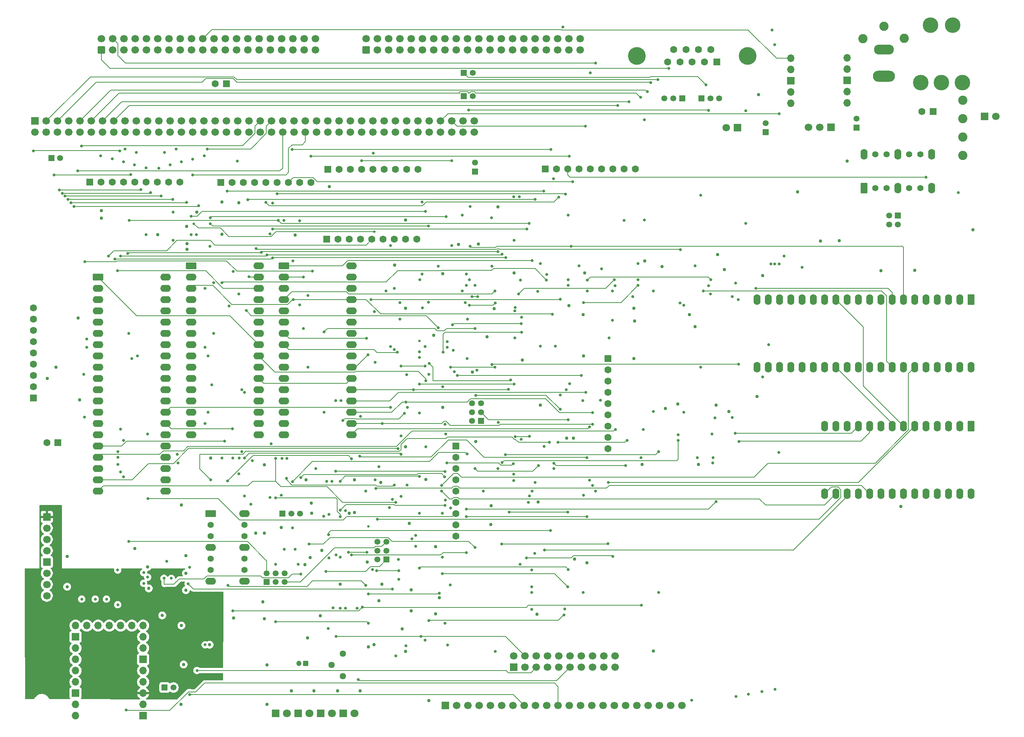
<source format=gbr>
%TF.GenerationSoftware,KiCad,Pcbnew,9.0.6*%
%TF.CreationDate,2025-11-23T22:39:12-08:00*%
%TF.ProjectId,SD-ZMB,53442d5a-4d42-42e6-9b69-6361645f7063,PR8.2*%
%TF.SameCoordinates,Original*%
%TF.FileFunction,Copper,L2,Inr*%
%TF.FilePolarity,Positive*%
%FSLAX46Y46*%
G04 Gerber Fmt 4.6, Leading zero omitted, Abs format (unit mm)*
G04 Created by KiCad (PCBNEW 9.0.6) date 2025-11-23 22:39:12*
%MOMM*%
%LPD*%
G01*
G04 APERTURE LIST*
G04 Aperture macros list*
%AMRoundRect*
0 Rectangle with rounded corners*
0 $1 Rounding radius*
0 $2 $3 $4 $5 $6 $7 $8 $9 X,Y pos of 4 corners*
0 Add a 4 corners polygon primitive as box body*
4,1,4,$2,$3,$4,$5,$6,$7,$8,$9,$2,$3,0*
0 Add four circle primitives for the rounded corners*
1,1,$1+$1,$2,$3*
1,1,$1+$1,$4,$5*
1,1,$1+$1,$6,$7*
1,1,$1+$1,$8,$9*
0 Add four rect primitives between the rounded corners*
20,1,$1+$1,$2,$3,$4,$5,0*
20,1,$1+$1,$4,$5,$6,$7,0*
20,1,$1+$1,$6,$7,$8,$9,0*
20,1,$1+$1,$8,$9,$2,$3,0*%
G04 Aperture macros list end*
%TA.AperFunction,ComponentPad*%
%ADD10RoundRect,0.250000X0.350000X0.350000X-0.350000X0.350000X-0.350000X-0.350000X0.350000X-0.350000X0*%
%TD*%
%TA.AperFunction,ComponentPad*%
%ADD11C,1.200000*%
%TD*%
%TA.AperFunction,ComponentPad*%
%ADD12R,1.600000X1.600000*%
%TD*%
%TA.AperFunction,ComponentPad*%
%ADD13C,1.600000*%
%TD*%
%TA.AperFunction,ComponentPad*%
%ADD14R,1.350000X1.350000*%
%TD*%
%TA.AperFunction,ComponentPad*%
%ADD15C,1.350000*%
%TD*%
%TA.AperFunction,ComponentPad*%
%ADD16RoundRect,0.250000X0.550000X-0.950000X0.550000X0.950000X-0.550000X0.950000X-0.550000X-0.950000X0*%
%TD*%
%TA.AperFunction,ComponentPad*%
%ADD17C,1.400000*%
%TD*%
%TA.AperFunction,ComponentPad*%
%ADD18O,1.600000X2.400000*%
%TD*%
%TA.AperFunction,ComponentPad*%
%ADD19R,1.700000X1.700000*%
%TD*%
%TA.AperFunction,ComponentPad*%
%ADD20C,1.700000*%
%TD*%
%TA.AperFunction,ComponentPad*%
%ADD21O,1.700000X1.700000*%
%TD*%
%TA.AperFunction,ComponentPad*%
%ADD22RoundRect,0.250000X-0.950000X-0.550000X0.950000X-0.550000X0.950000X0.550000X-0.950000X0.550000X0*%
%TD*%
%TA.AperFunction,ComponentPad*%
%ADD23O,2.400000X1.600000*%
%TD*%
%TA.AperFunction,ComponentPad*%
%ADD24C,4.000000*%
%TD*%
%TA.AperFunction,ComponentPad*%
%ADD25C,3.500000*%
%TD*%
%TA.AperFunction,ComponentPad*%
%ADD26R,1.800000X1.800000*%
%TD*%
%TA.AperFunction,ComponentPad*%
%ADD27C,1.800000*%
%TD*%
%TA.AperFunction,ComponentPad*%
%ADD28RoundRect,0.250000X0.550000X0.550000X-0.550000X0.550000X-0.550000X-0.550000X0.550000X-0.550000X0*%
%TD*%
%TA.AperFunction,ComponentPad*%
%ADD29RoundRect,0.250000X0.600000X-0.600000X0.600000X0.600000X-0.600000X0.600000X-0.600000X-0.600000X0*%
%TD*%
%TA.AperFunction,ComponentPad*%
%ADD30RoundRect,0.250000X-0.550000X0.950000X-0.550000X-0.950000X0.550000X-0.950000X0.550000X0.950000X0*%
%TD*%
%TA.AperFunction,ComponentPad*%
%ADD31O,5.000000X2.500000*%
%TD*%
%TA.AperFunction,ComponentPad*%
%ADD32O,4.500000X2.250000*%
%TD*%
%TA.AperFunction,ComponentPad*%
%ADD33C,1.440000*%
%TD*%
%TA.AperFunction,ViaPad*%
%ADD34C,0.762000*%
%TD*%
%TA.AperFunction,ViaPad*%
%ADD35C,2.082800*%
%TD*%
%TA.AperFunction,ViaPad*%
%ADD36C,0.635000*%
%TD*%
%TA.AperFunction,ViaPad*%
%ADD37C,0.558800*%
%TD*%
%TA.AperFunction,Conductor*%
%ADD38C,0.203200*%
%TD*%
G04 APERTURE END LIST*
D10*
%TO.N,+5V*%
%TO.C,C6*%
X156043600Y-240157000D03*
D11*
%TO.N,GND*%
X154543600Y-240157000D03*
%TD*%
D12*
%TO.N,+5V*%
%TO.C,RN4*%
X107315000Y-131650000D03*
D13*
%TO.N,BA16*%
X109855000Y-131650000D03*
%TO.N,BA17*%
X112395000Y-131650000D03*
%TO.N,BA18*%
X114935000Y-131650000D03*
%TO.N,BA19*%
X117475000Y-131650000D03*
%TO.N,BA20*%
X120015000Y-131650000D03*
%TO.N,BA21*%
X122555000Y-131650000D03*
%TO.N,BA22*%
X125095000Y-131650000D03*
%TO.N,BA23*%
X127635000Y-131650000D03*
%TD*%
D14*
%TO.N,/MainBoard-CPU_Decode/VPU2*%
%TO.C,OP1*%
X150780999Y-206375000D03*
D15*
%TO.N,/MainBoard-CPU_Decode/CLKhRST-*%
X152780999Y-206375000D03*
%TO.N,/MainBoard-CPU_Decode/CLKhRR-*%
X154780999Y-206375000D03*
%TD*%
D16*
%TO.N,+5V*%
%TO.C,U31*%
X281940000Y-132969000D03*
D17*
%TO.N,unconnected-(U31-NC2-Pad2)*%
X284480000Y-132969000D03*
%TO.N,unconnected-(U31-NC3-Pad3)*%
X287020000Y-132969000D03*
D18*
%TO.N,GND*%
X289560000Y-132969000D03*
D17*
%TO.N,unconnected-(U31-NC5-Pad5)*%
X292100000Y-132969000D03*
%TO.N,unconnected-(U31-NC6-Pad6)*%
X294640000Y-132969000D03*
D18*
%TO.N,GND*%
X297180000Y-132969000D03*
%TO.N,/ExpIFC-SIOCTC/CTC_CLK*%
X297180000Y-125349000D03*
D17*
%TO.N,unconnected-(U31-NC9-Pad9)*%
X294640000Y-125349000D03*
%TO.N,unconnected-(U31-NC10-Pad10)*%
X292100000Y-125349000D03*
D18*
%TO.N,/ExpIFC-SIOCTC/CTC_CLK*%
X289560000Y-125349000D03*
D17*
%TO.N,unconnected-(U31-NC12-Pad12)*%
X287020000Y-125349000D03*
%TO.N,unconnected-(U31-NC13-Pad13)*%
X284480000Y-125349000D03*
D18*
%TO.N,+5V*%
X281940000Y-125349000D03*
%TD*%
D19*
%TO.N,GND*%
%TO.C,J16*%
X274447000Y-119253000D03*
D20*
%TO.N,/ExpIFC-SIOCTC/CHB_RXD*%
X271907000Y-119253000D03*
%TO.N,/ExpIFC-SIOCTC/CHB_TXD*%
X269367001Y-119253000D03*
%TD*%
D21*
%TO.N,BRDRST-*%
%TO.C,M1*%
X265450000Y-103722000D03*
%TO.N,unconnected-(M1-3V3-Pad2)*%
X265450000Y-106262000D03*
D19*
%TO.N,unconnected-(M1-VIO-Pad3)_1*%
X265450000Y-108802000D03*
D21*
%TO.N,GND*%
X265450000Y-111342000D03*
%TO.N,unconnected-(M1-VBUS-Pad5)_1*%
X265450000Y-113882000D03*
%TO.N,unconnected-(M1-CB0-Pad6)_1*%
X278130000Y-113792000D03*
%TO.N,Net-(JP6-Pin_2)*%
X278130000Y-111252000D03*
D19*
%TO.N,unconnected-(M1-RTS-(O)-Pad8)*%
X278130000Y-108712000D03*
D21*
%TO.N,/ExpIFC-SIOCTC/CHB_TXD*%
X278130000Y-106172000D03*
%TO.N,unconnected-(M1-CTS-(I)-Pad10)*%
X278130000Y-103632000D03*
%TD*%
D22*
%TO.N,ZA11*%
%TO.C,U13*%
X109220000Y-153035000D03*
D23*
%TO.N,ZA12*%
X109220000Y-155575000D03*
%TO.N,ZA13*%
X109220000Y-158115000D03*
%TO.N,ZA14*%
X109220000Y-160655000D03*
%TO.N,ZA15*%
X109220000Y-163195000D03*
%TO.N,ZCLK*%
X109220000Y-165735000D03*
%TO.N,ZD4*%
X109220000Y-168275000D03*
%TO.N,ZD3*%
X109220000Y-170815000D03*
%TO.N,ZD5*%
X109220000Y-173355000D03*
%TO.N,ZD6*%
X109220000Y-175895000D03*
%TO.N,+5V*%
X109220000Y-178435000D03*
%TO.N,ZD2*%
X109220000Y-180975000D03*
%TO.N,ZD7*%
X109220000Y-183515000D03*
%TO.N,ZD0*%
X109220000Y-186055000D03*
%TO.N,ZD1*%
X109220000Y-188595000D03*
%TO.N,ZINT-*%
X109220000Y-191135000D03*
%TO.N,ZNMI-*%
X109220000Y-193675000D03*
%TO.N,ZHALT-*%
X109220000Y-196215000D03*
%TO.N,ZMREQ-*%
X109220000Y-198755000D03*
%TO.N,ZIORQ-*%
X109220000Y-201295000D03*
%TO.N,ZRD-*%
X124460000Y-201295000D03*
%TO.N,ZWR-*%
X124460000Y-198755000D03*
%TO.N,ZBSAK-*%
X124460000Y-196215000D03*
%TO.N,ZWAIT-*%
X124460000Y-193675000D03*
%TO.N,ZBREQ-*%
X124460000Y-191135000D03*
%TO.N,ZRST-*%
X124460000Y-188595000D03*
%TO.N,ZM1-*%
X124460000Y-186055000D03*
%TO.N,ZRFSH-*%
X124460000Y-183515000D03*
%TO.N,GND*%
X124460000Y-180975000D03*
%TO.N,ZA0*%
X124460000Y-178435000D03*
%TO.N,ZA1*%
X124460000Y-175895000D03*
%TO.N,ZA2*%
X124460000Y-173355000D03*
%TO.N,ZA3*%
X124460000Y-170815000D03*
%TO.N,ZA4*%
X124460000Y-168275000D03*
%TO.N,ZA5*%
X124460000Y-165735000D03*
%TO.N,ZA6*%
X124460000Y-163195000D03*
%TO.N,ZA7*%
X124460000Y-160655000D03*
%TO.N,ZA8*%
X124460000Y-158115000D03*
%TO.N,ZA9*%
X124460000Y-155575000D03*
%TO.N,ZA10*%
X124460000Y-153035000D03*
%TD*%
D19*
%TO.N,GND*%
%TO.C,J3*%
X253370000Y-119380000D03*
D20*
%TO.N,/ExpIFC-SIOCTC/CHA_DTR-*%
X250830000Y-119380000D03*
%TD*%
D12*
%TO.N,GND*%
%TO.C,RN1*%
X189865000Y-191135000D03*
D13*
%TO.N,/MainBoard-CPU_Decode/PDA16*%
X189865000Y-193675000D03*
%TO.N,/MainBoard-CPU_Decode/PDA17*%
X189865000Y-196215000D03*
%TO.N,/MainBoard-CPU_Decode/PDA18*%
X189865000Y-198755000D03*
%TO.N,/MainBoard-CPU_Decode/PDA20*%
X189865000Y-201295000D03*
%TO.N,/MainBoard-CPU_Decode/MHA21*%
X189865000Y-203835000D03*
%TO.N,/MainBoard-CPU_Decode/MHA22*%
X189865000Y-206375000D03*
%TO.N,/MainBoard-CPU_Decode/MHA23*%
X189865000Y-208915000D03*
%TO.N,unconnected-(RN1-R8-Pad9)*%
X189865000Y-211455000D03*
%TD*%
D24*
%TO.N,N/C*%
%TO.C,J18*%
X255690000Y-103155331D03*
X230690000Y-103155331D03*
D12*
%TO.N,unconnected-(J18-Pad1)*%
X248730000Y-104575331D03*
D13*
%TO.N,/ExpIFC-SIOCTC/C1_RXD*%
X245960000Y-104575331D03*
%TO.N,/ExpIFC-SIOCTC/C1_TXD*%
X243190000Y-104575331D03*
%TO.N,/ExpIFC-SIOCTC/C1_DTR*%
X240420000Y-104575331D03*
%TO.N,GND*%
X237650000Y-104575331D03*
%TO.N,/ExpIFC-SIOCTC/C1_DSR*%
X247345000Y-101735331D03*
%TO.N,/ExpIFC-SIOCTC/C1_RTR*%
X244575000Y-101735331D03*
%TO.N,/ExpIFC-SIOCTC/C1_CTS*%
X241805000Y-101735331D03*
%TO.N,unconnected-(J18-Pad9)*%
X239035000Y-101735331D03*
%TD*%
D14*
%TO.N,Net-(OP4-Pin_a1)*%
%TO.C,OP4*%
X147256999Y-221837000D03*
D15*
%TO.N,CLKf*%
X149256999Y-221837000D03*
%TO.N,CLKh*%
X151256999Y-221837000D03*
%TO.N,ZCLK*%
X147256999Y-219837000D03*
X149256999Y-219837000D03*
X151256999Y-219837000D03*
%TD*%
D25*
%TO.N,unconnected-(SW2-A-Pad1)*%
%TO.C,SW2*%
X294679000Y-109216000D03*
%TO.N,/ExpIFC-SIOCTC/+5IN*%
X299379000Y-109216000D03*
%TO.N,+5V*%
X304079000Y-109216000D03*
%TO.N,unconnected-(SW2-PadM1)*%
X296879000Y-96266000D03*
%TO.N,unconnected-(SW2-PadM2)*%
X301879000Y-96266000D03*
%TD*%
D26*
%TO.N,Net-(D2-K)*%
%TO.C,D2*%
X154305000Y-251460000D03*
D27*
%TO.N,Net-(D2-A)*%
X156845000Y-251460000D03*
%TD*%
D19*
%TO.N,+3.3V*%
%TO.C,J10*%
X97663000Y-207137000D03*
D20*
%TO.N,GND*%
X97663000Y-209677000D03*
%TO.N,/ExpIFC-SIOCTC/SCL0_RX*%
X97663000Y-212217000D03*
%TO.N,/ExpIFC-SIOCTC/SDA_TX*%
X97663000Y-214757000D03*
%TD*%
D12*
%TO.N,+5V*%
%TO.C,RN3*%
X224155000Y-171450000D03*
D13*
%TO.N,BA08*%
X224155000Y-173990000D03*
%TO.N,BA09*%
X224155000Y-176530000D03*
%TO.N,BA10*%
X224155000Y-179070000D03*
%TO.N,BA11*%
X224155000Y-181610000D03*
%TO.N,BA13*%
X224155000Y-184150000D03*
%TO.N,BA14*%
X224155000Y-186690000D03*
%TO.N,BA15*%
X224155000Y-189230000D03*
%TO.N,BA12*%
X224155000Y-191770000D03*
%TD*%
D12*
%TO.N,+5V*%
%TO.C,RN2*%
X94615000Y-180339999D03*
D13*
%TO.N,BA00*%
X94615000Y-177799999D03*
%TO.N,BA01*%
X94615000Y-175259999D03*
%TO.N,BA02*%
X94615000Y-172719999D03*
%TO.N,BA03*%
X94615000Y-170179999D03*
%TO.N,BA04*%
X94615000Y-167639999D03*
%TO.N,BA05*%
X94615000Y-165099999D03*
%TO.N,BA06*%
X94615000Y-162559999D03*
%TO.N,BA07*%
X94615000Y-160019999D03*
%TD*%
D28*
%TO.N,+5V*%
%TO.C,C3*%
X138153449Y-109466688D03*
D13*
%TO.N,GND*%
X135653449Y-109466688D03*
%TD*%
D28*
%TO.N,+5V*%
%TO.C,C4*%
X297473380Y-115697000D03*
D13*
%TO.N,GND*%
X294973380Y-115697000D03*
%TD*%
D14*
%TO.N,/ExpIFC-SIOCTC/C1_RTR*%
%TO.C,OP2*%
X240919000Y-112776000D03*
D15*
%TO.N,/ExpIFC-SIOCTC/HSOUT*%
X238919000Y-112776000D03*
%TO.N,/ExpIFC-SIOCTC/C1_DTR*%
X236919000Y-112776000D03*
%TD*%
D22*
%TO.N,/MainBoard-CPU_Decode/MHA18*%
%TO.C,U22*%
X151130000Y-150495000D03*
D23*
%TO.N,/MainBoard-CPU_Decode/MHA16*%
X151130000Y-153035000D03*
%TO.N,/MainBoard-CPU_Decode/MHA15*%
X151130000Y-155575000D03*
%TO.N,ZA12*%
X151130000Y-158115000D03*
%TO.N,ZA7*%
X151130000Y-160655000D03*
%TO.N,ZA6*%
X151130000Y-163195000D03*
%TO.N,ZA5*%
X151130000Y-165735000D03*
%TO.N,ZA4*%
X151130000Y-168275000D03*
%TO.N,ZA3*%
X151130000Y-170815000D03*
%TO.N,ZA2*%
X151130000Y-173355000D03*
%TO.N,ZA1*%
X151130000Y-175895000D03*
%TO.N,ZA0*%
X151130000Y-178435000D03*
%TO.N,ZD0*%
X151130000Y-180975000D03*
%TO.N,ZD1*%
X151130000Y-183515000D03*
%TO.N,ZD2*%
X151130000Y-186055000D03*
%TO.N,GND*%
X151130000Y-188595000D03*
%TO.N,ZD3*%
X166370000Y-188595000D03*
%TO.N,ZD4*%
X166370000Y-186055000D03*
%TO.N,ZD5*%
X166370000Y-183515000D03*
%TO.N,ZD6*%
X166370000Y-180975000D03*
%TO.N,ZD7*%
X166370000Y-178435000D03*
%TO.N,/MainBoard-CPU_Decode/LCLMEM-*%
X166370000Y-175895000D03*
%TO.N,ZA10*%
X166370000Y-173355000D03*
%TO.N,/MainBoard-CPU_Decode/FLASHRD-*%
X166370000Y-170815000D03*
%TO.N,ZA11*%
X166370000Y-168275000D03*
%TO.N,ZA9*%
X166370000Y-165735000D03*
%TO.N,ZA8*%
X166370000Y-163195000D03*
%TO.N,/MainBoard-CPU_Decode/MHA13*%
X166370000Y-160655000D03*
%TO.N,/MainBoard-CPU_Decode/MHA14*%
X166370000Y-158115000D03*
%TO.N,/MainBoard-CPU_Decode/MHA17*%
X166370000Y-155575000D03*
%TO.N,/MainBoard-CPU_Decode/FLASHWR-*%
X166370000Y-153035000D03*
%TO.N,+5V*%
X166370000Y-150495000D03*
%TD*%
D29*
%TO.N,ZCLK*%
%TO.C,J9*%
X169678501Y-101805501D03*
D20*
%TO.N,ZINT-*%
X169678501Y-99265501D03*
%TO.N,BMREQ-*%
X172218501Y-101805501D03*
%TO.N,BWR-*%
X172218501Y-99265501D03*
%TO.N,BRD-*%
X174758500Y-101805501D03*
%TO.N,BIORQ-*%
X174758501Y-99265501D03*
%TO.N,BD0*%
X177298501Y-101805501D03*
%TO.N,BD1*%
X177298501Y-99265501D03*
%TO.N,BD2*%
X179838501Y-101805501D03*
%TO.N,BD3*%
X179838501Y-99265501D03*
%TO.N,BD4*%
X182378501Y-101805501D03*
%TO.N,BD5*%
X182378501Y-99265501D03*
%TO.N,BD6*%
X184918501Y-101805501D03*
%TO.N,BD7*%
X184918501Y-99265501D03*
%TO.N,/ExpIFC-SIOCTC/TXD_A*%
X187458502Y-101805501D03*
%TO.N,/ExpIFC-SIOCTC/RXD_A*%
X187458501Y-99265501D03*
%TO.N,/ExpIFC-SIOCTC/ExIRQ1-*%
X189998501Y-101805501D03*
%TO.N,/ExpIFC-SIOCTC/bpIEI*%
X189998501Y-99265501D03*
%TO.N,bpIEO*%
X192538501Y-101805501D03*
%TO.N,CRSTRQ-*%
X192538501Y-99265501D03*
%TO.N,/ExpIFC-SIOCTC/IOCLK*%
X195078501Y-101805501D03*
%TO.N,ZBSAK-*%
X195078501Y-99265501D03*
%TO.N,ZHALT-*%
X197618500Y-101805501D03*
%TO.N,ZBREQ-*%
X197618501Y-99265501D03*
%TO.N,ZWAIT-*%
X200158501Y-101805501D03*
%TO.N,NMIREQ-*%
X200158501Y-99265501D03*
%TO.N,/ExpIFC-SIOCTC/NC_D08*%
X202698501Y-101805501D03*
%TO.N,/ExpIFC-SIOCTC/NC_D09*%
X202698501Y-99265501D03*
%TO.N,/ExpIFC-SIOCTC/NC_D10*%
X205238501Y-101805501D03*
%TO.N,/ExpIFC-SIOCTC/NC_D11*%
X205238501Y-99265501D03*
%TO.N,/ExpIFC-SIOCTC/NC_D12*%
X207778500Y-101805501D03*
%TO.N,/ExpIFC-SIOCTC/NC_D13*%
X207778501Y-99265501D03*
%TO.N,/ExpIFC-SIOCTC/NC_D14*%
X210318502Y-101805501D03*
%TO.N,/ExpIFC-SIOCTC/NC_D15*%
X210318501Y-99265501D03*
%TO.N,/ExpIFC-SIOCTC/TXD_B*%
X212858501Y-101805501D03*
%TO.N,/ExpIFC-SIOCTC/RXD_B*%
X212858501Y-99265501D03*
%TO.N,/ExpIFC-SIOCTC/ExIRQ2-*%
X215398501Y-101805501D03*
%TO.N,/ExpIFC-SIOCTC/USR6*%
X215398501Y-99265501D03*
%TO.N,/ExpIFC-SIOCTC/USR7*%
X217938501Y-101805501D03*
%TO.N,/ExpIFC-SIOCTC/USR8*%
X217938501Y-99265501D03*
%TD*%
D14*
%TO.N,GND*%
%TO.C,OP8*%
X259715000Y-120380000D03*
D15*
%TO.N,/ExpIFC-SIOCTC/CNSLSELB-*%
X259715000Y-118380000D03*
%TD*%
D30*
%TO.N,ZD1*%
%TO.C,U35*%
X306070000Y-158115000D03*
D18*
%TO.N,ZD3*%
X303530000Y-158115000D03*
%TO.N,ZD5*%
X300990000Y-158115000D03*
%TO.N,ZD7*%
X298450000Y-158115000D03*
%TO.N,ZINT-*%
X295910000Y-158115000D03*
%TO.N,Net-(U35-IEI)*%
X293370000Y-158115000D03*
%TO.N,/ExpIFC-SIOCTC/SIOIEO*%
X290830000Y-158115000D03*
%TO.N,ZM1-*%
X288290000Y-158115000D03*
%TO.N,+5V*%
X285750000Y-158115000D03*
%TO.N,unconnected-(U35-~{W{slash}RDYA}-Pad10)*%
X283210000Y-158115000D03*
%TO.N,/ExpIFC-SIOCTC/CNSLSELB-*%
X280670000Y-158115000D03*
%TO.N,/ExpIFC-SIOCTC/CHA_RXD*%
X278130000Y-158115000D03*
%TO.N,/ExpIFC-SIOCTC/CHA_CLK*%
X275590000Y-158115000D03*
X273050000Y-158115000D03*
%TO.N,/ExpIFC-SIOCTC/CHA_TXD*%
X270510000Y-158115000D03*
%TO.N,Net-(U35-~{DTRA})*%
X267970000Y-158115000D03*
%TO.N,/ExpIFC-SIOCTC/CHA_RTR-*%
X265430000Y-158115000D03*
%TO.N,/ExpIFC-SIOCTC/CHA_CTS-*%
X262890000Y-158115000D03*
%TO.N,/ExpIFC-SIOCTC/ExIRQ1-*%
X260350000Y-158115000D03*
%TO.N,/ExpIFC-SIOCTC/IOCLK*%
X257810000Y-158115000D03*
%TO.N,BRDRST-*%
X257810000Y-173355000D03*
%TO.N,/ExpIFC-SIOCTC/ExIRQ2-*%
X260350000Y-173355000D03*
%TO.N,/ExpIFC-SIOCTC/MODIRQ-*%
X262890000Y-173355000D03*
%TO.N,Net-(U35-~{RTSB})*%
X265430000Y-173355000D03*
%TO.N,Net-(U35-~{DTRB})*%
X267970000Y-173355000D03*
%TO.N,Net-(U35-TxDB)*%
X270510000Y-173355000D03*
%TO.N,/ExpIFC-SIOCTC/CHB_CLK*%
X273050000Y-173355000D03*
X275590000Y-173355000D03*
%TO.N,Net-(U35-RxDB)*%
X278130000Y-173355000D03*
%TO.N,unconnected-(U35-~{W{slash}RDYB}-Pad30)*%
X280670000Y-173355000D03*
%TO.N,GND*%
X283210000Y-173355000D03*
%TO.N,ZRD-*%
X285750000Y-173355000D03*
%TO.N,ZA0*%
X288290000Y-173355000D03*
%TO.N,ZA1*%
X290830000Y-173355000D03*
%TO.N,SIO_SEL-*%
X293370000Y-173355000D03*
%TO.N,ZIORQ-*%
X295910000Y-173355000D03*
%TO.N,ZD6*%
X298450000Y-173355000D03*
%TO.N,ZD4*%
X300990000Y-173355000D03*
%TO.N,ZD2*%
X303530000Y-173355000D03*
%TO.N,ZD0*%
X306070000Y-173355000D03*
%TD*%
D14*
%TO.N,/ExpIFC-SIOCTC/C1_CTS*%
%TO.C,OP3*%
X245269000Y-112776000D03*
D15*
%TO.N,/ExpIFC-SIOCTC/HSIN*%
X247269000Y-112776000D03*
%TO.N,/ExpIFC-SIOCTC/C1_DSR*%
X249269000Y-112776000D03*
%TD*%
D31*
%TO.N,/ExpIFC-SIOCTC/+5IN*%
%TO.C,J4*%
X286385000Y-107727000D03*
D32*
%TO.N,GND*%
X286385000Y-101727000D03*
%TD*%
D19*
%TO.N,GND*%
%TO.C,J17*%
X202946000Y-241051000D03*
D20*
%TO.N,+5V*%
X202946000Y-238511000D03*
%TO.N,/ExpIFC-SIOCTC/CONV0*%
X205486000Y-241051000D03*
%TO.N,ZWR-*%
X205486000Y-238511000D03*
%TO.N,ZRD-*%
X208026000Y-241051000D03*
%TO.N,DISPSEL-*%
X208026000Y-238511000D03*
%TO.N,ZA0*%
X210566000Y-241051000D03*
%TO.N,BRDRST-*%
X210566000Y-238511000D03*
%TO.N,ZD0*%
X213106000Y-241051000D03*
%TO.N,ZD1*%
X213106000Y-238511000D03*
%TO.N,ZD2*%
X215646000Y-241051000D03*
%TO.N,ZD3*%
X215646000Y-238511000D03*
%TO.N,ZD4*%
X218186000Y-241051000D03*
%TO.N,ZD5*%
X218186000Y-238511000D03*
%TO.N,ZD6*%
X220726000Y-241051000D03*
%TO.N,ZD7*%
X220726000Y-238511000D03*
%TO.N,/ExpIFC-SIOCTC/FONT1*%
X223266000Y-241051000D03*
%TO.N,/ExpIFC-SIOCTC/CONPWR*%
X223266000Y-238511000D03*
%TO.N,/ExpIFC-SIOCTC/BLPWR*%
X225806000Y-241051000D03*
%TO.N,GND*%
X225806000Y-238511000D03*
%TD*%
D14*
%TO.N,/ExpIFC-SIOCTC/BAI0*%
%TO.C,JP3*%
X98690000Y-126250000D03*
D15*
%TO.N,/ExpIFC-SIOCTC/BAO0*%
X100690000Y-126250000D03*
%TD*%
D14*
%TO.N,/ExpIFC-SIOCTC/bpIEI*%
%TO.C,JP2*%
X191690000Y-107000000D03*
D15*
%TO.N,bpIEO*%
X193690000Y-107000000D03*
%TD*%
D14*
%TO.N,ZCLK*%
%TO.C,OP6*%
X174212000Y-216757000D03*
D15*
%TO.N,CLKf*%
X174212000Y-214757000D03*
%TO.N,CLKh*%
X174212000Y-212757000D03*
%TO.N,/ExpIFC-SIOCTC/IOCLK*%
X172212000Y-216757000D03*
X172212000Y-214757000D03*
X172212000Y-212757000D03*
%TD*%
D14*
%TO.N,/ExpIFC-SIOCTC/LCLIA-*%
%TO.C,JP4*%
X191690000Y-112250000D03*
D15*
%TO.N,/ExpIFC-SIOCTC/B0IEO*%
X193690000Y-112250000D03*
%TD*%
D21*
%TO.N,/ExpIFC-SIOCTC/SDA_TX*%
%TO.C,U45*%
X104140000Y-251968000D03*
%TO.N,/ExpIFC-SIOCTC/SCL0_RX*%
X104140000Y-249428000D03*
D19*
%TO.N,/ExpIFC-SIOCTC/V3D0*%
X104140000Y-246888000D03*
D21*
%TO.N,/ExpIFC-SIOCTC/V3D1*%
X104140000Y-244348000D03*
%TO.N,/ExpIFC-SIOCTC/V3D2*%
X104140000Y-241808000D03*
%TO.N,/ExpIFC-SIOCTC/V3D3*%
X104140000Y-239268000D03*
%TO.N,/ExpIFC-SIOCTC/V3D4*%
X104140000Y-236728000D03*
D19*
%TO.N,/ExpIFC-SIOCTC/V3D5*%
X104140000Y-234188000D03*
D21*
%TO.N,/ExpIFC-SIOCTC/V3D6*%
X104140000Y-231648000D03*
%TO.N,/ExpIFC-SIOCTC/V3D7*%
X106680000Y-231648000D03*
%TO.N,/ExpIFC-SIOCTC/MA0*%
X109220000Y-231648001D03*
%TO.N,/ExpIFC-SIOCTC/MRD-*%
X111760000Y-231647999D03*
%TO.N,/ExpIFC-SIOCTC/MWR-*%
X114300000Y-231648000D03*
%TO.N,/ExpIFC-SIOCTC/MSEL-*%
X116840000Y-231648000D03*
%TO.N,/ExpIFC-SIOCTC/WAITRQ-*%
X119380000Y-231648000D03*
%TO.N,/ExpIFC-SIOCTC/INTRQ*%
X119380000Y-234188000D03*
%TO.N,/ExpIFC-SIOCTC/SPICK*%
X119380000Y-236728000D03*
D19*
%TO.N,/ExpIFC-SIOCTC/SPIMO*%
X119380000Y-239268000D03*
D21*
%TO.N,/ExpIFC-SIOCTC/SPIMI*%
X119380000Y-241808000D03*
%TO.N,/ExpIFC-SIOCTC/SDCS-*%
X119380000Y-244348000D03*
%TO.N,+3.3V*%
X119380000Y-246888000D03*
%TO.N,GND*%
X119380000Y-249428000D03*
D19*
%TO.N,/ExpIFC-SIOCTC/UHPWR5*%
X119380000Y-251968000D03*
%TD*%
D14*
%TO.N,/ExpIFC-SIOCTC/CHB_RXD*%
%TO.C,JP6*%
X280247869Y-119363742D03*
D15*
%TO.N,Net-(JP6-Pin_2)*%
X280247869Y-117363742D03*
%TD*%
D19*
%TO.N,GND*%
%TO.C,J1*%
X309113000Y-116839999D03*
D20*
%TO.N,Net-(J1-Pin_2)*%
X311653000Y-116839999D03*
%TD*%
D30*
%TO.N,ZD4*%
%TO.C,U33*%
X306070000Y-186690000D03*
D18*
%TO.N,ZD5*%
X303530000Y-186690000D03*
%TO.N,ZD6*%
X300990000Y-186690000D03*
%TO.N,ZD7*%
X298450000Y-186690000D03*
%TO.N,GND*%
X295910000Y-186690000D03*
%TO.N,ZRD-*%
X293370000Y-186690000D03*
%TO.N,/ExpIFC-SIOCTC/CHA_CLK*%
X290830000Y-186690000D03*
%TO.N,/ExpIFC-SIOCTC/CHB_CLK*%
X288290000Y-186690000D03*
%TO.N,/ExpIFC-SIOCTC/CTC2_OUT*%
X285750000Y-186690000D03*
%TO.N,ZIORQ-*%
X283210000Y-186690000D03*
%TO.N,/ExpIFC-SIOCTC/CTCIEO*%
X280670000Y-186690000D03*
%TO.N,ZINT-*%
X278130000Y-186690000D03*
%TO.N,/ExpIFC-SIOCTC/SIOIEO*%
X275590000Y-186690000D03*
%TO.N,ZM1-*%
X273050000Y-186690000D03*
%TO.N,/ExpIFC-SIOCTC/IOCLK*%
X273050000Y-201930000D03*
%TO.N,CTC_SEL-*%
X275590000Y-201930000D03*
%TO.N,BRDRST-*%
X278130000Y-201930000D03*
%TO.N,ZA0*%
X280670000Y-201930000D03*
%TO.N,ZA1*%
X283210000Y-201930000D03*
%TO.N,/ExpIFC-SIOCTC/CTC3_CLK*%
X285750000Y-201930000D03*
%TO.N,/ExpIFC-SIOCTC/CTC_CLK*%
X288290000Y-201930000D03*
X290830000Y-201930000D03*
X293370000Y-201930000D03*
%TO.N,+5V*%
X295910000Y-201930000D03*
%TO.N,ZD0*%
X298450000Y-201930000D03*
%TO.N,ZD1*%
X300990000Y-201930000D03*
%TO.N,ZD2*%
X303530000Y-201930000D03*
%TO.N,ZD3*%
X306070000Y-201930000D03*
%TD*%
D19*
%TO.N,GND*%
%TO.C,M2*%
X187565000Y-249660000D03*
D20*
X190105000Y-249660000D03*
%TO.N,+5V*%
X192645000Y-249660000D03*
%TO.N,/ExpIFC-SIOCTC/CONV0*%
X195185000Y-249660000D03*
%TO.N,ZWR-*%
X197725000Y-249660000D03*
%TO.N,ZRD-*%
X200265000Y-249660000D03*
%TO.N,DISPSEL-*%
X202805000Y-249660000D03*
%TO.N,ZA0*%
X205345000Y-249660000D03*
%TO.N,BRDRST-*%
X207885000Y-249660000D03*
%TO.N,ZD0*%
X210425000Y-249660000D03*
%TO.N,ZD1*%
X212965000Y-249660000D03*
%TO.N,ZD2*%
X215505000Y-249660000D03*
%TO.N,ZD3*%
X218045000Y-249660000D03*
%TO.N,ZD4*%
X220585000Y-249660000D03*
%TO.N,ZD5*%
X223125000Y-249660000D03*
%TO.N,ZD6*%
X225665000Y-249660000D03*
%TO.N,ZD7*%
X228205000Y-249660000D03*
%TO.N,/ExpIFC-SIOCTC/FONT1*%
X230745000Y-249660000D03*
%TO.N,/ExpIFC-SIOCTC/CONPWR*%
X233285000Y-249660000D03*
%TO.N,/ExpIFC-SIOCTC/BLPWR*%
X235825000Y-249660000D03*
%TO.N,GND*%
X238365000Y-249660000D03*
%TO.N,unconnected-(M2-NC-Pad22)*%
X240905000Y-249660000D03*
%TD*%
D26*
%TO.N,Net-(D4-K)*%
%TO.C,D4*%
X164465000Y-251460000D03*
D27*
%TO.N,Net-(D4-A)*%
X167005000Y-251460000D03*
%TD*%
D22*
%TO.N,/MainBoard-CPU_Decode/MHA18*%
%TO.C,U21*%
X130175000Y-150495000D03*
D23*
%TO.N,/MainBoard-CPU_Decode/MHA16*%
X130175000Y-153035000D03*
%TO.N,/MainBoard-CPU_Decode/MHA14*%
X130175000Y-155575000D03*
%TO.N,ZA12*%
X130175000Y-158115000D03*
%TO.N,ZA7*%
X130175000Y-160655000D03*
%TO.N,ZA6*%
X130175000Y-163195000D03*
%TO.N,ZA5*%
X130175000Y-165735000D03*
%TO.N,ZA4*%
X130175000Y-168275000D03*
%TO.N,ZA3*%
X130175000Y-170815000D03*
%TO.N,ZA2*%
X130175000Y-173355000D03*
%TO.N,ZA1*%
X130175000Y-175895000D03*
%TO.N,ZA0*%
X130175000Y-178435000D03*
%TO.N,ZD0*%
X130175000Y-180975000D03*
%TO.N,ZD1*%
X130175000Y-183515000D03*
%TO.N,ZD2*%
X130175000Y-186055000D03*
%TO.N,GND*%
X130175000Y-188595000D03*
%TO.N,ZD3*%
X145415000Y-188595000D03*
%TO.N,ZD4*%
X145415000Y-186055000D03*
%TO.N,ZD5*%
X145415000Y-183515000D03*
%TO.N,ZD6*%
X145415000Y-180975000D03*
%TO.N,ZD7*%
X145415000Y-178435000D03*
%TO.N,/MainBoard-CPU_Decode/LCLMEM-*%
X145415000Y-175895000D03*
%TO.N,ZA10*%
X145415000Y-173355000D03*
%TO.N,/MainBoard-CPU_Decode/SRAMRD-*%
X145415000Y-170815000D03*
%TO.N,ZA11*%
X145415000Y-168275000D03*
%TO.N,ZA9*%
X145415000Y-165735000D03*
%TO.N,ZA8*%
X145415000Y-163195000D03*
%TO.N,/MainBoard-CPU_Decode/MHA13*%
X145415000Y-160655000D03*
%TO.N,/MainBoard-CPU_Decode/SRAMWR-*%
X145415000Y-158115000D03*
%TO.N,/MainBoard-CPU_Decode/MHA17*%
X145415000Y-155575000D03*
%TO.N,/MainBoard-CPU_Decode/MHA15*%
X145415000Y-153035000D03*
%TO.N,+5V*%
X145415000Y-150495000D03*
%TD*%
D12*
%TO.N,+5V*%
%TO.C,RN5*%
X160782000Y-144526000D03*
D13*
%TO.N,ZD0*%
X163322000Y-144526000D03*
%TO.N,ZD1*%
X165862000Y-144526000D03*
%TO.N,ZD2*%
X168402000Y-144526000D03*
%TO.N,ZD3*%
X170942000Y-144526000D03*
%TO.N,ZD4*%
X173482000Y-144526000D03*
%TO.N,ZD5*%
X176022000Y-144526000D03*
%TO.N,ZD6*%
X178562000Y-144526000D03*
%TO.N,ZD7*%
X181102000Y-144526000D03*
%TD*%
D14*
%TO.N,/ExpIFC-SIOCTC/USR8J*%
%TO.C,JP1*%
X194190000Y-129250000D03*
D15*
%TO.N,/ExpIFC-SIOCTC/USR8*%
X194190000Y-127250000D03*
%TD*%
D29*
%TO.N,BA15*%
%TO.C,J8*%
X109988501Y-101805501D03*
D20*
%TO.N,BA14*%
X109988501Y-99265501D03*
%TO.N,BA13*%
X112528501Y-101805501D03*
%TO.N,BA12*%
X112528501Y-99265501D03*
%TO.N,BA11*%
X115068500Y-101805501D03*
%TO.N,BA10*%
X115068501Y-99265501D03*
%TO.N,BA09*%
X117608501Y-101805501D03*
%TO.N,BA08*%
X117608501Y-99265501D03*
%TO.N,BA07*%
X120148501Y-101805501D03*
%TO.N,BA06*%
X120148501Y-99265501D03*
%TO.N,BA05*%
X122688501Y-101805501D03*
%TO.N,BA04*%
X122688501Y-99265501D03*
%TO.N,BA03*%
X125228501Y-101805501D03*
%TO.N,BA02*%
X125228501Y-99265501D03*
%TO.N,BA01*%
X127768502Y-101805501D03*
%TO.N,BA00*%
X127768501Y-99265501D03*
%TO.N,GND*%
X130308501Y-101805501D03*
%TO.N,+5V*%
X130308501Y-99265501D03*
%TO.N,ZM1-*%
X132848501Y-101805501D03*
%TO.N,BRDRST-*%
X132848501Y-99265501D03*
%TO.N,/ExpIFC-SIOCTC/CSTM41*%
X135388501Y-101805501D03*
%TO.N,/ExpIFC-SIOCTC/BAO0*%
X135388501Y-99265501D03*
%TO.N,/ExpIFC-SIOCTC/BAObp*%
X137928500Y-101805501D03*
%TO.N,/ExpIFC-SIOCTC/CSTM44*%
X137928501Y-99265501D03*
%TO.N,/ExpIFC-SIOCTC/CSTM45*%
X140468501Y-101805501D03*
%TO.N,/ExpIFC-SIOCTC/CSTM46*%
X140468501Y-99265501D03*
%TO.N,/ExpIFC-SIOCTC/CSTM47*%
X143008501Y-101805501D03*
%TO.N,/ExpIFC-SIOCTC/CSTM48*%
X143008501Y-99265501D03*
%TO.N,BA23*%
X145548501Y-101805501D03*
%TO.N,BA22*%
X145548501Y-99265501D03*
%TO.N,BA21*%
X148088500Y-101805501D03*
%TO.N,BA20*%
X148088501Y-99265501D03*
%TO.N,BA19*%
X150628502Y-101805501D03*
%TO.N,BA18*%
X150628501Y-99265501D03*
%TO.N,BA17*%
X153168501Y-101805501D03*
%TO.N,BA16*%
X153168501Y-99265501D03*
%TO.N,GND*%
X155708501Y-101805501D03*
%TO.N,+5V*%
X155708501Y-99265501D03*
%TO.N,ZRFSH-*%
X158248501Y-101805501D03*
%TO.N,RCBPAGE*%
X158248501Y-99265501D03*
%TD*%
D14*
%TO.N,Net-(D6-A)*%
%TO.C,JP5*%
X124222000Y-245618000D03*
D15*
%TO.N,+5V*%
X126222000Y-245618000D03*
%TD*%
D26*
%TO.N,Net-(D3-K)*%
%TO.C,D3*%
X159385000Y-251460000D03*
D27*
%TO.N,Net-(D3-A)*%
X161925000Y-251460000D03*
%TD*%
D12*
%TO.N,+5V*%
%TO.C,RN7*%
X210058000Y-128651000D03*
D13*
%TO.N,CRSTRQ-*%
X212598000Y-128651000D03*
%TO.N,ZINT-*%
X215138000Y-128651000D03*
%TO.N,NMIREQ-*%
X217678000Y-128651000D03*
%TO.N,ZWAIT-*%
X220218000Y-128651000D03*
%TO.N,ZRD-*%
X222758000Y-128651000D03*
%TO.N,ZWR-*%
X225298000Y-128651000D03*
%TO.N,ZMREQ-*%
X227838000Y-128651000D03*
%TO.N,ZIORQ-*%
X230378000Y-128651000D03*
%TD*%
D14*
%TO.N,/ExpIFC-SIOCTC/CTC2_OUT*%
%TO.C,OP7*%
X289560000Y-139192000D03*
D15*
%TO.N,/ExpIFC-SIOCTC/CTC_CLK*%
X287560000Y-139192000D03*
%TO.N,/ExpIFC-SIOCTC/CTC3_CLK*%
X289560000Y-141192000D03*
X287560000Y-141192000D03*
%TD*%
D12*
%TO.N,+5V*%
%TO.C,RN6*%
X136906000Y-131699000D03*
D13*
%TO.N,/MainBoard-CPU_Decode/VPU1N*%
X139446000Y-131699000D03*
%TO.N,/MainBoard-CPU_Decode/VPU2N*%
X141986000Y-131699000D03*
%TO.N,/MainBoard-CPU_Decode/VPU3N*%
X144526000Y-131699000D03*
%TO.N,BMREQ-*%
X147066000Y-131699000D03*
%TO.N,BWR-*%
X149606000Y-131699000D03*
%TO.N,BRD-*%
X152146000Y-131699000D03*
%TO.N,ZBREQ-*%
X154686000Y-131699000D03*
%TO.N,BIORQ-*%
X157226000Y-131699000D03*
%TD*%
D19*
%TO.N,unconnected-(J14-Pin_1-Pad1)*%
%TO.C,J14*%
X97663000Y-217297000D03*
D20*
%TO.N,unconnected-(J14-Pin_2-Pad2)*%
X97663000Y-219837000D03*
%TO.N,unconnected-(J14-Pin_3-Pad3)*%
X97663000Y-222377000D03*
%TO.N,unconnected-(J14-Pin_4-Pad4)*%
X97663000Y-224917000D03*
%TD*%
D19*
%TO.N,BA15*%
%TO.C,J12*%
X94996000Y-117856000D03*
D20*
%TO.N,BA14*%
X97536000Y-117856000D03*
%TO.N,BA13*%
X100076000Y-117856000D03*
%TO.N,BA12*%
X102616000Y-117856000D03*
%TO.N,BA11*%
X105156000Y-117856000D03*
%TO.N,BA10*%
X107696000Y-117856000D03*
%TO.N,BA09*%
X110236000Y-117856000D03*
%TO.N,BA08*%
X112776000Y-117856000D03*
%TO.N,BA07*%
X115316000Y-117856000D03*
%TO.N,BA06*%
X117856000Y-117856000D03*
%TO.N,BA05*%
X120396000Y-117856000D03*
%TO.N,BA04*%
X122936000Y-117856000D03*
%TO.N,BA03*%
X125476000Y-117856000D03*
%TO.N,BA02*%
X128016000Y-117856000D03*
%TO.N,BA01*%
X130556000Y-117856000D03*
%TO.N,BA00*%
X133096000Y-117856000D03*
%TO.N,GND*%
X135636000Y-117856000D03*
%TO.N,+5V*%
X138176000Y-117856000D03*
%TO.N,ZM1-*%
X140716000Y-117856000D03*
%TO.N,BRDRST-*%
X143256000Y-117856000D03*
%TO.N,ZCLK*%
X145796000Y-117856000D03*
%TO.N,ZINT-*%
X148336000Y-117856000D03*
%TO.N,BMREQ-*%
X150876000Y-117856000D03*
%TO.N,BWR-*%
X153416000Y-117856000D03*
%TO.N,BRD-*%
X155956000Y-117856000D03*
%TO.N,BIORQ-*%
X158496000Y-117856000D03*
%TO.N,BD0*%
X161036000Y-117856000D03*
%TO.N,BD1*%
X163576000Y-117856000D03*
%TO.N,BD2*%
X166116000Y-117856000D03*
%TO.N,BD3*%
X168656000Y-117856000D03*
%TO.N,BD4*%
X171196000Y-117856000D03*
%TO.N,BD5*%
X173736000Y-117856000D03*
%TO.N,BD6*%
X176276000Y-117856000D03*
%TO.N,BD7*%
X178816000Y-117856000D03*
%TO.N,/ExpIFC-SIOCTC/TXD_A*%
X181356000Y-117856000D03*
%TO.N,/ExpIFC-SIOCTC/RXD_A*%
X183896000Y-117856000D03*
%TO.N,/ExpIFC-SIOCTC/ExIRQ1-*%
X186436000Y-117856000D03*
%TO.N,/ExpIFC-SIOCTC/LCLIA-*%
X188976000Y-117856000D03*
%TO.N,/ExpIFC-SIOCTC/B0IEO*%
X191516000Y-117856000D03*
%TO.N,CRSTRQ-*%
X194056000Y-117856000D03*
%TO.N,/ExpIFC-SIOCTC/CSTM41*%
X94996000Y-120396000D03*
%TO.N,/ExpIFC-SIOCTC/BAI0*%
X97536000Y-120396000D03*
%TO.N,/ExpIFC-SIOCTC/BAO0*%
X100076000Y-120396000D03*
%TO.N,/ExpIFC-SIOCTC/CSTM44*%
X102616000Y-120396000D03*
%TO.N,/ExpIFC-SIOCTC/CSTM45*%
X105156000Y-120396000D03*
%TO.N,/ExpIFC-SIOCTC/CSTM46*%
X107696000Y-120396000D03*
%TO.N,/ExpIFC-SIOCTC/CSTM47*%
X110236000Y-120396000D03*
%TO.N,/ExpIFC-SIOCTC/CSTM48*%
X112776000Y-120396000D03*
%TO.N,BA23*%
X115316000Y-120396000D03*
%TO.N,BA22*%
X117856000Y-120396000D03*
%TO.N,BA21*%
X120396000Y-120396000D03*
%TO.N,BA20*%
X122936000Y-120396000D03*
%TO.N,BA19*%
X125476000Y-120396000D03*
%TO.N,BA18*%
X128016000Y-120396000D03*
%TO.N,BA17*%
X130556000Y-120396000D03*
%TO.N,BA16*%
X133096000Y-120396000D03*
%TO.N,GND*%
X135636000Y-120396000D03*
%TO.N,+5V*%
X138176000Y-120396000D03*
%TO.N,ZRFSH-*%
X140716000Y-120396000D03*
%TO.N,RCBPAGE*%
X143256000Y-120396000D03*
%TO.N,/ExpIFC-SIOCTC/IOCLK*%
X145796000Y-120396000D03*
%TO.N,ZBSAK-*%
X148336000Y-120396000D03*
%TO.N,ZHALT-*%
X150876000Y-120396000D03*
%TO.N,ZBREQ-*%
X153416000Y-120396000D03*
%TO.N,ZWAIT-*%
X155956000Y-120396000D03*
%TO.N,NMIREQ-*%
X158496000Y-120396000D03*
%TO.N,/ExpIFC-SIOCTC/NC_D08*%
X161036000Y-120396000D03*
%TO.N,/ExpIFC-SIOCTC/NC_D09*%
X163576000Y-120396000D03*
%TO.N,/ExpIFC-SIOCTC/NC_D10*%
X166116000Y-120396000D03*
%TO.N,/ExpIFC-SIOCTC/NC_D11*%
X168656000Y-120396000D03*
%TO.N,/ExpIFC-SIOCTC/NC_D12*%
X171196000Y-120396000D03*
%TO.N,/ExpIFC-SIOCTC/NC_D13*%
X173736000Y-120396000D03*
%TO.N,/ExpIFC-SIOCTC/NC_D14*%
X176276000Y-120396000D03*
%TO.N,/ExpIFC-SIOCTC/NC_D15*%
X178816000Y-120396000D03*
%TO.N,/ExpIFC-SIOCTC/TXD_B*%
X181356000Y-120396000D03*
%TO.N,/ExpIFC-SIOCTC/RXD_B*%
X183896000Y-120396000D03*
%TO.N,/ExpIFC-SIOCTC/ExIRQ2-*%
X186436000Y-120396000D03*
%TO.N,/ExpIFC-SIOCTC/USR6*%
X188976000Y-120396000D03*
%TO.N,/ExpIFC-SIOCTC/USR7*%
X191516000Y-120396000D03*
%TO.N,/ExpIFC-SIOCTC/USR8*%
X194056000Y-120396000D03*
%TD*%
D14*
%TO.N,/MainBoard-CPU_Decode/VPU1*%
%TO.C,OP5*%
X195548000Y-185515000D03*
D15*
%TO.N,ZA15*%
X195548000Y-183515000D03*
%TO.N,GND*%
X195548000Y-181515000D03*
%TO.N,/MainBoard-CPU_Decode/RA55RO*%
X193548000Y-185515000D03*
X193548000Y-183515000D03*
X193548000Y-181515000D03*
%TD*%
D26*
%TO.N,Net-(D1-K)*%
%TO.C,D1*%
X149225000Y-251460000D03*
D27*
%TO.N,Net-(D1-A)*%
X151765000Y-251460000D03*
%TD*%
D33*
%TO.N,Net-(R29-Pad1)*%
%TO.C,RV1*%
X164405000Y-237998000D03*
%TO.N,/ExpIFC-SIOCTC/CONV0*%
X161865000Y-240538000D03*
%TO.N,Net-(R20-Pad2)*%
X164405000Y-243078000D03*
%TD*%
D12*
%TO.N,+5V*%
%TO.C,RN8*%
X161036000Y-128778000D03*
D13*
%TO.N,BD0*%
X163576000Y-128778000D03*
%TO.N,BD1*%
X166116000Y-128778000D03*
%TO.N,BD2*%
X168656000Y-128778000D03*
%TO.N,BD3*%
X171196000Y-128778000D03*
%TO.N,BD4*%
X173736000Y-128778000D03*
%TO.N,BD5*%
X176276000Y-128778000D03*
%TO.N,BD6*%
X178816000Y-128778000D03*
%TO.N,BD7*%
X181356000Y-128778000D03*
%TD*%
D28*
%TO.N,+5V*%
%TO.C,C44*%
X100163000Y-190373000D03*
D13*
%TO.N,GND*%
X97663000Y-190373000D03*
%TD*%
D22*
%TO.N,+5V*%
%TO.C,U1*%
X134620000Y-206375000D03*
D17*
%TO.N,unconnected-(U1-NC2-Pad2)*%
X134620000Y-208915000D03*
%TO.N,unconnected-(U1-NC3-Pad3)*%
X134620000Y-211455000D03*
D23*
%TO.N,GND*%
X134620000Y-213995000D03*
D17*
%TO.N,unconnected-(U1-NC5-Pad5)*%
X134620000Y-216535000D03*
%TO.N,unconnected-(U1-NC6-Pad6)*%
X134620000Y-219075000D03*
D23*
%TO.N,GND*%
X134620000Y-221615000D03*
%TO.N,CLKf*%
X142240000Y-221615000D03*
D17*
%TO.N,unconnected-(U1-NC9-Pad9)*%
X142240000Y-219075000D03*
%TO.N,unconnected-(U1-NC10-Pad10)*%
X142240000Y-216535000D03*
D23*
%TO.N,CLKf*%
X142240000Y-213995000D03*
D17*
%TO.N,unconnected-(U1-NC12-Pad12)*%
X142240000Y-211455000D03*
%TO.N,unconnected-(U1-NC13-Pad13)*%
X142240000Y-208915000D03*
D23*
%TO.N,+5V*%
X142240000Y-206375000D03*
%TD*%
D34*
%TO.N,GND*%
X147320000Y-240538000D03*
X129032000Y-223647000D03*
X146690000Y-230100000D03*
X179400200Y-208610200D03*
X197866000Y-204597000D03*
X208980100Y-181965600D03*
X139790000Y-229950000D03*
X105079800Y-180721000D03*
X131445000Y-138430000D03*
X150495000Y-209550000D03*
X179832000Y-228286600D03*
X163830000Y-222290000D03*
X176098200Y-150368000D03*
X178540000Y-160100000D03*
X194970400Y-145618200D03*
X104749600Y-162280600D03*
X244602000Y-195326000D03*
X102235000Y-216027000D03*
X161340800Y-132664200D03*
X127889000Y-249428000D03*
X266954000Y-133858000D03*
X109982000Y-139801600D03*
X120650000Y-223266000D03*
X231902000Y-195326000D03*
X147320000Y-249428000D03*
D35*
X286385000Y-96520000D03*
D34*
X153670000Y-143560800D03*
X204901800Y-171780200D03*
D36*
X160807400Y-199110600D03*
D34*
X120396000Y-218440000D03*
X140944600Y-136271000D03*
X239928400Y-181635400D03*
X178587400Y-140208000D03*
X122682000Y-143510000D03*
X102235000Y-222885000D03*
X215341200Y-159461200D03*
X170180000Y-236474000D03*
X177800000Y-232410000D03*
D36*
X178765200Y-175056800D03*
D34*
X242595400Y-161493200D03*
D36*
X162204638Y-227674638D03*
D34*
X129032000Y-219837000D03*
X185343800Y-213817200D03*
X178562000Y-191338200D03*
X157327600Y-203987400D03*
X168275000Y-246380000D03*
X208153000Y-229108000D03*
X156133800Y-198755000D03*
X129032000Y-215900000D03*
X214858600Y-189407800D03*
D35*
X281686000Y-99314000D03*
D34*
X248589800Y-181889400D03*
X248945400Y-147955000D03*
X165887400Y-206340100D03*
X278130000Y-126872999D03*
X144754600Y-210769200D03*
X167030400Y-198780400D03*
X236347000Y-150647400D03*
X290245800Y-204749400D03*
X208432400Y-203809600D03*
X129290065Y-145539805D03*
D36*
X142240000Y-202438000D03*
D34*
X185340000Y-229000000D03*
X272084800Y-144907000D03*
X193598800Y-174510700D03*
X134366000Y-235966000D03*
X230047800Y-171450000D03*
X285750000Y-151638000D03*
X128524000Y-240411000D03*
X129188001Y-141632205D03*
X230047800Y-160121600D03*
X218694000Y-170815000D03*
X198504544Y-160131832D03*
D35*
X291013055Y-99240780D03*
D34*
X128016000Y-231648000D03*
X219430600Y-217449400D03*
X173228000Y-222326200D03*
X159664400Y-214706200D03*
X155829000Y-217932000D03*
X99695000Y-173355000D03*
D36*
X303215001Y-133985000D03*
D34*
X137134600Y-143383000D03*
D35*
%TO.N,+5V*%
X304165000Y-125603000D03*
D34*
X196951600Y-166497000D03*
X97790000Y-175895000D03*
X159308800Y-229387400D03*
X190449200Y-145669000D03*
X216408000Y-189382400D03*
X194411600Y-190144400D03*
X183103400Y-198704200D03*
X276377400Y-144881600D03*
X257810000Y-179959000D03*
X163195000Y-246380000D03*
X186940000Y-152300000D03*
X172540000Y-226000000D03*
X250393200Y-151384000D03*
D35*
X304165000Y-117305667D03*
D34*
X216662000Y-216662000D03*
X243814600Y-164261800D03*
X183769000Y-248539000D03*
X134640000Y-193900000D03*
X293370000Y-151511000D03*
D35*
X304165000Y-125603000D03*
D36*
X204620500Y-189674500D03*
D34*
X197739000Y-208889600D03*
X232460800Y-149453600D03*
X234442000Y-237363000D03*
D36*
X158292800Y-196240400D03*
D34*
X137160000Y-136144000D03*
X203047600Y-152120600D03*
X171450000Y-235966000D03*
X146354800Y-226288600D03*
X251460000Y-183388000D03*
X186932300Y-182448200D03*
X230174800Y-162991800D03*
X146685000Y-210820000D03*
X184912000Y-166166800D03*
X258140200Y-111937800D03*
X157403800Y-206273400D03*
X157022800Y-216331800D03*
X179806600Y-223545400D03*
D35*
X304165000Y-113157000D03*
D34*
X109982000Y-138049000D03*
X123698000Y-229362000D03*
X128016000Y-204470000D03*
X237134400Y-182651400D03*
X156464000Y-234442000D03*
X167030400Y-206146400D03*
X218973400Y-152095200D03*
X186131200Y-225399600D03*
X306451000Y-142367000D03*
X117475000Y-214249000D03*
X169951400Y-217347800D03*
X152781000Y-246380000D03*
D35*
X304165000Y-121454333D03*
D34*
X157861000Y-246380000D03*
X172999400Y-199339200D03*
X259080000Y-152757500D03*
X218592400Y-161544000D03*
X146726145Y-195386145D03*
X178562000Y-237490000D03*
X129286000Y-146812000D03*
X199390000Y-137185400D03*
D36*
%TO.N,Net-(D1-K)*%
X207010000Y-219075000D03*
%TO.N,Net-(D2-K)*%
X207010000Y-222885000D03*
%TO.N,Net-(D3-K)*%
X207010000Y-224155000D03*
%TO.N,Net-(D4-A)*%
X207010000Y-227965000D03*
%TO.N,/ExpIFC-SIOCTC/B0IEO*%
X246910500Y-115493800D03*
X192786000Y-115366800D03*
X246910500Y-154965400D03*
%TO.N,/ExpIFC-SIOCTC/LCLIA-*%
X247396000Y-153644600D03*
X219557600Y-156222300D03*
X219558164Y-153711900D03*
X219100400Y-119024400D03*
%TO.N,BA11*%
X233034683Y-111253383D03*
%TO.N,BA16*%
X109804200Y-125730000D03*
X133140000Y-125700000D03*
%TO.N,/MainBoard-CPU_Decode/CLKhEN-*%
X147955000Y-202768200D03*
X153640000Y-214426800D03*
X161240000Y-206579000D03*
%TO.N,BA17*%
X130530600Y-126441200D03*
X112395000Y-126415800D03*
%TO.N,/MainBoard-CPU_Decode/CLKfEN-*%
X160085383Y-207010000D03*
X161240000Y-216400000D03*
X161140000Y-232295700D03*
%TO.N,BA18*%
X127990600Y-127076200D03*
X114935000Y-127076200D03*
%TO.N,BA22*%
X124206000Y-124942600D03*
X117881400Y-124917200D03*
%TO.N,BA23*%
X115290600Y-124155200D03*
X126847600Y-124180600D03*
%TO.N,BA14*%
X235407200Y-108534200D03*
%TO.N,BA10*%
X231571800Y-112471200D03*
%TO.N,BA20*%
X122961400Y-128498600D03*
X120015000Y-128447800D03*
%TO.N,BA13*%
X233832400Y-109194600D03*
%TO.N,BA12*%
X247777000Y-194945000D03*
X221411800Y-104775000D03*
X231648000Y-193802000D03*
%TO.N,ZM1-*%
X139640000Y-193900000D03*
X257540000Y-155600000D03*
X168840000Y-227500000D03*
X139640000Y-228350000D03*
X139540000Y-187300000D03*
X231749600Y-227100000D03*
%TO.N,BA15*%
X237896400Y-105994200D03*
%TO.N,CLKf*%
X170180000Y-231140000D03*
X149233490Y-230795700D03*
X171140000Y-219000000D03*
X163830000Y-227726438D03*
%TO.N,BRDRST-*%
X209840000Y-214600000D03*
X245110000Y-173355000D03*
X243840000Y-150495000D03*
X245110000Y-134620000D03*
%TO.N,BA19*%
X117449600Y-127711200D03*
X125476000Y-127711200D03*
%TO.N,ZRFSH-*%
X175133000Y-145973800D03*
X175133000Y-168707500D03*
X140589000Y-126873000D03*
X188925200Y-145973800D03*
X175133000Y-182397400D03*
X168656000Y-126771400D03*
X188950600Y-126771400D03*
%TO.N,BA02*%
X126085600Y-135509000D03*
X102412800Y-135509000D03*
%TO.N,BA06*%
X116611400Y-129971800D03*
X99263200Y-129997200D03*
%TO.N,ZNMI-*%
X225882200Y-187401200D03*
X225780600Y-154965400D03*
%TO.N,BWR-*%
X214757000Y-178435000D03*
X214654500Y-134366000D03*
X149631400Y-134264400D03*
%TO.N,ZBREQ-*%
X148234400Y-190653400D03*
%TO.N,ZWAIT-*%
X220192600Y-106984800D03*
X130556000Y-130022600D03*
%TO.N,ZHALT-*%
X104673400Y-129133600D03*
%TO.N,ZBSAK-*%
X210963300Y-190347600D03*
X153009600Y-124307600D03*
X134640000Y-198800000D03*
X210388200Y-152441900D03*
X211277200Y-124282200D03*
%TO.N,BMREQ-*%
X213131400Y-135051800D03*
X147091400Y-136245600D03*
X213409900Y-179679600D03*
%TO.N,ZINT-*%
X133883400Y-124180600D03*
X169612300Y-222570300D03*
X138506200Y-222580200D03*
X295859200Y-130556000D03*
X137769600Y-190080900D03*
%TO.N,ZCLK*%
X116140000Y-165800000D03*
X105511600Y-123469400D03*
X116140000Y-212700000D03*
X160617700Y-219400000D03*
%TO.N,BRD-*%
X216204800Y-131546600D03*
X215519000Y-177139600D03*
%TO.N,BIORQ-*%
X157226000Y-125806200D03*
X218516200Y-180949600D03*
X215442800Y-125831600D03*
%TO.N,/ExpIFC-SIOCTC/IOCLK*%
X261213600Y-97358200D03*
X260909263Y-150091125D03*
X172240000Y-207700000D03*
%TO.N,BA00*%
X131902200Y-136956800D03*
X103759000Y-137109200D03*
%TO.N,ZRD-*%
X224190000Y-213200000D03*
X222758000Y-151168100D03*
X200265000Y-213222300D03*
X224240000Y-199400000D03*
X179966200Y-212039200D03*
X131521200Y-241782600D03*
X178993800Y-182473600D03*
X222508467Y-180843533D03*
%TO.N,ZD6*%
X142240000Y-179070000D03*
X255828800Y-247129300D03*
X218694000Y-202260200D03*
X219151200Y-179019200D03*
%TO.N,ZWR-*%
X162864800Y-234100000D03*
X182016400Y-234100000D03*
X162878738Y-215747600D03*
X203022200Y-177165000D03*
X124091700Y-220971100D03*
X181717700Y-177165000D03*
X224459800Y-166776400D03*
X203225400Y-166801800D03*
X154919115Y-220022300D03*
X181711600Y-183743600D03*
X203225400Y-160718500D03*
X120396000Y-220726000D03*
%TO.N,ZD2*%
X114300000Y-187325000D03*
X167894000Y-243852700D03*
X168367700Y-184480200D03*
X114300000Y-196977000D03*
%TO.N,ZA0*%
X129840000Y-218500000D03*
X129840000Y-247200000D03*
X127254000Y-194945000D03*
X245732300Y-156222300D03*
X134874000Y-177329200D03*
%TO.N,ZD7*%
X180340000Y-178434000D03*
X253034800Y-247650000D03*
X201739500Y-178409600D03*
X201879200Y-206044800D03*
X215138000Y-206044800D03*
X141605000Y-178435000D03*
X141605000Y-192405000D03*
X113664000Y-192405000D03*
%TO.N,BA05*%
X100457000Y-133451600D03*
X118846600Y-133299200D03*
%TO.N,DISPSEL-*%
X187566736Y-203314300D03*
X188040000Y-236000000D03*
%TO.N,ZD5*%
X106172000Y-184658000D03*
X258876800Y-246507000D03*
X178638200Y-181229000D03*
X220751400Y-183591200D03*
X221361000Y-201295000D03*
X133985000Y-170815000D03*
X133985000Y-183515000D03*
%TO.N,ZD0*%
X113665000Y-193675000D03*
X162814000Y-180924200D03*
X187401200Y-196875400D03*
X162814000Y-196850000D03*
%TO.N,ZD1*%
X113665000Y-195326000D03*
X115519200Y-250698000D03*
X163957000Y-180949600D03*
X113639600Y-219125800D03*
%TO.N,ZD3*%
X220014800Y-186867800D03*
X111607600Y-148285200D03*
X114935000Y-189865000D03*
X114934987Y-198120000D03*
X220065600Y-198831200D03*
%TO.N,ZD4*%
X220726000Y-200025000D03*
X261874000Y-245986300D03*
X220700600Y-186283600D03*
X133350000Y-186055000D03*
X133350000Y-168910000D03*
X120396000Y-188468000D03*
X173278800Y-186105800D03*
%TO.N,BA08*%
X226415600Y-114350800D03*
%TO.N,BA03*%
X123444000Y-134747000D03*
X101777800Y-134772400D03*
%TO.N,BA07*%
X94615000Y-124587000D03*
X114147600Y-124612400D03*
%TO.N,/ExpIFC-SIOCTC/CHB_TXD*%
X263906000Y-148336000D03*
%TO.N,/ExpIFC-SIOCTC/SPIMI*%
X133350000Y-235966000D03*
%TO.N,USBSDSEL-*%
X175564800Y-223400000D03*
X175564800Y-203200000D03*
X129540000Y-222250000D03*
D34*
%TO.N,+3.3V*%
X136652000Y-235966000D03*
X134740000Y-229700000D03*
X127240000Y-242500000D03*
X122555000Y-224536000D03*
X117475000Y-224536000D03*
D36*
%TO.N,/ExpIFC-SIOCTC/V3D6*%
X105537000Y-225679000D03*
%TO.N,/ExpIFC-SIOCTC/V3D4*%
X108585000Y-225679000D03*
%TO.N,/ExpIFC-SIOCTC/V3D2*%
X111125000Y-225679000D03*
%TO.N,RCBPAGE*%
X214440000Y-227900000D03*
X214040000Y-96700000D03*
%TO.N,/MainBoard-CPU_Decode/MHA21*%
X143662400Y-204241400D03*
X126136400Y-138430000D03*
%TO.N,/MainBoard-CPU_Decode/MHA22*%
X120446800Y-203022200D03*
X120015000Y-143510000D03*
D37*
%TO.N,/MainBoard-CPU_Decode/MHA23*%
X130810000Y-140995400D03*
X170154600Y-209296000D03*
X171551600Y-142798800D03*
D36*
%TO.N,BA04*%
X121081800Y-134035800D03*
X101168200Y-134137400D03*
%TO.N,ZMREQ-*%
X205790800Y-216357200D03*
X176940000Y-216741300D03*
X176890000Y-191750000D03*
X225247200Y-216014300D03*
X227838000Y-140309600D03*
%TO.N,NMIREQ-*%
X217652600Y-150545800D03*
%TO.N,ZIORQ-*%
X183032400Y-138226800D03*
X197993000Y-172745400D03*
X149225000Y-193929000D03*
X130200400Y-143501100D03*
X176316700Y-203822300D03*
X253619000Y-172720000D03*
X197967600Y-139700000D03*
X253562300Y-158100000D03*
X130225800Y-139369800D03*
X253695200Y-190119000D03*
D37*
X181716700Y-167436800D03*
D36*
X198755000Y-237464600D03*
X181762400Y-153670000D03*
X229743000Y-157480000D03*
X197993000Y-150634700D03*
X176336000Y-238446000D03*
X181716700Y-169926000D03*
X181717700Y-171214500D03*
%TO.N,Net-(U2A-D)*%
X154305000Y-217805000D03*
X149225000Y-217805000D03*
%TO.N,/MainBoard-CPU_Decode/PGINGEN*%
X166340000Y-194000000D03*
X138440000Y-199072300D03*
%TO.N,/MainBoard-CPU_Decode/PGENWR-*%
X181717700Y-197993000D03*
X181717700Y-206324200D03*
X163830000Y-199085200D03*
%TO.N,/MainBoard-CPU_Decode/BAtoZAH-*%
X252196600Y-184759600D03*
X192278000Y-205384400D03*
X252196600Y-157454600D03*
X248310400Y-184785000D03*
X248539000Y-203695300D03*
%TO.N,/MainBoard-CPU_Decode/PRA3*%
X240487200Y-146837400D03*
X240440000Y-158900000D03*
X144840000Y-146659600D03*
%TO.N,ZRST-*%
X210340000Y-153700000D03*
X137140000Y-193900000D03*
X127040000Y-193027300D03*
X137140000Y-154300000D03*
%TO.N,/MainBoard-CPU_Decode/BAtoZA-*%
X106019600Y-174955200D03*
X106273600Y-149606000D03*
X157530800Y-151739600D03*
X208965800Y-168605200D03*
X208965800Y-150012400D03*
%TO.N,/MainBoard-CPU_Decode/BAtoMHA-*%
X241325400Y-183515000D03*
X241300000Y-159385000D03*
%TO.N,/ExpIFC-SIOCTC/CTCIEO*%
X252940000Y-154400000D03*
X215215200Y-153670000D03*
X215214200Y-139090400D03*
X252907800Y-188290200D03*
%TO.N,/ExpIFC-SIOCTC/SIOIEO*%
X193141600Y-137160000D03*
X193141600Y-146088100D03*
X215214200Y-154956500D03*
X215849200Y-146088100D03*
%TO.N,/MainBoard-CPU_Decode/ZMNIO-*%
X208369900Y-156311600D03*
X194208400Y-196240400D03*
X156768800Y-213283800D03*
X208512364Y-195592700D03*
X151790400Y-193928000D03*
X194183000Y-214045800D03*
%TO.N,/MainBoard-CPU_Decode/PROE-*%
X154711400Y-140334000D03*
X154711400Y-159359600D03*
%TO.N,/MainBoard-CPU_Decode/PGRGRD-*%
X213409901Y-158082464D03*
X169824400Y-215115500D03*
X170738800Y-158115000D03*
X165662300Y-215099900D03*
%TO.N,/MainBoard-CPU_Decode/ZMASTER*%
X150698200Y-193954400D03*
X194183000Y-154940000D03*
X194183000Y-164617400D03*
X160172400Y-165404800D03*
X160197800Y-183565800D03*
%TO.N,/MainBoard-CPU_Decode/BUSMEM-*%
X218160600Y-175247300D03*
X190271400Y-175260000D03*
X230949500Y-154956500D03*
X218668600Y-158775400D03*
%TO.N,Net-(U29-Pad13)*%
X204673200Y-162077400D03*
X204491617Y-153758883D03*
%TO.N,/MainBoard-CPU_Decode/ZMASTER-*%
X151721400Y-198457400D03*
X175971200Y-169418000D03*
X175971200Y-199923400D03*
X192230965Y-152412700D03*
X175996600Y-155575000D03*
X230936800Y-149987000D03*
X192227200Y-154940000D03*
X230949500Y-153686500D03*
%TO.N,ZA7*%
X138740000Y-159549200D03*
X141040000Y-193900000D03*
%TO.N,Net-(U12-~{E0})*%
X134440000Y-146100000D03*
X142240000Y-193900000D03*
X177562300Y-202539600D03*
X177562300Y-193027300D03*
%TO.N,/MainBoard-CPU_Decode/ZRST*%
X161950400Y-199110600D03*
X140972064Y-197420300D03*
%TO.N,Net-(U29-Pad9)*%
X192938400Y-159385000D03*
X198767700Y-158931564D03*
X192913000Y-153653500D03*
%TO.N,BUSIA-*%
X191363600Y-156210000D03*
X191312800Y-139065000D03*
%TO.N,ZA6*%
X131368800Y-143501100D03*
X177241200Y-162509200D03*
X177241200Y-158800800D03*
%TO.N,INTACK*%
X182295800Y-136156700D03*
X182245000Y-152400000D03*
%TO.N,Net-(U12-E2)*%
X174880600Y-205061500D03*
X174117000Y-156210000D03*
%TO.N,Net-(U29-Pad5)*%
X193548000Y-157480000D03*
X194805300Y-157480000D03*
%TO.N,/MainBoard-CPU_Decode/LCLIO*%
X192024000Y-158775400D03*
X192430400Y-192976500D03*
X192455800Y-171450000D03*
X225221800Y-156222300D03*
X183692800Y-141578600D03*
X183692800Y-158737300D03*
X225221800Y-162763200D03*
X192481200Y-162572700D03*
X134518400Y-140995400D03*
X153051500Y-199161400D03*
%TO.N,ZA2*%
X156565600Y-157226000D03*
X118110000Y-170815000D03*
X156565600Y-173380400D03*
X126111000Y-144780000D03*
%TO.N,/MainBoard-CPU_Decode/LCLMEM*%
X182340000Y-160000000D03*
X182981600Y-234950000D03*
%TO.N,/MainBoard-CPU_Decode/NMIEN*%
X181717700Y-218700900D03*
X215240000Y-219000000D03*
%TO.N,/MainBoard-CPU_Decode/PGRGSEL-*%
X219430600Y-193801000D03*
X166370000Y-215722200D03*
X192278000Y-215163400D03*
X219430600Y-207035400D03*
X168224200Y-193422300D03*
X192303400Y-207077700D03*
%TO.N,BA09*%
X228955600Y-113538000D03*
%TO.N,/MainBoard-CPU_Decode/MHAtoBA-*%
X234454700Y-156222300D03*
X234454700Y-183362600D03*
%TO.N,/MainBoard-CPU_Decode/LCLMEM-*%
X204698600Y-165531800D03*
X186969400Y-177787300D03*
X187045600Y-169977500D03*
%TO.N,/MainBoard-CPU_Decode/LOW1MEG*%
X177546000Y-188849000D03*
X187960000Y-168926500D03*
X187960000Y-167640000D03*
X182962300Y-173151800D03*
X178638200Y-236220000D03*
X134493000Y-139687300D03*
X182984200Y-168691000D03*
X177571400Y-173151800D03*
X187655200Y-139446000D03*
%TO.N,/MainBoard-CPU_Decode/MHA20*%
X206248000Y-203835000D03*
X205905100Y-142214600D03*
X148615400Y-142214600D03*
X148539200Y-136347200D03*
%TO.N,BA01*%
X129209800Y-136220200D03*
X103098600Y-136321800D03*
%TO.N,ZA5*%
X169612300Y-201294000D03*
X169748200Y-166878000D03*
X106680000Y-167005000D03*
%TO.N,CTC_SEL-*%
X186690000Y-201295000D03*
%TO.N,/MainBoard-CPU_Decode/BDCTRL-*%
X198704200Y-173380400D03*
X188722000Y-173380400D03*
X186868800Y-206349600D03*
%TO.N,SIO_SEL-*%
X186690000Y-200025000D03*
%TO.N,ZA3*%
X106680000Y-168910000D03*
X171653200Y-198780400D03*
X171653200Y-172262800D03*
%TO.N,ZA4*%
X176657000Y-169964100D03*
X178892200Y-199999600D03*
%TO.N,ZA10*%
X139700000Y-151765000D03*
X170078400Y-170586400D03*
%TO.N,ZA13*%
X148577300Y-148716100D03*
X235610400Y-192430400D03*
X201117200Y-148640800D03*
X113017300Y-148971000D03*
X201077217Y-193067283D03*
%TO.N,ZA8*%
X140970000Y-156845000D03*
%TO.N,ZA15*%
X115925600Y-147726400D03*
X146050000Y-147434301D03*
X199390000Y-196215000D03*
X215188800Y-185191400D03*
X199364600Y-147332700D03*
%TO.N,ZA14*%
X147320000Y-148056600D03*
X240030000Y-188607700D03*
X240030000Y-189852300D03*
X114312700Y-148336000D03*
X200279000Y-147929600D03*
X200304400Y-194894200D03*
%TO.N,ZA1*%
X171856400Y-200761600D03*
X116840000Y-171450000D03*
%TO.N,ZA12*%
X199440800Y-185813700D03*
X247904000Y-193802000D03*
X244348000Y-193802000D03*
X198678800Y-156159200D03*
X133350000Y-155575000D03*
%TO.N,ZA9*%
X135255000Y-154305000D03*
X135255000Y-165735000D03*
%TO.N,/MainBoard-CPU_Decode/LOW1MEG-*%
X189331600Y-169545000D03*
X189534800Y-174371000D03*
%TO.N,/MainBoard-CPU_Decode/ZAtHoBA-*%
X213409900Y-182880000D03*
X194614800Y-174091600D03*
X194360800Y-179696100D03*
%TO.N,Net-(U14-Pad8)*%
X202260200Y-176250600D03*
X183870600Y-172516800D03*
%TO.N,/MainBoard-CPU_Decode/MHA15*%
X212902800Y-190322200D03*
X187375800Y-198069200D03*
X143281400Y-153009600D03*
X143967200Y-194487800D03*
X202971400Y-197526900D03*
X228473000Y-189890400D03*
X154889200Y-198272400D03*
X211963000Y-196215000D03*
%TO.N,/MainBoard-CPU_Decode/MHA19*%
X206527400Y-202450700D03*
X206400400Y-140970000D03*
X116230400Y-140309600D03*
X206502000Y-188976000D03*
X203301600Y-189001400D03*
X149860000Y-140258800D03*
%TO.N,/MainBoard-CPU_Decode/MHA13*%
X171551600Y-160858200D03*
X202869800Y-195148200D03*
X147955000Y-143281400D03*
X172542200Y-195783200D03*
X187858400Y-194995800D03*
%TO.N,/MainBoard-CPU_Decode/MHA16*%
X189128400Y-163817300D03*
X155498800Y-153035000D03*
X204647800Y-163550600D03*
X155498800Y-164642800D03*
X202971400Y-198932800D03*
%TO.N,/MainBoard-CPU_Decode/PGRGWR-*%
X209677000Y-133629400D03*
X138303000Y-133629400D03*
X161213800Y-211175600D03*
X209753200Y-191262000D03*
X211208700Y-210235800D03*
%TO.N,/MainBoard-CPU_Decode/MHA17*%
X207772000Y-135534400D03*
X207746600Y-199401000D03*
X142951200Y-135636000D03*
X113639600Y-151638000D03*
%TO.N,/MainBoard-CPU_Decode/MHA14*%
X153212800Y-158115000D03*
X153187400Y-149428200D03*
X232156000Y-187452000D03*
X211683600Y-161455100D03*
X228193600Y-195554600D03*
X212013800Y-195047600D03*
X247650000Y-188468000D03*
%TO.N,/MainBoard-CPU_Decode/MHA18*%
X151130000Y-140233400D03*
X207124300Y-201295000D03*
X207124300Y-149301200D03*
%TO.N,/MainBoard-CPU_Decode/SRAMRD-*%
X183083200Y-191312800D03*
X183083200Y-176428400D03*
%TO.N,/MainBoard-CPU_Decode/SRAMWR-*%
X142646400Y-160629600D03*
X185928000Y-164515800D03*
X187591700Y-188480700D03*
%TO.N,/MainBoard-CPU_Decode/FLASHWR-*%
X187426600Y-186220100D03*
X185877200Y-150634700D03*
%TO.N,/MainBoard-CPU_Decode/FLASHRD-*%
X178333400Y-183819800D03*
X164439600Y-185369200D03*
%TO.N,/MainBoard-CPU_Decode/RA55RO*%
X196088000Y-201295000D03*
%TO.N,/MainBoard-CPU_Decode/BDCTLWR-*%
X214240000Y-229250000D03*
X183840000Y-230505000D03*
X183840000Y-175000000D03*
%TO.N,/MainBoard-CPU_Decode/BDTOZD-*%
X203254793Y-159880813D03*
X204241400Y-134912100D03*
%TO.N,/ExpIFC-SIOCTC/FONT1*%
X243078000Y-248453400D03*
%TO.N,/MainBoard-CPU_Decode/ZDBDEN-*%
X202971400Y-134899400D03*
X202996800Y-144754600D03*
%TO.N,/MainBoard-CPU_Decode/VPU2*%
X151231600Y-214426800D03*
%TO.N,DSPBLON-*%
X218567000Y-224155000D03*
X235585000Y-224155000D03*
%TO.N,/ExpIFC-SIOCTC/INTRQ*%
X177038000Y-221234000D03*
%TO.N,/MainBoard-CPU_Decode/CLKfFRC-*%
X188662300Y-222453200D03*
X188747400Y-205105000D03*
%TO.N,/MainBoard-CPU_Decode/CLKf-*%
X180840000Y-211300000D03*
X180840000Y-213800000D03*
%TO.N,Net-(U2B-~{S})*%
X150495000Y-202234800D03*
X153035000Y-209575400D03*
%TO.N,/MainBoard-CPU_Decode/CLKhSW*%
X163840000Y-216200000D03*
X149225000Y-202805300D03*
X163804600Y-207060800D03*
%TO.N,Net-(U39-Pad10)*%
X204036268Y-156864284D03*
X225628200Y-153686500D03*
X204347967Y-217808967D03*
%TO.N,Net-(U32A-~{S})*%
X163840000Y-205650000D03*
X187417700Y-204571600D03*
X187417700Y-231140000D03*
%TO.N,/MainBoard-CPU_Decode/FRCCLKf*%
X215140000Y-222900000D03*
X186867800Y-219945500D03*
%TO.N,/MainBoard-CPU_Decode/CLKfSW*%
X165040000Y-227726438D03*
X165040000Y-205700000D03*
%TO.N,/MainBoard-CPU_Decode/CTRLCLK-*%
X172040000Y-219300000D03*
X177040000Y-219300000D03*
%TO.N,/MainBoard-CPU_Decode/ZMREQ*%
X186157767Y-224382232D03*
X186840000Y-216200000D03*
X170163500Y-224500000D03*
%TO.N,/ExpIFC-SIOCTC/MRD-*%
X113665000Y-226949000D03*
%TO.N,/ExpIFC-SIOCTC/MWR-*%
X119507000Y-222123000D03*
X119507000Y-219710000D03*
%TO.N,/ExpIFC-SIOCTC/MA0*%
X124714000Y-217170000D03*
%TO.N,/ExpIFC-SIOCTC/MSEL-*%
X125730000Y-220980000D03*
%TO.N,Net-(U46-T1OUT)*%
X232410000Y-117602000D03*
X232410000Y-140208000D03*
%TO.N,Net-(U46-R1IN)*%
X255270000Y-140970000D03*
X255270000Y-115570000D03*
%TO.N,/ExpIFC-SIOCTC/CHA_DTR-*%
X267970000Y-150876000D03*
%TO.N,/ExpIFC-SIOCTC/MODIRQ-*%
X207645000Y-215392000D03*
X262740000Y-192600000D03*
%TO.N,/ExpIFC-SIOCTC/ExIRQ1-*%
X262788400Y-150063200D03*
X262788400Y-116230400D03*
X259105400Y-175539400D03*
%TO.N,bpIEO*%
X171240000Y-125100000D03*
X167640000Y-227726438D03*
%TO.N,/ExpIFC-SIOCTC/ExIRQ2-*%
X261747000Y-150063200D03*
X260400800Y-168300400D03*
X261747000Y-100609400D03*
%TO.N,/ExpIFC-SIOCTC/bpIEI*%
X246288200Y-109677200D03*
X247294400Y-156844600D03*
%TO.N,/ExpIFC-SIOCTC/USR8J*%
X211937600Y-130835400D03*
X212369400Y-168630600D03*
%TD*%
D38*
%TO.N,/ExpIFC-SIOCTC/B0IEO*%
X246783500Y-115366800D02*
X246910500Y-115493800D01*
X192786000Y-115366800D02*
X246783500Y-115366800D01*
%TO.N,/ExpIFC-SIOCTC/LCLIA-*%
X247396000Y-153644600D02*
X246814600Y-153063200D01*
X220206864Y-153063200D02*
X219558164Y-153711900D01*
X219100400Y-119024400D02*
X190144400Y-119024400D01*
X246814600Y-153063200D02*
X220206864Y-153063200D01*
X190144400Y-119024400D02*
X188976000Y-117856000D01*
%TO.N,BA11*%
X190505849Y-110896400D02*
X112115600Y-110896400D01*
X193114989Y-110861800D02*
X193080390Y-110896400D01*
X233034683Y-111253383D02*
X232677700Y-110896400D01*
X192839551Y-110861800D02*
X190540449Y-110861800D01*
X194299613Y-110896400D02*
X194265012Y-110861800D01*
X190540449Y-110861800D02*
X190505849Y-110896400D01*
X232677700Y-110896400D02*
X194299613Y-110896400D01*
X194265012Y-110861800D02*
X193114989Y-110861800D01*
X112115600Y-110896400D02*
X105156000Y-117856000D01*
X193080390Y-110896400D02*
X192874151Y-110896400D01*
X192874151Y-110896400D02*
X192839551Y-110861800D01*
%TO.N,CLKh*%
X171805739Y-213776200D02*
X171485339Y-214096600D01*
X154845000Y-221837000D02*
X151256999Y-221837000D01*
X162585400Y-214096600D02*
X154845000Y-221837000D01*
X173192800Y-213776200D02*
X171805739Y-213776200D01*
X174212000Y-212757000D02*
X173192800Y-213776200D01*
X171485339Y-214096600D02*
X162585400Y-214096600D01*
%TO.N,BA14*%
X107489312Y-107902688D02*
X97536000Y-117856000D01*
X139873238Y-107902688D02*
X107489312Y-107902688D01*
X235407200Y-108534200D02*
X140504750Y-108534200D01*
X140504750Y-108534200D02*
X139873238Y-107902688D01*
%TO.N,BA10*%
X194096262Y-111269200D02*
X193283740Y-111269200D01*
X194409262Y-111582200D02*
X194096262Y-111269200D01*
X192670800Y-111269200D02*
X190709200Y-111269200D01*
X190709200Y-111269200D02*
X190709200Y-111582200D01*
X231571800Y-112471200D02*
X231444800Y-112471200D01*
X192970740Y-111582200D02*
X192670800Y-111582200D01*
X190709200Y-111582200D02*
X113969800Y-111582200D01*
X193283740Y-111269200D02*
X192970740Y-111582200D01*
X113969800Y-111582200D02*
X107696000Y-117856000D01*
X231444800Y-112471200D02*
X230555800Y-111582200D01*
X192670800Y-111582200D02*
X192670800Y-111269200D01*
X230555800Y-111582200D02*
X194409262Y-111582200D01*
%TO.N,BA13*%
X139704488Y-108310088D02*
X133523312Y-108310088D01*
X233832400Y-109194600D02*
X233781600Y-109143800D01*
X132689600Y-109143800D02*
X108788200Y-109143800D01*
X233781600Y-109143800D02*
X140538200Y-109143800D01*
X140538200Y-109143800D02*
X139704488Y-108310088D01*
X133523312Y-108310088D02*
X132689600Y-109143800D01*
X108788200Y-109143800D02*
X100076000Y-117856000D01*
%TO.N,BA12*%
X113684301Y-103067101D02*
X113684301Y-100421301D01*
X221411800Y-104775000D02*
X115392200Y-104775000D01*
X115392200Y-104775000D02*
X113684301Y-103067101D01*
X113684301Y-100421301D02*
X112528501Y-99265501D01*
%TO.N,ZM1-*%
X206240000Y-227100000D02*
X205790000Y-227550000D01*
X139641262Y-228348738D02*
X167991262Y-228348738D01*
X139540000Y-187300000D02*
X125705000Y-187300000D01*
X139640000Y-228350000D02*
X139641262Y-228348738D01*
X287324400Y-155600000D02*
X288289999Y-156565599D01*
X288289999Y-156565599D02*
X288289999Y-158115000D01*
X257540000Y-155600000D02*
X287324400Y-155600000D01*
X168890000Y-227550000D02*
X168840000Y-227500000D01*
X205790000Y-227550000D02*
X168890000Y-227550000D01*
X167991262Y-228348738D02*
X168840000Y-227500000D01*
X231749600Y-227100000D02*
X206240000Y-227100000D01*
X125705000Y-187300000D02*
X124460000Y-186055000D01*
%TO.N,BA15*%
X111937800Y-106019600D02*
X109988501Y-104070301D01*
X236600600Y-106019200D02*
X111938200Y-106019200D01*
X237896400Y-105994200D02*
X236625600Y-105994200D01*
X236625600Y-105994200D02*
X236600600Y-106019200D01*
X109988501Y-104070301D02*
X109988501Y-101805501D01*
X111938200Y-106019200D02*
X111937800Y-106019600D01*
%TO.N,CLKf*%
X149233490Y-230795700D02*
X169835700Y-230795700D01*
X169835700Y-230795700D02*
X170180000Y-231140000D01*
%TO.N,BRDRST-*%
X255768500Y-97323300D02*
X262167200Y-103722000D01*
X213689720Y-97231200D02*
X213781820Y-97323300D01*
X209840000Y-214600000D02*
X266040000Y-214600000D01*
X266040000Y-214600000D02*
X278130000Y-202510000D01*
X213781820Y-97323300D02*
X255768500Y-97323300D01*
X132848501Y-99265501D02*
X134882802Y-97231200D01*
X262167200Y-103722000D02*
X265450000Y-103722000D01*
X134882802Y-97231200D02*
X213689720Y-97231200D01*
%TO.N,ZRFSH-*%
X124460000Y-183515000D02*
X125577600Y-182397400D01*
X168656000Y-126771400D02*
X188950600Y-126771400D01*
X125577600Y-182397400D02*
X175133000Y-182397400D01*
%TO.N,BA02*%
X126085600Y-135509000D02*
X102412800Y-135509000D01*
%TO.N,BA06*%
X99263200Y-129997200D02*
X116586000Y-129997200D01*
X116586000Y-129997200D02*
X116611400Y-129971800D01*
%TO.N,ZNMI-*%
X109843300Y-193051700D02*
X123119463Y-193051700D01*
X129465670Y-191275700D02*
X176482820Y-191275700D01*
X128500570Y-192240800D02*
X129465670Y-191275700D01*
X123930363Y-192240800D02*
X128500570Y-192240800D01*
X179962720Y-187795800D02*
X225487600Y-187795800D01*
X123119463Y-193051700D02*
X123930363Y-192240800D01*
X176482820Y-191275700D02*
X179962720Y-187795800D01*
X225487600Y-187795800D02*
X225882200Y-187401200D01*
%TO.N,BWR-*%
X214579200Y-134366000D02*
X214477600Y-134264400D01*
X214654500Y-134366000D02*
X214579200Y-134366000D01*
X214477600Y-134264400D02*
X149631400Y-134264400D01*
%TO.N,ZWAIT-*%
X152146000Y-124053600D02*
X152984200Y-123215400D01*
X155956000Y-122529600D02*
X155956000Y-120396000D01*
X152984200Y-123215400D02*
X153009600Y-123240800D01*
X155270200Y-123240800D02*
X155270200Y-123215400D01*
X152146000Y-129463800D02*
X152146000Y-124053600D01*
X130556000Y-130022600D02*
X151587200Y-130022600D01*
X151587200Y-130022600D02*
X152146000Y-129463800D01*
X153009600Y-123240800D02*
X155270200Y-123240800D01*
X155270200Y-123215400D02*
X155956000Y-122529600D01*
%TO.N,ZHALT-*%
X104673400Y-129133600D02*
X104685100Y-129121900D01*
X150227300Y-129121900D02*
X150876000Y-128473200D01*
X150876000Y-128473200D02*
X150876000Y-120396000D01*
X104685100Y-129121900D02*
X150227300Y-129121900D01*
%TO.N,ZBSAK-*%
X209778600Y-190347600D02*
X209777600Y-190348600D01*
X177148180Y-192373300D02*
X142518180Y-192373300D01*
X178887770Y-189446900D02*
X177513300Y-190821370D01*
X204023778Y-190348600D02*
X203299878Y-189624700D01*
X210963300Y-190347600D02*
X209778600Y-190347600D01*
X132150537Y-193028300D02*
X132150537Y-196310537D01*
X177513300Y-192008180D02*
X177148180Y-192373300D01*
X187616100Y-189446900D02*
X178887770Y-189446900D01*
X177513300Y-190821370D02*
X177513300Y-192008180D01*
X203043420Y-189624700D02*
X202572520Y-189153800D01*
X153035000Y-124282200D02*
X153009600Y-124307600D01*
X202572520Y-189153800D02*
X187909200Y-189153800D01*
X132150537Y-196310537D02*
X134640000Y-198800000D01*
X209777600Y-190348600D02*
X204023778Y-190348600D01*
X141863180Y-193028300D02*
X132150537Y-193028300D01*
X187909200Y-189153800D02*
X187616100Y-189446900D01*
X211277200Y-124282200D02*
X153035000Y-124282200D01*
X142518180Y-192373300D02*
X141863180Y-193028300D01*
X203299878Y-189624700D02*
X203043420Y-189624700D01*
%TO.N,BMREQ-*%
X183176280Y-136157700D02*
X182363480Y-136970500D01*
X212025500Y-136157700D02*
X183176280Y-136157700D01*
X147816300Y-136970500D02*
X147091400Y-136245600D01*
X213131400Y-135051800D02*
X212025500Y-136157700D01*
X182363480Y-136970500D02*
X147816300Y-136970500D01*
%TO.N,ZINT-*%
X215138000Y-130022600D02*
X215138000Y-128651000D01*
X157593400Y-221552400D02*
X156328000Y-222817800D01*
X295859200Y-130556000D02*
X215671400Y-130556000D01*
X133883400Y-124180600D02*
X143645949Y-124180600D01*
X138743800Y-222817800D02*
X138506200Y-222580200D01*
X137146400Y-190029200D02*
X115652280Y-190029200D01*
X215671400Y-130556000D02*
X215138000Y-130022600D01*
X114546480Y-191135000D02*
X109220000Y-191135000D01*
X156328000Y-222817800D02*
X138743800Y-222817800D01*
X137198100Y-190080900D02*
X137146400Y-190029200D01*
X137769600Y-190080900D02*
X137198100Y-190080900D01*
X115652280Y-190029200D02*
X114546480Y-191135000D01*
X143645949Y-124180600D02*
X147180200Y-120646349D01*
X147180200Y-119011800D02*
X148336000Y-117856000D01*
X168594400Y-221552400D02*
X157593400Y-221552400D01*
X147180200Y-120646349D02*
X147180200Y-119011800D01*
X169612300Y-222570300D02*
X168594400Y-221552400D01*
%TO.N,ZCLK*%
X169590000Y-219400000D02*
X170690000Y-218300000D01*
X170690000Y-218300000D02*
X172669000Y-218300000D01*
X116140000Y-212700000D02*
X142908837Y-212700000D01*
X144640200Y-120646349D02*
X144640200Y-119011800D01*
X105511600Y-123469400D02*
X105537000Y-123444000D01*
X142908837Y-212700000D02*
X147256999Y-217048162D01*
X105537000Y-123444000D02*
X141842549Y-123444000D01*
X144640200Y-119011800D02*
X145796000Y-117856000D01*
X160617700Y-219400000D02*
X169590000Y-219400000D01*
X147256999Y-217048162D02*
X147256999Y-219836999D01*
X172669000Y-218300000D02*
X174212000Y-216757000D01*
X141842549Y-123444000D02*
X144640200Y-120646349D01*
%TO.N,BRD-*%
X157684038Y-130593200D02*
X153251800Y-130593200D01*
X158637438Y-131546600D02*
X157684038Y-130593200D01*
X153251800Y-130593200D02*
X152146000Y-131699000D01*
X216204800Y-131546600D02*
X158637438Y-131546600D01*
%TO.N,BIORQ-*%
X157226000Y-125806200D02*
X157251400Y-125831600D01*
X157251400Y-125831600D02*
X215442800Y-125831600D01*
%TO.N,/ExpIFC-SIOCTC/IOCLK*%
X274555800Y-200424200D02*
X273050000Y-201930000D01*
X276048037Y-200424200D02*
X274555800Y-200424200D01*
X276695800Y-202788037D02*
X276695800Y-201071963D01*
X271783837Y-207700000D02*
X276695800Y-202788037D01*
X276695800Y-201071963D02*
X276048037Y-200424200D01*
X172240000Y-207700000D02*
X271783837Y-207700000D01*
%TO.N,BA00*%
X131749800Y-137109200D02*
X131902200Y-136956800D01*
X103759000Y-137109200D02*
X131749800Y-137109200D01*
%TO.N,ZRD-*%
X224140000Y-213250000D02*
X200292700Y-213250000D01*
X206819400Y-242257600D02*
X201739400Y-242257600D01*
X208026000Y-241051000D02*
X206819400Y-242257600D01*
X293370000Y-186690000D02*
X280660000Y-199400000D01*
X200292700Y-213250000D02*
X200265000Y-213222300D01*
X201739400Y-242257600D02*
X201264400Y-241782600D01*
X224190000Y-213200000D02*
X224140000Y-213250000D01*
X280660000Y-199400000D02*
X224240000Y-199400000D01*
X201264400Y-241782600D02*
X131521200Y-241782600D01*
%TO.N,ZD6*%
X213685990Y-179074210D02*
X213668080Y-179056300D01*
X219151200Y-179019200D02*
X219096190Y-179074210D01*
X176924700Y-179056300D02*
X175006000Y-180975000D01*
X219096190Y-179074210D02*
X213685990Y-179074210D01*
X213668080Y-179056300D02*
X176924700Y-179056300D01*
X175006000Y-180975000D02*
X166370000Y-180975000D01*
%TO.N,ZWR-*%
X124269500Y-222338900D02*
X124218700Y-222389700D01*
X124218700Y-222389700D02*
X124091700Y-222262700D01*
X201075000Y-234100000D02*
X205486000Y-238511000D01*
X124091700Y-222262700D02*
X124091700Y-220971100D01*
X145878399Y-220458400D02*
X133740921Y-220458400D01*
X152135280Y-220856200D02*
X146276199Y-220856200D01*
X154919115Y-220022300D02*
X152969180Y-220022300D01*
X146276199Y-220856200D02*
X145878399Y-220458400D01*
X203022200Y-177165000D02*
X181717700Y-177165000D01*
X152969180Y-220022300D02*
X152135280Y-220856200D01*
X162864800Y-234100000D02*
X201075000Y-234100000D01*
X133740921Y-220458400D02*
X133063400Y-221135921D01*
X127529879Y-221135921D02*
X126326900Y-222338900D01*
X126326900Y-222338900D02*
X124269500Y-222338900D01*
X133063400Y-221135921D02*
X127529879Y-221135921D01*
%TO.N,ZD2*%
X168145099Y-244103799D02*
X212593201Y-244103799D01*
X167894000Y-243852700D02*
X168145099Y-244103799D01*
X212593201Y-244103799D02*
X215646000Y-241051000D01*
%TO.N,ZA0*%
X245732300Y-156222300D02*
X285892979Y-156222300D01*
X202885001Y-247200000D02*
X129840000Y-247200000D01*
X205345001Y-249660000D02*
X202885001Y-247200000D01*
X286994600Y-157323921D02*
X286994600Y-172059600D01*
X286994600Y-172059600D02*
X288290000Y-173355000D01*
X285892979Y-156222300D02*
X286994600Y-157323921D01*
%TO.N,ZD7*%
X215138000Y-206044800D02*
X201879200Y-206044800D01*
X201714100Y-178435000D02*
X166370000Y-178435000D01*
X201739500Y-178409600D02*
X201714100Y-178435000D01*
%TO.N,BA05*%
X100457000Y-133451600D02*
X118694200Y-133451600D01*
X118694200Y-133451600D02*
X118846600Y-133299200D01*
%TO.N,ZD5*%
X192446938Y-181229000D02*
X193192538Y-180483400D01*
X166395400Y-183540400D02*
X175437800Y-183540400D01*
X175437800Y-183540400D02*
X177749200Y-181229000D01*
X210131820Y-180483400D02*
X213239620Y-183591200D01*
X177749200Y-181229000D02*
X192446938Y-181229000D01*
X213239620Y-183591200D02*
X220751400Y-183591200D01*
X193192538Y-180483400D02*
X210131820Y-180483400D01*
%TO.N,ZD0*%
X187375800Y-196850000D02*
X187401200Y-196875400D01*
X162814000Y-196850000D02*
X187375800Y-196850000D01*
%TO.N,ZD1*%
X212965000Y-245426200D02*
X212965000Y-249660000D01*
X130171080Y-246649600D02*
X131200800Y-246649600D01*
X133264000Y-244586400D02*
X212125200Y-244586400D01*
X129581820Y-246576700D02*
X130098180Y-246576700D01*
X130098180Y-246576700D02*
X130171080Y-246649600D01*
X115735200Y-250761400D02*
X125397120Y-250761400D01*
X115519200Y-250698000D02*
X115671800Y-250698000D01*
X115671800Y-250698000D02*
X115735200Y-250761400D01*
X212125200Y-244586400D02*
X212965000Y-245426200D01*
X131200800Y-246649600D02*
X133264000Y-244586400D01*
X125397120Y-250761400D02*
X129581820Y-246576700D01*
%TO.N,ZD3*%
X219633800Y-187248800D02*
X220014800Y-186867800D01*
X169626180Y-145841820D02*
X135579660Y-145841820D01*
X126970275Y-144802205D02*
X124669380Y-147103100D01*
X166370000Y-188595000D02*
X167716200Y-187248800D01*
X167716200Y-187248800D02*
X219633800Y-187248800D01*
X170942000Y-144526000D02*
X169626180Y-145841820D01*
X135579660Y-145841820D02*
X134540045Y-144802205D01*
X124669380Y-147103100D02*
X112789700Y-147103100D01*
X112789700Y-147103100D02*
X111607600Y-148285200D01*
X134540045Y-144802205D02*
X126970275Y-144802205D01*
%TO.N,ZD4*%
X199891480Y-186244500D02*
X199640180Y-186495800D01*
X188583780Y-186495800D02*
X187684780Y-185596800D01*
X199640180Y-186495800D02*
X188583780Y-186495800D01*
X187684780Y-185596800D02*
X187168420Y-185596800D01*
X220700600Y-186283600D02*
X220661500Y-186244500D01*
X220661500Y-186244500D02*
X199891480Y-186244500D01*
X187168420Y-185596800D02*
X186659420Y-186105800D01*
X186659420Y-186105800D02*
X166420800Y-186105800D01*
%TO.N,BA08*%
X116255800Y-114376200D02*
X112776000Y-117856000D01*
X226415600Y-114350800D02*
X226390200Y-114376200D01*
X226390200Y-114376200D02*
X116255800Y-114376200D01*
%TO.N,BA03*%
X123418600Y-134772400D02*
X123444000Y-134747000D01*
X101777800Y-134772400D02*
X123418600Y-134772400D01*
%TO.N,BA07*%
X114096800Y-124561600D02*
X114147600Y-124612400D01*
X94640400Y-124561600D02*
X114096800Y-124561600D01*
X94615000Y-124587000D02*
X94640400Y-124561600D01*
%TO.N,USBSDSEL-*%
X175564800Y-223400000D02*
X130690000Y-223400000D01*
X130690000Y-223400000D02*
X129540000Y-222250000D01*
%TO.N,/MainBoard-CPU_Decode/MHA22*%
X165228980Y-207076700D02*
X164457480Y-207848200D01*
X141094983Y-207848200D02*
X136268983Y-203022200D01*
X136268983Y-203022200D02*
X120446800Y-203022200D01*
X164457480Y-207848200D02*
X141094983Y-207848200D01*
X189865000Y-206375000D02*
X189163300Y-207076700D01*
X189163300Y-207076700D02*
X165228980Y-207076700D01*
%TO.N,/MainBoard-CPU_Decode/MHA23*%
X171551600Y-142798800D02*
X149319080Y-142798800D01*
X136780724Y-141986000D02*
X131800600Y-141986000D01*
X149319080Y-142798800D02*
X148213180Y-143904700D01*
X138699424Y-143904700D02*
X136780724Y-141986000D01*
X148213180Y-143904700D02*
X138699424Y-143904700D01*
X131800600Y-141986000D02*
X130810000Y-140995400D01*
%TO.N,BA04*%
X101168200Y-134137400D02*
X120980200Y-134137400D01*
X120980200Y-134137400D02*
X121081800Y-134035800D01*
%TO.N,ZMREQ-*%
X225157300Y-215924400D02*
X216356476Y-215924400D01*
X215923676Y-216357200D02*
X205790800Y-216357200D01*
X129617520Y-191700000D02*
X126208320Y-195109200D01*
X225247200Y-216014300D02*
X225157300Y-215924400D01*
X176890000Y-191750000D02*
X176840000Y-191700000D01*
X176840000Y-191700000D02*
X129617520Y-191700000D01*
X126208320Y-195109200D02*
X120530800Y-195109200D01*
X120530800Y-195109200D02*
X116885000Y-198755000D01*
X216356476Y-215924400D02*
X215923676Y-216357200D01*
X116885000Y-198755000D02*
X109220000Y-198755000D01*
%TO.N,ZIORQ-*%
X281240000Y-190050000D02*
X283210000Y-188080000D01*
X197993000Y-172745400D02*
X198018400Y-172720000D01*
X183032400Y-138226800D02*
X132691324Y-138226800D01*
X131548324Y-139369800D02*
X130225800Y-139369800D01*
X149225000Y-199085200D02*
X149225000Y-193929000D01*
X164368050Y-203822300D02*
X160876550Y-200330800D01*
X110363000Y-200152000D02*
X109220000Y-201295000D01*
X149225000Y-199085200D02*
X144068800Y-199085200D01*
X253890000Y-190050000D02*
X281240000Y-190050000D01*
X143002000Y-200152000D02*
X110363000Y-200152000D01*
X198018400Y-172720000D02*
X253619000Y-172720000D01*
X176316700Y-203822300D02*
X164368050Y-203822300D01*
X253695200Y-190119000D02*
X253821000Y-190119000D01*
X150470600Y-200330800D02*
X149225000Y-199085200D01*
X132691324Y-138226800D02*
X131548324Y-139369800D01*
X144068800Y-199085200D02*
X143002000Y-200152000D01*
X283210000Y-188080000D02*
X283210000Y-186690000D01*
X253821000Y-190119000D02*
X253890000Y-190050000D01*
X160876550Y-200330800D02*
X150470600Y-200330800D01*
%TO.N,/MainBoard-CPU_Decode/PGINGEN*%
X144206600Y-193305700D02*
X165645700Y-193305700D01*
X165645700Y-193305700D02*
X166340000Y-194000000D01*
X138440000Y-199072300D02*
X144206600Y-193305700D01*
%TO.N,/MainBoard-CPU_Decode/PGENWR-*%
X163830000Y-199085200D02*
X164947600Y-197967600D01*
X164947600Y-197967600D02*
X181692300Y-197967600D01*
X181692300Y-197967600D02*
X181717700Y-197993000D01*
%TO.N,/MainBoard-CPU_Decode/BAtoZAH-*%
X246849900Y-205384400D02*
X192278000Y-205384400D01*
X248539000Y-203695300D02*
X246849900Y-205384400D01*
%TO.N,/MainBoard-CPU_Decode/PRA3*%
X199106420Y-146709400D02*
X199003820Y-146812000D01*
X240461800Y-146812000D02*
X199725380Y-146812000D01*
X144992400Y-146812000D02*
X144840000Y-146659600D01*
X240487200Y-146837400D02*
X240461800Y-146812000D01*
X199003820Y-146812000D02*
X144992400Y-146812000D01*
X199622780Y-146709400D02*
X199106420Y-146709400D01*
X199725380Y-146812000D02*
X199622780Y-146709400D01*
%TO.N,ZRST-*%
X137299200Y-154140800D02*
X174179600Y-154140800D01*
X197946780Y-151562400D02*
X198429980Y-151079200D01*
X207719200Y-151079200D02*
X210340000Y-153700000D01*
X174179600Y-154140800D02*
X176733200Y-151587200D01*
X176733200Y-151587200D02*
X186609676Y-151587200D01*
X137140000Y-154300000D02*
X137299200Y-154140800D01*
X186634476Y-151562400D02*
X197946780Y-151562400D01*
X198429980Y-151079200D02*
X207719200Y-151079200D01*
X186609676Y-151587200D02*
X186634476Y-151562400D01*
%TO.N,/MainBoard-CPU_Decode/BAtoZA-*%
X106273600Y-149606000D02*
X113263780Y-149606000D01*
X140556080Y-151739600D02*
X157530800Y-151739600D01*
X113263780Y-149606000D02*
X113480580Y-149389200D01*
X138205680Y-149389200D02*
X140556080Y-151739600D01*
X113480580Y-149389200D02*
X138205680Y-149389200D01*
%TO.N,/ExpIFC-SIOCTC/CTCIEO*%
X252907800Y-188290200D02*
X253060200Y-188290200D01*
X253070000Y-188300000D02*
X279060000Y-188300000D01*
X253060200Y-188290200D02*
X253070000Y-188300000D01*
X279060000Y-188300000D02*
X280670000Y-186690000D01*
%TO.N,/ExpIFC-SIOCTC/SIOIEO*%
X199151570Y-146088100D02*
X198884870Y-146354800D01*
X290525200Y-146050000D02*
X290487100Y-146088100D01*
X198884870Y-146354800D02*
X193408300Y-146354800D01*
X193408300Y-146354800D02*
X193141600Y-146088100D01*
X215849200Y-146088100D02*
X199151570Y-146088100D01*
X290487100Y-146088100D02*
X215849200Y-146088100D01*
X290830000Y-146354800D02*
X290525200Y-146050000D01*
X290830000Y-158115000D02*
X290830000Y-146354800D01*
%TO.N,/MainBoard-CPU_Decode/ZMNIO-*%
X194183000Y-214045800D02*
X192811400Y-212674200D01*
X207266764Y-196838300D02*
X194806300Y-196838300D01*
X194806300Y-196838300D02*
X194208400Y-196240400D01*
X208512364Y-195592700D02*
X207266764Y-196838300D01*
X192811400Y-212674200D02*
X175516261Y-212674200D01*
X174618261Y-211776200D02*
X161494680Y-211776200D01*
X175516261Y-212674200D02*
X174618261Y-211776200D01*
X159987080Y-213283800D02*
X156768800Y-213283800D01*
X161494680Y-211776200D02*
X159987080Y-213283800D01*
%TO.N,/MainBoard-CPU_Decode/PGRGRD-*%
X169808800Y-215099900D02*
X165662300Y-215099900D01*
X170738800Y-158115000D02*
X213377365Y-158115000D01*
X213377365Y-158115000D02*
X213409901Y-158082464D01*
X169824400Y-215115500D02*
X169808800Y-215099900D01*
%TO.N,/MainBoard-CPU_Decode/ZMASTER*%
X160172400Y-165404800D02*
X160948000Y-164629200D01*
X160948000Y-164629200D02*
X185159920Y-164629200D01*
X187815649Y-164617400D02*
X194183000Y-164617400D01*
X185669820Y-165139100D02*
X187293949Y-165139100D01*
X185159920Y-164629200D02*
X185669820Y-165139100D01*
X187293949Y-165139100D02*
X187815649Y-164617400D01*
%TO.N,/MainBoard-CPU_Decode/BUSMEM-*%
X230949500Y-154956500D02*
X227130600Y-158775400D01*
X190284100Y-175247300D02*
X190271400Y-175260000D01*
X227130600Y-158775400D02*
X218668600Y-158775400D01*
X218160600Y-175247300D02*
X190284100Y-175247300D01*
%TO.N,/MainBoard-CPU_Decode/ZMASTER-*%
X152932020Y-199923400D02*
X171894880Y-199923400D01*
X175653700Y-200240900D02*
X175971200Y-199923400D01*
X151721400Y-198457400D02*
X151721400Y-198712780D01*
X151721400Y-198712780D02*
X152932020Y-199923400D01*
X171894880Y-199923400D02*
X172212380Y-200240900D01*
X172212380Y-200240900D02*
X175653700Y-200240900D01*
%TO.N,Net-(U12-~{E0})*%
X143340000Y-192800000D02*
X142240000Y-193900000D01*
X177562300Y-193027300D02*
X177335000Y-192800000D01*
X177335000Y-192800000D02*
X143340000Y-192800000D01*
%TO.N,Net-(U29-Pad9)*%
X192989200Y-159435800D02*
X192938400Y-159385000D01*
X198263464Y-159435800D02*
X192989200Y-159435800D01*
X198767700Y-158931564D02*
X198263464Y-159435800D01*
%TO.N,Net-(U29-Pad5)*%
X193548000Y-157480000D02*
X194805300Y-157480000D01*
%TO.N,/MainBoard-CPU_Decode/LCLIO*%
X134518400Y-140995400D02*
X135101600Y-141578600D01*
X192430400Y-192976500D02*
X192011300Y-192557400D01*
X157589600Y-194623300D02*
X153051500Y-199161400D01*
X192011300Y-192557400D02*
X186005312Y-192557400D01*
X135101600Y-141578600D02*
X183692800Y-141578600D01*
X183939412Y-194623300D02*
X157589600Y-194623300D01*
X186005312Y-192557400D02*
X183939412Y-194623300D01*
%TO.N,/MainBoard-CPU_Decode/NMIEN*%
X214691700Y-218451700D02*
X215240000Y-219000000D01*
X181920850Y-218497750D02*
X181920850Y-218496850D01*
X181920850Y-218496850D02*
X181966000Y-218451700D01*
X181717700Y-218700900D02*
X181920850Y-218497750D01*
X181966000Y-218451700D02*
X214691700Y-218451700D01*
%TO.N,/MainBoard-CPU_Decode/PGRGSEL-*%
X186420720Y-215737800D02*
X186995120Y-215163400D01*
X196243221Y-193690583D02*
X192316038Y-189763400D01*
X188223162Y-189763400D02*
X184335962Y-193650600D01*
X166370000Y-215722200D02*
X166700200Y-215722200D01*
X192303400Y-207077700D02*
X219388300Y-207077700D01*
X192316038Y-189763400D02*
X188223162Y-189763400D01*
X219430600Y-193801000D02*
X219320183Y-193690583D01*
X219388300Y-207077700D02*
X219430600Y-207035400D01*
X219320183Y-193690583D02*
X196243221Y-193690583D01*
X184335962Y-193650600D02*
X168452500Y-193650600D01*
X186995120Y-215163400D02*
X192278000Y-215163400D01*
X166700200Y-215722200D02*
X166715800Y-215737800D01*
X168452500Y-193650600D02*
X168224200Y-193422300D01*
X166715800Y-215737800D02*
X186420720Y-215737800D01*
%TO.N,BA09*%
X228955600Y-113538000D02*
X114554000Y-113538000D01*
X114554000Y-113538000D02*
X110236000Y-117856000D01*
%TO.N,/MainBoard-CPU_Decode/LCLMEM-*%
X165264200Y-177000800D02*
X146520800Y-177000800D01*
X204698600Y-165531800D02*
X187477400Y-165531800D01*
X166370000Y-175895000D02*
X165264200Y-177000800D01*
X146520800Y-177000800D02*
X145415000Y-175895000D01*
X187045600Y-165963600D02*
X187477400Y-165531800D01*
X187045600Y-165963600D02*
X187045600Y-169977500D01*
%TO.N,/MainBoard-CPU_Decode/LOW1MEG*%
X134493000Y-139687300D02*
X134734300Y-139446000D01*
X134734300Y-139446000D02*
X187655200Y-139446000D01*
X177571400Y-173151800D02*
X182962300Y-173151800D01*
%TO.N,/MainBoard-CPU_Decode/MHA20*%
X205905100Y-142214600D02*
X148615400Y-142214600D01*
%TO.N,BA01*%
X103098600Y-136321800D02*
X129108200Y-136321800D01*
X129108200Y-136321800D02*
X129209800Y-136220200D01*
%TO.N,ZA5*%
X152273000Y-166878000D02*
X151130000Y-165735000D01*
X169748200Y-166878000D02*
X152273000Y-166878000D01*
%TO.N,CTC_SEL-*%
X273050000Y-204470000D02*
X259715000Y-204470000D01*
X189063162Y-203073000D02*
X188468000Y-203073000D01*
X259715000Y-204470000D02*
X258318000Y-203073000D01*
X189406962Y-202729200D02*
X189063162Y-203073000D01*
X275590000Y-201930000D02*
X273050000Y-204470000D01*
X188468000Y-203073000D02*
X186690000Y-201295000D01*
X258318000Y-203073000D02*
X190666838Y-203073000D01*
X190323038Y-202729200D02*
X189406962Y-202729200D01*
X190666838Y-203073000D02*
X190323038Y-202729200D01*
%TO.N,/MainBoard-CPU_Decode/BDCTRL-*%
X188722000Y-173380400D02*
X198704200Y-173380400D01*
%TO.N,SIO_SEL-*%
X284433837Y-195050000D02*
X260240000Y-195050000D01*
X189406962Y-197320799D02*
X189400581Y-197314419D01*
X291935800Y-187548037D02*
X284433837Y-195050000D01*
X293370000Y-173355000D02*
X291935800Y-174789200D01*
X190323038Y-197320799D02*
X189406962Y-197320799D01*
X191198439Y-198196200D02*
X190323038Y-197320799D01*
X189400581Y-197314419D02*
X186690000Y-200025000D01*
X257093800Y-198196200D02*
X191198439Y-198196200D01*
X260240000Y-195050000D02*
X257093800Y-198196200D01*
X291935800Y-174789200D02*
X291935800Y-187548037D01*
%TO.N,ZA4*%
X176657000Y-169964100D02*
X176579800Y-170041300D01*
X176579800Y-170041300D02*
X172098700Y-170041300D01*
X171438200Y-169380800D02*
X152235800Y-169380800D01*
X172098700Y-170041300D02*
X171438200Y-169380800D01*
X152235800Y-169380800D02*
X151130000Y-168275000D01*
%TO.N,ZA10*%
X170078400Y-170586400D02*
X167309800Y-173355000D01*
%TO.N,ZA11*%
X117945800Y-161760800D02*
X138900800Y-161760800D01*
X138900800Y-161760800D02*
X145415000Y-168275000D01*
X109220000Y-153035000D02*
X117945800Y-161760800D01*
%TO.N,ZA13*%
X148577300Y-148716100D02*
X148514700Y-148716100D01*
X148577300Y-148704300D02*
X148615400Y-148666200D01*
X148271500Y-148959300D02*
X113029000Y-148959300D01*
X234973517Y-193067283D02*
X235610400Y-192430400D01*
X201077217Y-193067283D02*
X234973517Y-193067283D01*
X148577300Y-148716100D02*
X148577300Y-148704300D01*
X148615400Y-148666200D02*
X201091800Y-148666200D01*
X113029000Y-148959300D02*
X113017300Y-148971000D01*
X148514700Y-148716100D02*
X148271500Y-148959300D01*
X201091800Y-148666200D02*
X201117200Y-148640800D01*
%TO.N,ZA15*%
X197224401Y-185191400D02*
X195548000Y-183514999D01*
X199364600Y-147332700D02*
X199351900Y-147320000D01*
X146164301Y-147320000D02*
X146050000Y-147434301D01*
X215188800Y-185191400D02*
X197224401Y-185191400D01*
X199351900Y-147320000D02*
X146164301Y-147320000D01*
X116102400Y-147549600D02*
X115925600Y-147726400D01*
X146050000Y-147434301D02*
X145934701Y-147549600D01*
X145934701Y-147549600D02*
X116102400Y-147549600D01*
%TO.N,ZA14*%
X239711500Y-194425300D02*
X240030000Y-194106800D01*
X200304400Y-194894200D02*
X200773300Y-194425300D01*
X200773300Y-194425300D02*
X239711500Y-194425300D01*
X114326400Y-148349700D02*
X114312700Y-148336000D01*
X200279000Y-147929600D02*
X200279000Y-148043900D01*
X240030000Y-194106800D02*
X240030000Y-189852300D01*
X200266300Y-148056600D02*
X147320000Y-148056600D01*
X147026900Y-148349700D02*
X114326400Y-148349700D01*
X147320000Y-148056600D02*
X147026900Y-148349700D01*
X200279000Y-148043900D02*
X200266300Y-148056600D01*
%TO.N,ZA1*%
X190323038Y-200189200D02*
X190782138Y-200648300D01*
X190782138Y-200648300D02*
X223873180Y-200648300D01*
X223873180Y-200648300D02*
X224504680Y-200016800D01*
X224504680Y-200016800D02*
X281296800Y-200016800D01*
X189406962Y-200189200D02*
X190323038Y-200189200D01*
X171969700Y-200648300D02*
X188947862Y-200648300D01*
X281296800Y-200016800D02*
X283210000Y-201930000D01*
X171856400Y-200761600D02*
X171969700Y-200648300D01*
X188947862Y-200648300D02*
X189406962Y-200189200D01*
%TO.N,ZA12*%
X152857200Y-156387800D02*
X151130000Y-158115000D01*
X198678800Y-156159200D02*
X198004700Y-156833300D01*
X165218963Y-156387800D02*
X152857200Y-156387800D01*
X198004700Y-156833300D02*
X165664463Y-156833300D01*
X165664463Y-156833300D02*
X165218963Y-156387800D01*
%TO.N,/MainBoard-CPU_Decode/ZAtHoBA-*%
X213409900Y-182880000D02*
X210226000Y-179696100D01*
X210226000Y-179696100D02*
X194360800Y-179696100D01*
%TO.N,Net-(U14-Pad8)*%
X184759600Y-173405800D02*
X183870600Y-172516800D01*
X202260200Y-176250600D02*
X202057000Y-176453800D01*
X202057000Y-176453800D02*
X184759600Y-176453800D01*
X184759600Y-176453800D02*
X184759600Y-173405800D01*
%TO.N,/MainBoard-CPU_Decode/MHA15*%
X181204600Y-197560200D02*
X181395100Y-197369700D01*
X212916401Y-190335801D02*
X212902800Y-190322200D01*
X181395100Y-197369700D02*
X186676300Y-197369700D01*
X143306800Y-153035000D02*
X143281400Y-153009600D01*
X155601400Y-197560200D02*
X181204600Y-197560200D01*
X145415000Y-153035000D02*
X143306800Y-153035000D01*
X154889200Y-198272400D02*
X155601400Y-197560200D01*
X186676300Y-197369700D02*
X187375800Y-198069200D01*
X228473000Y-189890400D02*
X228027599Y-190335801D01*
X228027599Y-190335801D02*
X212916401Y-190335801D01*
%TO.N,/MainBoard-CPU_Decode/MHA19*%
X150506700Y-140956300D02*
X149860000Y-140309600D01*
X206386700Y-140956300D02*
X150506700Y-140956300D01*
X149809200Y-140309600D02*
X149860000Y-140258800D01*
X206476600Y-189001400D02*
X206502000Y-188976000D01*
X203301600Y-189001400D02*
X206476600Y-189001400D01*
X206400400Y-140970000D02*
X206386700Y-140956300D01*
X149860000Y-140309600D02*
X149860000Y-140258800D01*
X116230400Y-140309600D02*
X149809200Y-140309600D01*
%TO.N,/MainBoard-CPU_Decode/MHA13*%
X199524520Y-194995800D02*
X200046220Y-195517500D01*
X187858400Y-194995800D02*
X199524520Y-194995800D01*
X202500500Y-195517500D02*
X202869800Y-195148200D01*
X200046220Y-195517500D02*
X202500500Y-195517500D01*
%TO.N,/MainBoard-CPU_Decode/MHA16*%
X204647800Y-163550600D02*
X189395100Y-163550600D01*
X189395100Y-163550600D02*
X189128400Y-163817300D01*
X155498800Y-153035000D02*
X151130000Y-153035000D01*
%TO.N,/MainBoard-CPU_Decode/PGRGWR-*%
X209677000Y-133629400D02*
X138303000Y-133629400D01*
X161671000Y-210235800D02*
X211208700Y-210235800D01*
X161213800Y-210693000D02*
X161671000Y-210235800D01*
X161213800Y-211175600D02*
X161213800Y-210693000D01*
%TO.N,/MainBoard-CPU_Decode/MHA17*%
X145415000Y-155575000D02*
X137406480Y-155575000D01*
X143052800Y-135534400D02*
X142951200Y-135636000D01*
X133469480Y-151638000D02*
X113639600Y-151638000D01*
X207772000Y-135534400D02*
X143052800Y-135534400D01*
X137406480Y-155575000D02*
X133469480Y-151638000D01*
%TO.N,/MainBoard-CPU_Decode/MHA14*%
X135088900Y-154951700D02*
X130798300Y-154951700D01*
X139358000Y-159220800D02*
X135088900Y-154951700D01*
X211683600Y-161455100D02*
X211581900Y-161353400D01*
X169697400Y-158115000D02*
X166370000Y-158115000D01*
X151988037Y-159220800D02*
X139358000Y-159220800D01*
X153212800Y-158115000D02*
X153093837Y-158115000D01*
X211581900Y-161353400D02*
X172935800Y-161353400D01*
X153093837Y-158115000D02*
X151988037Y-159220800D01*
X172935800Y-161353400D02*
X169697400Y-158115000D01*
X212520800Y-195554600D02*
X212013800Y-195047600D01*
X228193600Y-195554600D02*
X212520800Y-195554600D01*
X166370000Y-158115000D02*
X153212800Y-158115000D01*
%TO.N,/MainBoard-CPU_Decode/MHA18*%
X164334321Y-150495000D02*
X151130000Y-150495000D01*
X165528121Y-149301200D02*
X164334321Y-150495000D01*
X207124300Y-149301200D02*
X165528121Y-149301200D01*
%TO.N,/MainBoard-CPU_Decode/SRAMRD-*%
X149060800Y-174460800D02*
X145415000Y-170815000D01*
X167343237Y-174345600D02*
X167228037Y-174460800D01*
X181457600Y-174345600D02*
X167343237Y-174345600D01*
X183083200Y-175971200D02*
X181457600Y-174345600D01*
X167228037Y-174460800D02*
X149060800Y-174460800D01*
X183083200Y-176428400D02*
X183083200Y-175971200D01*
%TO.N,/MainBoard-CPU_Decode/SRAMWR-*%
X143777600Y-161760800D02*
X142646400Y-160629600D01*
X185928000Y-164515800D02*
X183173000Y-161760800D01*
X183173000Y-161760800D02*
X143777600Y-161760800D01*
%TO.N,/MainBoard-CPU_Decode/FLASHRD-*%
X164859600Y-184949200D02*
X164439600Y-185369200D01*
X177049700Y-185103500D02*
X167382337Y-185103500D01*
X178333400Y-183819800D02*
X177049700Y-185103500D01*
X167382337Y-185103500D02*
X167228037Y-184949200D01*
X167228037Y-184949200D02*
X164859600Y-184949200D01*
%TO.N,/MainBoard-CPU_Decode/BDCTLWR-*%
X212990000Y-230450000D02*
X214190000Y-229250000D01*
X183895000Y-230450000D02*
X212990000Y-230450000D01*
X214190000Y-229250000D02*
X214240000Y-229250000D01*
X183840000Y-230505000D02*
X183895000Y-230450000D01*
%TO.N,/ExpIFC-SIOCTC/CHB_CLK*%
X275590000Y-173355000D02*
X288289999Y-186054999D01*
%TO.N,/ExpIFC-SIOCTC/CHA_CLK*%
X281775800Y-177635800D02*
X281775800Y-164300800D01*
X290830000Y-186690000D02*
X281775800Y-177635800D01*
X281775800Y-164300800D02*
X275590000Y-158115000D01*
%TO.N,/MainBoard-CPU_Decode/CLKhSW*%
X163804600Y-206527400D02*
X163169600Y-205892400D01*
X149289500Y-202869800D02*
X149225000Y-202805300D01*
X162839400Y-202869800D02*
X149289500Y-202869800D01*
X163804600Y-207060800D02*
X163804600Y-206527400D01*
X163169600Y-205892400D02*
X163169600Y-203200000D01*
X163169600Y-203200000D02*
X162839400Y-202869800D01*
%TO.N,Net-(U39-Pad10)*%
X223714300Y-155600400D02*
X225628200Y-153686500D01*
X204036268Y-156864284D02*
X205300152Y-155600400D01*
X205300152Y-155600400D02*
X223714300Y-155600400D01*
%TO.N,Net-(U32A-~{S})*%
X165096200Y-204393800D02*
X163840000Y-205650000D01*
X187417700Y-204571600D02*
X176184520Y-204571600D01*
X176184520Y-204571600D02*
X176006720Y-204393800D01*
X176006720Y-204393800D02*
X165096200Y-204393800D01*
%TO.N,/MainBoard-CPU_Decode/FRCCLKf*%
X212185500Y-219945500D02*
X215140000Y-222900000D01*
X186867800Y-219945500D02*
X212185500Y-219945500D01*
%TO.N,/MainBoard-CPU_Decode/CTRLCLK-*%
X177040000Y-219300000D02*
X172040000Y-219300000D01*
%TO.N,/MainBoard-CPU_Decode/ZMREQ*%
X170163500Y-224500000D02*
X186039999Y-224500000D01*
X186039999Y-224500000D02*
X186157767Y-224382232D01*
%TO.N,/ExpIFC-SIOCTC/ExIRQ1-*%
X262788400Y-116230400D02*
X262763000Y-116205000D01*
X262763000Y-116205000D02*
X188087000Y-116205000D01*
X188087000Y-116205000D02*
X186436000Y-117856000D01*
%TO.N,/ExpIFC-SIOCTC/bpIEI*%
X233588569Y-107980800D02*
X192670800Y-107980800D01*
X233720969Y-107848400D02*
X233588569Y-107980800D01*
X246288200Y-109677200D02*
X244459400Y-107848400D01*
X244459400Y-107848400D02*
X233720969Y-107848400D01*
X192670800Y-107980800D02*
X191690000Y-107000000D01*
%TD*%
%TA.AperFunction,Conductor*%
%TO.N,+3.3V*%
G36*
X101035039Y-204489685D02*
G01*
X101080794Y-204542489D01*
X101092000Y-204594000D01*
X101092000Y-219710000D01*
X99010219Y-219710000D01*
X98980246Y-219520757D01*
X98914557Y-219318588D01*
X98818051Y-219129184D01*
X98818049Y-219129181D01*
X98818048Y-219129179D01*
X98693109Y-218957213D01*
X98579569Y-218843673D01*
X98546084Y-218782350D01*
X98551068Y-218712658D01*
X98592940Y-218656725D01*
X98623915Y-218639810D01*
X98755331Y-218590796D01*
X98870546Y-218504546D01*
X98956796Y-218389331D01*
X99007091Y-218254483D01*
X99013500Y-218194873D01*
X99013499Y-216399128D01*
X99007091Y-216339517D01*
X98956796Y-216204669D01*
X98956795Y-216204668D01*
X98956793Y-216204664D01*
X98870547Y-216089455D01*
X98870544Y-216089452D01*
X98755335Y-216003206D01*
X98755328Y-216003202D01*
X98623917Y-215954189D01*
X98567983Y-215912318D01*
X98543566Y-215846853D01*
X98558418Y-215778580D01*
X98579563Y-215750332D01*
X98693104Y-215636792D01*
X98818051Y-215464816D01*
X98914557Y-215275412D01*
X98980246Y-215073243D01*
X99013500Y-214863287D01*
X99013500Y-214650713D01*
X98980246Y-214440757D01*
X98914557Y-214238588D01*
X98818051Y-214049184D01*
X98818049Y-214049181D01*
X98818048Y-214049179D01*
X98693109Y-213877213D01*
X98542786Y-213726890D01*
X98370820Y-213601951D01*
X98370115Y-213601591D01*
X98362054Y-213597485D01*
X98311259Y-213549512D01*
X98294463Y-213481692D01*
X98316999Y-213415556D01*
X98362054Y-213376515D01*
X98370816Y-213372051D01*
X98392789Y-213356086D01*
X98542786Y-213247109D01*
X98542788Y-213247106D01*
X98542792Y-213247104D01*
X98693104Y-213096792D01*
X98693106Y-213096788D01*
X98693109Y-213096786D01*
X98818048Y-212924820D01*
X98818047Y-212924820D01*
X98818051Y-212924816D01*
X98914557Y-212735412D01*
X98980246Y-212533243D01*
X99013500Y-212323287D01*
X99013500Y-212110713D01*
X98980246Y-211900757D01*
X98914557Y-211698588D01*
X98818051Y-211509184D01*
X98818049Y-211509181D01*
X98818048Y-211509179D01*
X98693109Y-211337213D01*
X98542786Y-211186890D01*
X98370820Y-211061951D01*
X98370115Y-211061591D01*
X98362054Y-211057485D01*
X98311259Y-211009512D01*
X98294463Y-210941692D01*
X98316999Y-210875556D01*
X98362054Y-210836515D01*
X98370816Y-210832051D01*
X98392789Y-210816086D01*
X98542786Y-210707109D01*
X98542788Y-210707106D01*
X98542792Y-210707104D01*
X98693104Y-210556792D01*
X98693106Y-210556788D01*
X98693109Y-210556786D01*
X98818048Y-210384820D01*
X98818047Y-210384820D01*
X98818051Y-210384816D01*
X98914557Y-210195412D01*
X98980246Y-209993243D01*
X99013500Y-209783287D01*
X99013500Y-209570713D01*
X98980246Y-209360757D01*
X98914557Y-209158588D01*
X98818051Y-208969184D01*
X98818049Y-208969181D01*
X98818048Y-208969179D01*
X98693109Y-208797213D01*
X98579181Y-208683285D01*
X98545696Y-208621962D01*
X98550680Y-208552270D01*
X98592552Y-208496337D01*
X98623529Y-208479422D01*
X98755086Y-208430354D01*
X98755093Y-208430350D01*
X98870187Y-208344190D01*
X98870190Y-208344187D01*
X98956350Y-208229093D01*
X98956354Y-208229086D01*
X99006596Y-208094379D01*
X99006598Y-208094372D01*
X99012999Y-208034844D01*
X99013000Y-208034827D01*
X99013000Y-207387000D01*
X98096012Y-207387000D01*
X98128925Y-207329993D01*
X98163000Y-207202826D01*
X98163000Y-207071174D01*
X98128925Y-206944007D01*
X98096012Y-206887000D01*
X99013000Y-206887000D01*
X99013000Y-206239172D01*
X99012999Y-206239155D01*
X99006598Y-206179627D01*
X99006596Y-206179620D01*
X98956354Y-206044913D01*
X98956350Y-206044906D01*
X98870190Y-205929812D01*
X98870187Y-205929809D01*
X98755093Y-205843649D01*
X98755086Y-205843645D01*
X98620379Y-205793403D01*
X98620372Y-205793401D01*
X98560844Y-205787000D01*
X97913000Y-205787000D01*
X97913000Y-206703988D01*
X97855993Y-206671075D01*
X97728826Y-206637000D01*
X97597174Y-206637000D01*
X97470007Y-206671075D01*
X97413000Y-206703988D01*
X97413000Y-205787000D01*
X96765155Y-205787000D01*
X96705627Y-205793401D01*
X96705620Y-205793403D01*
X96570913Y-205843645D01*
X96570906Y-205843649D01*
X96455812Y-205929809D01*
X96455809Y-205929812D01*
X96369649Y-206044906D01*
X96369645Y-206044913D01*
X96319403Y-206179620D01*
X96319401Y-206179627D01*
X96313000Y-206239155D01*
X96313000Y-206887000D01*
X97229988Y-206887000D01*
X97197075Y-206944007D01*
X97163000Y-207071174D01*
X97163000Y-207202826D01*
X97197075Y-207329993D01*
X97229988Y-207387000D01*
X96313000Y-207387000D01*
X96313000Y-208034844D01*
X96319401Y-208094372D01*
X96319403Y-208094379D01*
X96369645Y-208229086D01*
X96369649Y-208229093D01*
X96455809Y-208344187D01*
X96455812Y-208344190D01*
X96570906Y-208430350D01*
X96570913Y-208430354D01*
X96702470Y-208479422D01*
X96758404Y-208521293D01*
X96782821Y-208586758D01*
X96767969Y-208655031D01*
X96746819Y-208683285D01*
X96632889Y-208797215D01*
X96507951Y-208969179D01*
X96411444Y-209158585D01*
X96345753Y-209360760D01*
X96312500Y-209570713D01*
X96312500Y-209783286D01*
X96345753Y-209993239D01*
X96411444Y-210195414D01*
X96507951Y-210384820D01*
X96632890Y-210556786D01*
X96783213Y-210707109D01*
X96955182Y-210832050D01*
X96963946Y-210836516D01*
X97014742Y-210884491D01*
X97031536Y-210952312D01*
X97008998Y-211018447D01*
X96963946Y-211057484D01*
X96955182Y-211061949D01*
X96783213Y-211186890D01*
X96632890Y-211337213D01*
X96507951Y-211509179D01*
X96411444Y-211698585D01*
X96345753Y-211900760D01*
X96312500Y-212110713D01*
X96312500Y-212323286D01*
X96345753Y-212533239D01*
X96411444Y-212735414D01*
X96507951Y-212924820D01*
X96632890Y-213096786D01*
X96783213Y-213247109D01*
X96955182Y-213372050D01*
X96963946Y-213376516D01*
X97014742Y-213424491D01*
X97031536Y-213492312D01*
X97008998Y-213558447D01*
X96963946Y-213597484D01*
X96955182Y-213601949D01*
X96783213Y-213726890D01*
X96632890Y-213877213D01*
X96507951Y-214049179D01*
X96411444Y-214238585D01*
X96345753Y-214440760D01*
X96312500Y-214650713D01*
X96312500Y-214863286D01*
X96345753Y-215073239D01*
X96411444Y-215275414D01*
X96507951Y-215464820D01*
X96632890Y-215636786D01*
X96746430Y-215750326D01*
X96779915Y-215811649D01*
X96774931Y-215881341D01*
X96733059Y-215937274D01*
X96702083Y-215954189D01*
X96570669Y-216003203D01*
X96570664Y-216003206D01*
X96455455Y-216089452D01*
X96455452Y-216089455D01*
X96369206Y-216204664D01*
X96369202Y-216204671D01*
X96318908Y-216339517D01*
X96312501Y-216399116D01*
X96312501Y-216399123D01*
X96312500Y-216399135D01*
X96312500Y-218194870D01*
X96312501Y-218194876D01*
X96318908Y-218254483D01*
X96369202Y-218389328D01*
X96369206Y-218389335D01*
X96455452Y-218504544D01*
X96455455Y-218504547D01*
X96570664Y-218590793D01*
X96570671Y-218590797D01*
X96702082Y-218639810D01*
X96758016Y-218681681D01*
X96782433Y-218747145D01*
X96767582Y-218815418D01*
X96746431Y-218843673D01*
X96632889Y-218957215D01*
X96507951Y-219129179D01*
X96411444Y-219318585D01*
X96345753Y-219520760D01*
X96315781Y-219710000D01*
X96012000Y-219710000D01*
X96012000Y-204594000D01*
X96031685Y-204526961D01*
X96084489Y-204481206D01*
X96136000Y-204470000D01*
X100968000Y-204470000D01*
X101035039Y-204489685D01*
G37*
%TD.AperFunction*%
%TD*%
%TA.AperFunction,Conductor*%
%TO.N,+3.3V*%
G36*
X96012000Y-219710000D02*
G01*
X96315781Y-219710000D01*
X96312500Y-219730713D01*
X96312500Y-219943287D01*
X96321656Y-220001096D01*
X96335531Y-220088702D01*
X96345754Y-220153243D01*
X96408183Y-220345380D01*
X96411444Y-220355414D01*
X96507951Y-220544820D01*
X96632890Y-220716786D01*
X96783213Y-220867109D01*
X96955182Y-220992050D01*
X96963946Y-220996516D01*
X97014742Y-221044491D01*
X97031536Y-221112312D01*
X97008998Y-221178447D01*
X96963946Y-221217484D01*
X96955182Y-221221949D01*
X96783213Y-221346890D01*
X96632890Y-221497213D01*
X96507951Y-221669179D01*
X96411444Y-221858585D01*
X96345753Y-222060760D01*
X96323653Y-222200294D01*
X96312500Y-222270713D01*
X96312500Y-222483287D01*
X96314372Y-222495104D01*
X96338515Y-222647542D01*
X96345754Y-222693243D01*
X96403673Y-222871500D01*
X96411444Y-222895414D01*
X96507951Y-223084820D01*
X96632890Y-223256786D01*
X96783213Y-223407109D01*
X96955182Y-223532050D01*
X96963946Y-223536516D01*
X97014742Y-223584491D01*
X97031536Y-223652312D01*
X97008998Y-223718447D01*
X96963946Y-223757484D01*
X96955182Y-223761949D01*
X96783213Y-223886890D01*
X96632890Y-224037213D01*
X96507951Y-224209179D01*
X96411444Y-224398585D01*
X96345753Y-224600760D01*
X96312500Y-224810713D01*
X96312500Y-225023286D01*
X96333765Y-225157552D01*
X96345754Y-225233243D01*
X96364693Y-225291532D01*
X96411444Y-225435414D01*
X96507951Y-225624820D01*
X96632890Y-225796786D01*
X96783213Y-225947109D01*
X96955179Y-226072048D01*
X96955181Y-226072049D01*
X96955184Y-226072051D01*
X97144588Y-226168557D01*
X97346757Y-226234246D01*
X97556713Y-226267500D01*
X97556714Y-226267500D01*
X97769286Y-226267500D01*
X97769287Y-226267500D01*
X97979243Y-226234246D01*
X98181412Y-226168557D01*
X98370816Y-226072051D01*
X98392789Y-226056086D01*
X98542786Y-225947109D01*
X98542788Y-225947106D01*
X98542792Y-225947104D01*
X98693104Y-225796792D01*
X98693106Y-225796788D01*
X98693109Y-225796786D01*
X98818048Y-225624820D01*
X98818047Y-225624820D01*
X98818051Y-225624816D01*
X98831496Y-225598429D01*
X104719000Y-225598429D01*
X104719000Y-225759570D01*
X104750433Y-225917594D01*
X104750435Y-225917602D01*
X104812096Y-226066466D01*
X104901619Y-226200447D01*
X105015552Y-226314380D01*
X105149533Y-226403903D01*
X105223965Y-226434733D01*
X105298398Y-226465565D01*
X105456429Y-226496999D01*
X105456433Y-226497000D01*
X105456434Y-226497000D01*
X105617567Y-226497000D01*
X105617568Y-226496999D01*
X105775602Y-226465565D01*
X105924468Y-226403902D01*
X106058445Y-226314382D01*
X106172382Y-226200445D01*
X106261902Y-226066468D01*
X106323565Y-225917602D01*
X106355000Y-225759566D01*
X106355000Y-225598434D01*
X106354999Y-225598429D01*
X107767000Y-225598429D01*
X107767000Y-225759570D01*
X107798433Y-225917594D01*
X107798435Y-225917602D01*
X107860096Y-226066466D01*
X107949619Y-226200447D01*
X108063552Y-226314380D01*
X108197533Y-226403903D01*
X108271965Y-226434733D01*
X108346398Y-226465565D01*
X108504429Y-226496999D01*
X108504433Y-226497000D01*
X108504434Y-226497000D01*
X108665567Y-226497000D01*
X108665568Y-226496999D01*
X108823602Y-226465565D01*
X108972468Y-226403902D01*
X109106445Y-226314382D01*
X109220382Y-226200445D01*
X109309902Y-226066468D01*
X109371565Y-225917602D01*
X109403000Y-225759566D01*
X109403000Y-225598434D01*
X109402999Y-225598429D01*
X110307000Y-225598429D01*
X110307000Y-225759570D01*
X110338433Y-225917594D01*
X110338435Y-225917602D01*
X110400096Y-226066466D01*
X110489619Y-226200447D01*
X110603552Y-226314380D01*
X110737533Y-226403903D01*
X110811965Y-226434733D01*
X110886398Y-226465565D01*
X111044429Y-226496999D01*
X111044433Y-226497000D01*
X111044434Y-226497000D01*
X111205567Y-226497000D01*
X111205568Y-226496999D01*
X111363602Y-226465565D01*
X111512468Y-226403902D01*
X111646445Y-226314382D01*
X111760382Y-226200445D01*
X111849902Y-226066468D01*
X111911565Y-225917602D01*
X111943000Y-225759566D01*
X111943000Y-225598434D01*
X111911565Y-225440398D01*
X111880733Y-225365965D01*
X111849903Y-225291533D01*
X111760380Y-225157552D01*
X111646447Y-225043619D01*
X111512466Y-224954096D01*
X111363602Y-224892435D01*
X111363594Y-224892433D01*
X111205570Y-224861000D01*
X111205566Y-224861000D01*
X111044434Y-224861000D01*
X111044429Y-224861000D01*
X110886405Y-224892433D01*
X110886397Y-224892435D01*
X110737533Y-224954096D01*
X110603552Y-225043619D01*
X110489619Y-225157552D01*
X110400096Y-225291533D01*
X110338435Y-225440397D01*
X110338433Y-225440405D01*
X110307000Y-225598429D01*
X109402999Y-225598429D01*
X109371565Y-225440398D01*
X109340733Y-225365965D01*
X109309903Y-225291533D01*
X109220380Y-225157552D01*
X109106447Y-225043619D01*
X108972466Y-224954096D01*
X108823602Y-224892435D01*
X108823594Y-224892433D01*
X108665570Y-224861000D01*
X108665566Y-224861000D01*
X108504434Y-224861000D01*
X108504429Y-224861000D01*
X108346405Y-224892433D01*
X108346397Y-224892435D01*
X108197533Y-224954096D01*
X108063552Y-225043619D01*
X107949619Y-225157552D01*
X107860096Y-225291533D01*
X107798435Y-225440397D01*
X107798433Y-225440405D01*
X107767000Y-225598429D01*
X106354999Y-225598429D01*
X106323565Y-225440398D01*
X106292733Y-225365965D01*
X106261903Y-225291533D01*
X106172380Y-225157552D01*
X106058447Y-225043619D01*
X105924466Y-224954096D01*
X105775602Y-224892435D01*
X105775594Y-224892433D01*
X105617570Y-224861000D01*
X105617566Y-224861000D01*
X105456434Y-224861000D01*
X105456429Y-224861000D01*
X105298405Y-224892433D01*
X105298397Y-224892435D01*
X105149533Y-224954096D01*
X105015552Y-225043619D01*
X104901619Y-225157552D01*
X104812096Y-225291533D01*
X104750435Y-225440397D01*
X104750433Y-225440405D01*
X104719000Y-225598429D01*
X98831496Y-225598429D01*
X98914557Y-225435412D01*
X98980246Y-225233243D01*
X99013500Y-225023287D01*
X99013500Y-224810713D01*
X98980246Y-224600757D01*
X98914557Y-224398588D01*
X98818051Y-224209184D01*
X98818049Y-224209181D01*
X98818048Y-224209179D01*
X98693109Y-224037213D01*
X98542786Y-223886890D01*
X98370820Y-223761951D01*
X98370115Y-223761591D01*
X98362054Y-223757485D01*
X98311259Y-223709512D01*
X98294463Y-223641692D01*
X98316999Y-223575556D01*
X98362054Y-223536515D01*
X98370816Y-223532051D01*
X98478457Y-223453846D01*
X98542786Y-223407109D01*
X98542788Y-223407106D01*
X98542792Y-223407104D01*
X98693104Y-223256792D01*
X98693106Y-223256788D01*
X98693109Y-223256786D01*
X98818048Y-223084820D01*
X98818047Y-223084820D01*
X98818051Y-223084816D01*
X98875624Y-222971822D01*
X101353499Y-222971822D01*
X101387374Y-223142118D01*
X101387377Y-223142128D01*
X101453821Y-223302540D01*
X101453828Y-223302553D01*
X101550293Y-223446922D01*
X101550296Y-223446926D01*
X101673073Y-223569703D01*
X101673077Y-223569706D01*
X101817446Y-223666171D01*
X101817459Y-223666178D01*
X101922078Y-223709512D01*
X101977876Y-223732624D01*
X101977880Y-223732624D01*
X101977881Y-223732625D01*
X102148177Y-223766500D01*
X102148180Y-223766500D01*
X102321822Y-223766500D01*
X102436394Y-223743709D01*
X102492124Y-223732624D01*
X102652547Y-223666175D01*
X102796923Y-223569706D01*
X102919706Y-223446923D01*
X103016175Y-223302547D01*
X103082624Y-223142124D01*
X103093709Y-223086394D01*
X103116500Y-222971822D01*
X103116500Y-222798177D01*
X103082625Y-222627881D01*
X103082624Y-222627880D01*
X103082624Y-222627876D01*
X103073963Y-222606966D01*
X103016178Y-222467459D01*
X103016171Y-222467446D01*
X102919706Y-222323077D01*
X102919703Y-222323073D01*
X102796926Y-222200296D01*
X102796922Y-222200293D01*
X102652553Y-222103828D01*
X102652540Y-222103821D01*
X102492128Y-222037377D01*
X102492118Y-222037374D01*
X102321822Y-222003500D01*
X102321820Y-222003500D01*
X102148180Y-222003500D01*
X102148178Y-222003500D01*
X101977881Y-222037374D01*
X101977871Y-222037377D01*
X101817459Y-222103821D01*
X101817446Y-222103828D01*
X101673077Y-222200293D01*
X101673073Y-222200296D01*
X101550296Y-222323073D01*
X101550293Y-222323077D01*
X101453828Y-222467446D01*
X101453821Y-222467459D01*
X101387377Y-222627871D01*
X101387374Y-222627881D01*
X101353500Y-222798177D01*
X101353500Y-222798180D01*
X101353500Y-222971820D01*
X101353500Y-222971822D01*
X101353499Y-222971822D01*
X98875624Y-222971822D01*
X98914557Y-222895412D01*
X98980246Y-222693243D01*
X99013500Y-222483287D01*
X99013500Y-222270713D01*
X98980246Y-222060757D01*
X98914557Y-221858588D01*
X98818051Y-221669184D01*
X98818049Y-221669181D01*
X98818048Y-221669179D01*
X98693109Y-221497213D01*
X98542786Y-221346890D01*
X98370820Y-221221951D01*
X98364247Y-221218602D01*
X98362054Y-221217485D01*
X98311259Y-221169512D01*
X98294463Y-221101692D01*
X98316999Y-221035556D01*
X98362054Y-220996515D01*
X98370816Y-220992051D01*
X98408608Y-220964594D01*
X98542786Y-220867109D01*
X98542788Y-220867106D01*
X98542792Y-220867104D01*
X98693104Y-220716792D01*
X98693106Y-220716788D01*
X98693109Y-220716786D01*
X98802086Y-220566789D01*
X98818051Y-220544816D01*
X98914557Y-220355412D01*
X98980246Y-220153243D01*
X99013500Y-219943287D01*
X99013500Y-219730713D01*
X99010219Y-219710000D01*
X101092000Y-219710000D01*
X101092000Y-218744800D01*
X112730265Y-218744800D01*
X112797304Y-218764485D01*
X112843059Y-218817289D01*
X112853003Y-218886447D01*
X112851882Y-218892991D01*
X112821600Y-219045229D01*
X112821600Y-219206370D01*
X112853033Y-219364394D01*
X112853035Y-219364402D01*
X112914696Y-219513266D01*
X113004219Y-219647247D01*
X113118152Y-219761180D01*
X113252133Y-219850703D01*
X113326565Y-219881533D01*
X113400998Y-219912365D01*
X113556450Y-219943286D01*
X113559029Y-219943799D01*
X113559033Y-219943800D01*
X113559034Y-219943800D01*
X113720167Y-219943800D01*
X113720168Y-219943799D01*
X113878202Y-219912365D01*
X114005266Y-219859732D01*
X114027066Y-219850703D01*
X114027066Y-219850702D01*
X114027068Y-219850702D01*
X114161045Y-219761182D01*
X114274982Y-219647245D01*
X114364502Y-219513268D01*
X114426165Y-219364402D01*
X114457600Y-219206366D01*
X114457600Y-219045234D01*
X114448985Y-219001922D01*
X114427318Y-218892991D01*
X114433545Y-218823399D01*
X114476409Y-218768222D01*
X114542298Y-218744978D01*
X114548935Y-218744800D01*
X119076272Y-218744800D01*
X119143311Y-218764485D01*
X119189066Y-218817289D01*
X119199010Y-218886447D01*
X119169985Y-218950003D01*
X119123725Y-218983361D01*
X119119533Y-218985096D01*
X118985552Y-219074619D01*
X118871619Y-219188552D01*
X118782096Y-219322533D01*
X118720435Y-219471397D01*
X118720433Y-219471405D01*
X118689000Y-219629429D01*
X118689000Y-219790570D01*
X118720433Y-219948594D01*
X118720435Y-219948602D01*
X118782096Y-220097466D01*
X118871619Y-220231447D01*
X118985552Y-220345380D01*
X119119533Y-220434903D01*
X119183339Y-220461332D01*
X119268398Y-220496565D01*
X119394651Y-220521678D01*
X119426429Y-220527999D01*
X119426433Y-220528000D01*
X119454000Y-220528000D01*
X119521039Y-220547685D01*
X119566794Y-220600489D01*
X119578000Y-220652000D01*
X119578000Y-220806570D01*
X119609433Y-220964594D01*
X119609435Y-220964602D01*
X119671098Y-221113469D01*
X119673968Y-221118838D01*
X119672536Y-221119603D01*
X119691068Y-221178785D01*
X119672584Y-221246166D01*
X119620606Y-221292856D01*
X119567088Y-221305000D01*
X119426429Y-221305000D01*
X119268405Y-221336433D01*
X119268397Y-221336435D01*
X119119533Y-221398096D01*
X118985552Y-221487619D01*
X118871619Y-221601552D01*
X118782096Y-221735533D01*
X118720435Y-221884397D01*
X118720433Y-221884405D01*
X118689000Y-222042429D01*
X118689000Y-222203570D01*
X118720433Y-222361594D01*
X118720435Y-222361602D01*
X118782096Y-222510466D01*
X118871619Y-222644447D01*
X118985552Y-222758380D01*
X119119533Y-222847903D01*
X119176502Y-222871500D01*
X119268398Y-222909565D01*
X119370731Y-222929920D01*
X119426429Y-222940999D01*
X119426433Y-222941000D01*
X119426434Y-222941000D01*
X119587567Y-222941000D01*
X119587567Y-222940999D01*
X119643269Y-222929920D01*
X119712860Y-222936147D01*
X119768037Y-222979009D01*
X119791282Y-223044899D01*
X119789077Y-223075728D01*
X119768500Y-223179175D01*
X119768500Y-223179180D01*
X119768500Y-223352820D01*
X119768500Y-223352822D01*
X119768499Y-223352822D01*
X119802374Y-223523118D01*
X119802377Y-223523128D01*
X119868821Y-223683540D01*
X119868828Y-223683553D01*
X119965293Y-223827922D01*
X119965296Y-223827926D01*
X120088073Y-223950703D01*
X120088077Y-223950706D01*
X120232446Y-224047171D01*
X120232459Y-224047178D01*
X120392871Y-224113622D01*
X120392876Y-224113624D01*
X120392880Y-224113624D01*
X120392881Y-224113625D01*
X120563177Y-224147500D01*
X120563180Y-224147500D01*
X120736822Y-224147500D01*
X120851394Y-224124709D01*
X120907124Y-224113624D01*
X121067547Y-224047175D01*
X121211923Y-223950706D01*
X121334706Y-223827923D01*
X121431175Y-223683547D01*
X121431825Y-223681979D01*
X121492077Y-223536516D01*
X121497624Y-223523124D01*
X121531500Y-223352820D01*
X121531500Y-223179180D01*
X121531500Y-223179177D01*
X121497625Y-223008881D01*
X121497624Y-223008880D01*
X121497624Y-223008876D01*
X121473281Y-222950106D01*
X121431178Y-222848459D01*
X121431171Y-222848446D01*
X121334706Y-222704077D01*
X121334703Y-222704073D01*
X121211926Y-222581296D01*
X121211922Y-222581293D01*
X121067553Y-222484828D01*
X121067540Y-222484821D01*
X120907128Y-222418377D01*
X120907118Y-222418374D01*
X120736822Y-222384500D01*
X120736820Y-222384500D01*
X120563180Y-222384500D01*
X120563175Y-222384500D01*
X120459728Y-222405077D01*
X120390136Y-222398850D01*
X120334959Y-222355987D01*
X120311715Y-222290097D01*
X120313920Y-222259268D01*
X120325000Y-222203566D01*
X120325000Y-222042434D01*
X120293565Y-221884398D01*
X120231902Y-221735532D01*
X120231901Y-221735530D01*
X120229032Y-221730162D01*
X120230463Y-221729396D01*
X120211932Y-221670215D01*
X120230416Y-221602834D01*
X120282394Y-221556144D01*
X120335912Y-221544000D01*
X120476567Y-221544000D01*
X120476568Y-221543999D01*
X120634602Y-221512565D01*
X120783468Y-221450902D01*
X120917445Y-221361382D01*
X121031382Y-221247445D01*
X121120902Y-221113468D01*
X121182565Y-220964602D01*
X121214000Y-220806566D01*
X121214000Y-220645434D01*
X121182565Y-220487398D01*
X121145917Y-220398923D01*
X121120903Y-220338533D01*
X121031380Y-220204552D01*
X120917447Y-220090619D01*
X120783466Y-220001096D01*
X120634602Y-219939435D01*
X120634594Y-219939433D01*
X120476570Y-219908000D01*
X120476566Y-219908000D01*
X120449000Y-219908000D01*
X120381961Y-219888315D01*
X120336206Y-219835511D01*
X120325000Y-219784000D01*
X120325000Y-219629433D01*
X120324999Y-219629429D01*
X120293226Y-219469691D01*
X120299453Y-219400099D01*
X120342316Y-219344922D01*
X120408206Y-219321678D01*
X120414843Y-219321500D01*
X120482822Y-219321500D01*
X120597394Y-219298709D01*
X120653124Y-219287624D01*
X120813547Y-219221175D01*
X120957923Y-219124706D01*
X121080706Y-219001923D01*
X121177175Y-218857547D01*
X121192170Y-218821346D01*
X121236008Y-218766945D01*
X121302302Y-218744879D01*
X121306730Y-218744800D01*
X128745449Y-218744800D01*
X128812488Y-218764485D01*
X128858243Y-218817289D01*
X128868187Y-218886447D01*
X128839162Y-218950003D01*
X128780698Y-218987575D01*
X128780708Y-218987607D01*
X128780595Y-218987641D01*
X128780384Y-218987777D01*
X128779139Y-218988082D01*
X128774871Y-218989377D01*
X128614459Y-219055821D01*
X128614446Y-219055828D01*
X128470077Y-219152293D01*
X128470073Y-219152296D01*
X128347296Y-219275073D01*
X128347293Y-219275077D01*
X128250828Y-219419446D01*
X128250821Y-219419459D01*
X128184377Y-219579871D01*
X128184374Y-219579881D01*
X128150500Y-219750177D01*
X128150500Y-219750180D01*
X128150500Y-219923820D01*
X128150500Y-219923822D01*
X128150499Y-219923822D01*
X128184374Y-220094118D01*
X128184377Y-220094128D01*
X128250821Y-220254540D01*
X128250828Y-220254553D01*
X128308544Y-220340930D01*
X128329422Y-220407607D01*
X128310938Y-220474988D01*
X128258959Y-220521678D01*
X128205442Y-220533821D01*
X127450611Y-220533821D01*
X127348521Y-220561176D01*
X127297476Y-220574854D01*
X127160182Y-220654120D01*
X127160179Y-220654122D01*
X126759681Y-221054620D01*
X126698358Y-221088105D01*
X126628666Y-221083121D01*
X126572733Y-221041249D01*
X126548316Y-220975785D01*
X126548000Y-220966939D01*
X126548000Y-220899433D01*
X126547999Y-220899429D01*
X126541569Y-220867104D01*
X126516565Y-220741398D01*
X126457245Y-220598188D01*
X126454903Y-220592533D01*
X126365380Y-220458552D01*
X126251447Y-220344619D01*
X126117466Y-220255096D01*
X125968602Y-220193435D01*
X125968594Y-220193433D01*
X125810570Y-220162000D01*
X125810566Y-220162000D01*
X125649434Y-220162000D01*
X125649429Y-220162000D01*
X125491405Y-220193433D01*
X125491397Y-220193435D01*
X125342533Y-220255096D01*
X125208552Y-220344619D01*
X125094620Y-220458551D01*
X125094617Y-220458555D01*
X125016925Y-220574830D01*
X124963313Y-220619635D01*
X124893988Y-220628342D01*
X124830960Y-220598188D01*
X124810721Y-220574829D01*
X124727085Y-220449659D01*
X124727079Y-220449651D01*
X124613147Y-220335719D01*
X124479166Y-220246196D01*
X124330302Y-220184535D01*
X124330294Y-220184533D01*
X124172270Y-220153100D01*
X124172266Y-220153100D01*
X124011134Y-220153100D01*
X124011129Y-220153100D01*
X123853105Y-220184533D01*
X123853097Y-220184535D01*
X123704233Y-220246196D01*
X123570252Y-220335719D01*
X123456319Y-220449652D01*
X123366796Y-220583633D01*
X123305135Y-220732497D01*
X123305133Y-220732505D01*
X123273700Y-220890529D01*
X123273700Y-221051670D01*
X123305133Y-221209694D01*
X123305135Y-221209702D01*
X123366796Y-221358566D01*
X123456319Y-221492547D01*
X123460183Y-221497255D01*
X123458330Y-221498774D01*
X123486756Y-221550783D01*
X123489600Y-221577189D01*
X123489600Y-222341968D01*
X123510073Y-222418374D01*
X123530633Y-222495103D01*
X123530634Y-222495104D01*
X123592093Y-222601555D01*
X123609900Y-222632398D01*
X123849002Y-222871500D01*
X123986299Y-222950767D01*
X124139432Y-222991800D01*
X124139434Y-222991800D01*
X124297966Y-222991800D01*
X124297968Y-222991800D01*
X124451101Y-222950767D01*
X124451103Y-222950766D01*
X124451893Y-222950439D01*
X124453565Y-222950106D01*
X124458952Y-222948663D01*
X124459046Y-222949016D01*
X124499346Y-222941000D01*
X126406166Y-222941000D01*
X126406168Y-222941000D01*
X126559302Y-222899967D01*
X126696598Y-222820700D01*
X126808700Y-222708598D01*
X127742958Y-221774340D01*
X127804281Y-221740855D01*
X127830639Y-221738021D01*
X128681093Y-221738021D01*
X128748132Y-221757706D01*
X128793887Y-221810510D01*
X128803831Y-221879668D01*
X128795654Y-221909474D01*
X128753435Y-222011397D01*
X128753433Y-222011405D01*
X128722000Y-222169429D01*
X128722000Y-222330570D01*
X128753433Y-222488594D01*
X128753435Y-222488602D01*
X128817429Y-222643096D01*
X128815840Y-222643753D01*
X128828408Y-222704140D01*
X128803403Y-222769382D01*
X128752262Y-222808742D01*
X128614456Y-222865823D01*
X128614446Y-222865828D01*
X128470077Y-222962293D01*
X128470073Y-222962296D01*
X128347296Y-223085073D01*
X128347293Y-223085077D01*
X128250828Y-223229446D01*
X128250821Y-223229459D01*
X128184377Y-223389871D01*
X128184374Y-223389881D01*
X128150500Y-223560177D01*
X128150500Y-223560180D01*
X128150500Y-223733820D01*
X128150500Y-223733822D01*
X128150499Y-223733822D01*
X128184374Y-223904118D01*
X128184377Y-223904128D01*
X128250821Y-224064540D01*
X128250828Y-224064553D01*
X128347293Y-224208922D01*
X128347296Y-224208926D01*
X128470073Y-224331703D01*
X128470077Y-224331706D01*
X128614446Y-224428171D01*
X128614459Y-224428178D01*
X128774871Y-224494622D01*
X128774876Y-224494624D01*
X128774880Y-224494624D01*
X128774881Y-224494625D01*
X128945177Y-224528500D01*
X128945180Y-224528500D01*
X129118822Y-224528500D01*
X129233394Y-224505709D01*
X129289124Y-224494624D01*
X129449547Y-224428175D01*
X129593923Y-224331706D01*
X129716706Y-224208923D01*
X129813175Y-224064547D01*
X129879624Y-223904124D01*
X129906363Y-223769698D01*
X129911183Y-223745469D01*
X129943568Y-223683558D01*
X130004283Y-223648984D01*
X130074053Y-223652723D01*
X130120481Y-223681979D01*
X130320302Y-223881800D01*
X130320303Y-223881801D01*
X130320305Y-223881802D01*
X130358975Y-223904128D01*
X130457599Y-223961068D01*
X130610732Y-224002100D01*
X130610735Y-224002100D01*
X137331545Y-224002100D01*
X137398584Y-224021785D01*
X137444339Y-224074589D01*
X137455545Y-224126313D01*
X137445824Y-229779540D01*
X137426430Y-241056714D01*
X137406631Y-241123719D01*
X137353748Y-241169383D01*
X137302431Y-241180500D01*
X132127290Y-241180500D01*
X132060251Y-241160815D01*
X132047681Y-241150685D01*
X132047355Y-241151083D01*
X132042647Y-241147219D01*
X131908666Y-241057696D01*
X131759802Y-240996035D01*
X131759794Y-240996033D01*
X131601770Y-240964600D01*
X131601766Y-240964600D01*
X131440634Y-240964600D01*
X131440629Y-240964600D01*
X131282605Y-240996033D01*
X131282597Y-240996035D01*
X131133733Y-241057696D01*
X130999752Y-241147219D01*
X130885819Y-241261152D01*
X130796296Y-241395133D01*
X130734635Y-241543997D01*
X130734633Y-241544005D01*
X130703200Y-241702029D01*
X130703200Y-241863170D01*
X130734633Y-242021194D01*
X130734635Y-242021202D01*
X130796296Y-242170066D01*
X130885819Y-242304047D01*
X130999752Y-242417980D01*
X131133733Y-242507503D01*
X131208165Y-242538333D01*
X131282598Y-242569165D01*
X131440629Y-242600599D01*
X131440633Y-242600600D01*
X131440634Y-242600600D01*
X131601767Y-242600600D01*
X131601768Y-242600599D01*
X131759802Y-242569165D01*
X131908668Y-242507502D01*
X132042645Y-242417982D01*
X132042647Y-242417980D01*
X132047355Y-242414117D01*
X132048869Y-242415962D01*
X132100932Y-242387534D01*
X132127290Y-242384700D01*
X137299933Y-242384700D01*
X137366972Y-242404385D01*
X137412727Y-242457189D01*
X137423933Y-242508913D01*
X137422284Y-243468213D01*
X137421609Y-243860513D01*
X137401809Y-243927519D01*
X137348926Y-243973183D01*
X137297609Y-243984300D01*
X133343268Y-243984300D01*
X133184732Y-243984300D01*
X133082642Y-244011655D01*
X133031597Y-244025333D01*
X132894303Y-244104599D01*
X132894300Y-244104601D01*
X130987721Y-246011181D01*
X130926398Y-246044666D01*
X130900040Y-246047500D01*
X130419004Y-246047500D01*
X130357006Y-246030888D01*
X130330586Y-246015635D01*
X130330583Y-246015633D01*
X130279537Y-246001955D01*
X130177448Y-245974600D01*
X129661088Y-245974600D01*
X129502552Y-245974600D01*
X129400462Y-246001955D01*
X129349417Y-246015633D01*
X129212123Y-246094899D01*
X129212120Y-246094901D01*
X127064690Y-248242330D01*
X127003367Y-248275815D01*
X126976934Y-248278649D01*
X120148769Y-248274494D01*
X120081741Y-248254769D01*
X120036018Y-248201937D01*
X120026117Y-248132772D01*
X120055180Y-248069234D01*
X120084068Y-248044758D01*
X120087565Y-248042615D01*
X120259459Y-247917727D01*
X120259464Y-247917723D01*
X120409723Y-247767464D01*
X120409727Y-247767459D01*
X120534620Y-247595557D01*
X120631095Y-247406217D01*
X120696757Y-247204129D01*
X120696757Y-247204126D01*
X120707231Y-247138000D01*
X119824560Y-247138000D01*
X119855245Y-247084853D01*
X119890000Y-246955143D01*
X119890000Y-246820857D01*
X119855245Y-246691147D01*
X119824560Y-246638000D01*
X120707231Y-246638000D01*
X120696757Y-246571873D01*
X120696757Y-246571870D01*
X120631095Y-246369782D01*
X120534620Y-246180442D01*
X120409727Y-246008540D01*
X120409723Y-246008535D01*
X120259464Y-245858276D01*
X120259459Y-245858272D01*
X120087555Y-245733377D01*
X120078500Y-245728763D01*
X120027706Y-245680788D01*
X120010912Y-245612966D01*
X120033451Y-245546832D01*
X120078508Y-245507793D01*
X120087816Y-245503051D01*
X120177554Y-245437853D01*
X120259786Y-245378109D01*
X120259788Y-245378106D01*
X120259792Y-245378104D01*
X120410104Y-245227792D01*
X120410106Y-245227788D01*
X120410109Y-245227786D01*
X120535048Y-245055820D01*
X120535047Y-245055820D01*
X120535051Y-245055816D01*
X120616922Y-244895135D01*
X123046500Y-244895135D01*
X123046500Y-246340870D01*
X123046501Y-246340876D01*
X123052908Y-246400483D01*
X123103202Y-246535328D01*
X123103206Y-246535335D01*
X123189452Y-246650544D01*
X123189455Y-246650547D01*
X123304664Y-246736793D01*
X123304671Y-246736797D01*
X123439517Y-246787091D01*
X123439516Y-246787091D01*
X123446444Y-246787835D01*
X123499127Y-246793500D01*
X124944872Y-246793499D01*
X125004483Y-246787091D01*
X125139331Y-246736796D01*
X125254546Y-246650546D01*
X125318241Y-246565459D01*
X125374174Y-246523590D01*
X125443866Y-246518606D01*
X125490392Y-246539453D01*
X125605904Y-246623378D01*
X125659224Y-246650546D01*
X125770764Y-246707379D01*
X125770767Y-246707380D01*
X125858750Y-246735967D01*
X125946736Y-246764555D01*
X126129486Y-246793500D01*
X126129487Y-246793500D01*
X126314513Y-246793500D01*
X126314514Y-246793500D01*
X126497264Y-246764555D01*
X126673235Y-246707379D01*
X126838096Y-246623378D01*
X126987787Y-246514621D01*
X127118621Y-246383787D01*
X127227378Y-246234096D01*
X127311379Y-246069235D01*
X127368555Y-245893264D01*
X127397500Y-245710514D01*
X127397500Y-245525486D01*
X127368555Y-245342736D01*
X127311379Y-245166765D01*
X127311379Y-245166764D01*
X127268577Y-245082763D01*
X127227378Y-245001904D01*
X127118621Y-244852213D01*
X126987787Y-244721379D01*
X126838096Y-244612622D01*
X126784778Y-244585455D01*
X126673235Y-244528620D01*
X126673232Y-244528619D01*
X126497265Y-244471445D01*
X126405889Y-244456972D01*
X126314514Y-244442500D01*
X126129486Y-244442500D01*
X126089028Y-244448908D01*
X125946734Y-244471445D01*
X125770767Y-244528619D01*
X125770764Y-244528620D01*
X125605900Y-244612624D01*
X125490392Y-244696545D01*
X125424586Y-244720025D01*
X125356532Y-244704199D01*
X125318241Y-244670539D01*
X125274884Y-244612622D01*
X125254546Y-244585454D01*
X125254544Y-244585453D01*
X125254544Y-244585452D01*
X125139335Y-244499206D01*
X125139328Y-244499202D01*
X125004482Y-244448908D01*
X125004483Y-244448908D01*
X124944883Y-244442501D01*
X124944881Y-244442500D01*
X124944873Y-244442500D01*
X124944864Y-244442500D01*
X123499129Y-244442500D01*
X123499123Y-244442501D01*
X123439516Y-244448908D01*
X123304671Y-244499202D01*
X123304664Y-244499206D01*
X123189455Y-244585452D01*
X123189452Y-244585455D01*
X123103206Y-244700664D01*
X123103202Y-244700671D01*
X123052908Y-244835517D01*
X123046501Y-244895116D01*
X123046500Y-244895135D01*
X120616922Y-244895135D01*
X120631557Y-244866412D01*
X120697246Y-244664243D01*
X120730500Y-244454287D01*
X120730500Y-244241713D01*
X120697246Y-244031757D01*
X120631557Y-243829588D01*
X120535051Y-243640184D01*
X120535049Y-243640181D01*
X120535048Y-243640179D01*
X120410109Y-243468213D01*
X120259786Y-243317890D01*
X120087820Y-243192951D01*
X120087115Y-243192591D01*
X120079054Y-243188485D01*
X120028259Y-243140512D01*
X120011463Y-243072692D01*
X120033999Y-243006556D01*
X120079054Y-242967515D01*
X120087816Y-242963051D01*
X120109789Y-242947086D01*
X120259786Y-242838109D01*
X120259788Y-242838106D01*
X120259792Y-242838104D01*
X120410104Y-242687792D01*
X120410106Y-242687788D01*
X120410109Y-242687786D01*
X120535048Y-242515820D01*
X120535047Y-242515820D01*
X120535051Y-242515816D01*
X120631557Y-242326412D01*
X120697246Y-242124243D01*
X120730500Y-241914287D01*
X120730500Y-241701713D01*
X120697246Y-241491757D01*
X120631557Y-241289588D01*
X120535051Y-241100184D01*
X120535049Y-241100181D01*
X120535048Y-241100179D01*
X120410109Y-240928213D01*
X120296569Y-240814673D01*
X120263084Y-240753350D01*
X120268068Y-240683658D01*
X120309940Y-240627725D01*
X120340915Y-240610810D01*
X120472331Y-240561796D01*
X120557789Y-240497822D01*
X127642499Y-240497822D01*
X127676374Y-240668118D01*
X127676377Y-240668128D01*
X127742821Y-240828540D01*
X127742828Y-240828553D01*
X127839293Y-240972922D01*
X127839296Y-240972926D01*
X127962073Y-241095703D01*
X127962077Y-241095706D01*
X128106446Y-241192171D01*
X128106459Y-241192178D01*
X128266871Y-241258622D01*
X128266876Y-241258624D01*
X128266880Y-241258624D01*
X128266881Y-241258625D01*
X128437177Y-241292500D01*
X128437180Y-241292500D01*
X128610822Y-241292500D01*
X128725394Y-241269709D01*
X128781124Y-241258624D01*
X128941547Y-241192175D01*
X129085923Y-241095706D01*
X129208706Y-240972923D01*
X129305175Y-240828547D01*
X129371624Y-240668124D01*
X129397508Y-240538000D01*
X129405500Y-240497822D01*
X129405500Y-240324177D01*
X129371625Y-240153881D01*
X129371624Y-240153880D01*
X129371624Y-240153876D01*
X129369104Y-240147792D01*
X129305178Y-239993459D01*
X129305171Y-239993446D01*
X129208706Y-239849077D01*
X129208703Y-239849073D01*
X129085926Y-239726296D01*
X129085922Y-239726293D01*
X128941553Y-239629828D01*
X128941540Y-239629821D01*
X128781128Y-239563377D01*
X128781118Y-239563374D01*
X128610822Y-239529500D01*
X128610820Y-239529500D01*
X128437180Y-239529500D01*
X128437178Y-239529500D01*
X128266881Y-239563374D01*
X128266871Y-239563377D01*
X128106459Y-239629821D01*
X128106446Y-239629828D01*
X127962077Y-239726293D01*
X127962073Y-239726296D01*
X127839296Y-239849073D01*
X127839293Y-239849077D01*
X127742828Y-239993446D01*
X127742821Y-239993459D01*
X127676377Y-240153871D01*
X127676374Y-240153881D01*
X127642500Y-240324177D01*
X127642500Y-240324180D01*
X127642500Y-240497820D01*
X127642500Y-240497822D01*
X127642499Y-240497822D01*
X120557789Y-240497822D01*
X120587546Y-240475546D01*
X120673796Y-240360331D01*
X120724091Y-240225483D01*
X120730500Y-240165873D01*
X120730499Y-238370128D01*
X120724091Y-238310517D01*
X120673796Y-238175669D01*
X120673795Y-238175668D01*
X120673793Y-238175664D01*
X120587547Y-238060455D01*
X120587544Y-238060452D01*
X120472335Y-237974206D01*
X120472328Y-237974202D01*
X120340917Y-237925189D01*
X120284983Y-237883318D01*
X120260566Y-237817853D01*
X120275418Y-237749580D01*
X120296563Y-237721332D01*
X120410104Y-237607792D01*
X120535051Y-237435816D01*
X120631557Y-237246412D01*
X120697246Y-237044243D01*
X120730500Y-236834287D01*
X120730500Y-236621713D01*
X120697246Y-236411757D01*
X120631557Y-236209588D01*
X120535051Y-236020184D01*
X120535049Y-236020181D01*
X120485678Y-235952226D01*
X120485677Y-235952225D01*
X120437147Y-235885429D01*
X132532000Y-235885429D01*
X132532000Y-236046570D01*
X132563433Y-236204594D01*
X132563435Y-236204602D01*
X132625096Y-236353466D01*
X132714619Y-236487447D01*
X132828552Y-236601380D01*
X132962533Y-236690903D01*
X133036965Y-236721733D01*
X133111398Y-236752565D01*
X133269429Y-236783999D01*
X133269433Y-236784000D01*
X133269434Y-236784000D01*
X133430567Y-236784000D01*
X133430568Y-236783999D01*
X133588602Y-236752565D01*
X133737468Y-236690902D01*
X133737475Y-236690896D01*
X133742343Y-236688296D01*
X133810745Y-236674050D01*
X133869692Y-236694548D01*
X133948453Y-236747175D01*
X133948455Y-236747176D01*
X133948459Y-236747178D01*
X134108871Y-236813622D01*
X134108876Y-236813624D01*
X134108880Y-236813624D01*
X134108881Y-236813625D01*
X134279177Y-236847500D01*
X134279180Y-236847500D01*
X134452822Y-236847500D01*
X134567394Y-236824709D01*
X134623124Y-236813624D01*
X134783547Y-236747175D01*
X134927923Y-236650706D01*
X135050706Y-236527923D01*
X135147175Y-236383547D01*
X135213624Y-236223124D01*
X135247500Y-236052820D01*
X135247500Y-235879180D01*
X135247500Y-235879177D01*
X135213625Y-235708881D01*
X135213624Y-235708880D01*
X135213624Y-235708876D01*
X135209076Y-235697896D01*
X135147178Y-235548459D01*
X135147171Y-235548446D01*
X135050706Y-235404077D01*
X135050703Y-235404073D01*
X134927926Y-235281296D01*
X134927922Y-235281293D01*
X134783553Y-235184828D01*
X134783540Y-235184821D01*
X134623128Y-235118377D01*
X134623118Y-235118374D01*
X134452822Y-235084500D01*
X134452820Y-235084500D01*
X134279180Y-235084500D01*
X134279178Y-235084500D01*
X134108881Y-235118374D01*
X134108871Y-235118377D01*
X133948459Y-235184821D01*
X133948448Y-235184827D01*
X133869691Y-235237451D01*
X133803014Y-235258328D01*
X133742346Y-235243705D01*
X133737469Y-235241098D01*
X133588602Y-235179435D01*
X133588594Y-235179433D01*
X133430570Y-235148000D01*
X133430566Y-235148000D01*
X133269434Y-235148000D01*
X133269429Y-235148000D01*
X133111405Y-235179433D01*
X133111397Y-235179435D01*
X132962533Y-235241096D01*
X132828552Y-235330619D01*
X132714619Y-235444552D01*
X132625096Y-235578533D01*
X132563435Y-235727397D01*
X132563433Y-235727405D01*
X132532000Y-235885429D01*
X120437147Y-235885429D01*
X120410109Y-235848214D01*
X120410105Y-235848209D01*
X120259786Y-235697890D01*
X120087820Y-235572951D01*
X120087115Y-235572591D01*
X120079054Y-235568485D01*
X120028259Y-235520512D01*
X120011463Y-235452692D01*
X120033999Y-235386556D01*
X120079054Y-235347515D01*
X120087816Y-235343051D01*
X120172818Y-235281294D01*
X120259786Y-235218109D01*
X120259788Y-235218106D01*
X120259792Y-235218104D01*
X120410104Y-235067792D01*
X120410106Y-235067788D01*
X120410109Y-235067786D01*
X120535048Y-234895820D01*
X120535047Y-234895820D01*
X120535051Y-234895816D01*
X120631557Y-234706412D01*
X120697246Y-234504243D01*
X120730500Y-234294287D01*
X120730500Y-234081713D01*
X120697246Y-233871757D01*
X120631557Y-233669588D01*
X120535051Y-233480184D01*
X120535049Y-233480181D01*
X120535048Y-233480179D01*
X120410109Y-233308213D01*
X120259786Y-233157890D01*
X120087820Y-233032951D01*
X120087115Y-233032591D01*
X120079054Y-233028485D01*
X120028259Y-232980512D01*
X120011463Y-232912692D01*
X120033999Y-232846556D01*
X120079054Y-232807515D01*
X120087816Y-232803051D01*
X120177554Y-232737853D01*
X120259786Y-232678109D01*
X120259788Y-232678106D01*
X120259792Y-232678104D01*
X120410104Y-232527792D01*
X120410108Y-232527787D01*
X120410109Y-232527786D01*
X120535048Y-232355820D01*
X120535050Y-232355817D01*
X120535051Y-232355816D01*
X120631557Y-232166412D01*
X120697246Y-231964243D01*
X120730500Y-231754287D01*
X120730500Y-231734822D01*
X127134499Y-231734822D01*
X127168374Y-231905118D01*
X127168377Y-231905128D01*
X127234821Y-232065540D01*
X127234828Y-232065553D01*
X127331293Y-232209922D01*
X127331296Y-232209926D01*
X127454073Y-232332703D01*
X127454077Y-232332706D01*
X127598446Y-232429171D01*
X127598459Y-232429178D01*
X127758871Y-232495622D01*
X127758876Y-232495624D01*
X127758880Y-232495624D01*
X127758881Y-232495625D01*
X127929177Y-232529500D01*
X127929180Y-232529500D01*
X128102822Y-232529500D01*
X128217394Y-232506709D01*
X128273124Y-232495624D01*
X128433547Y-232429175D01*
X128577923Y-232332706D01*
X128700706Y-232209923D01*
X128797175Y-232065547D01*
X128863624Y-231905124D01*
X128897500Y-231734820D01*
X128897500Y-231561180D01*
X128897500Y-231561177D01*
X128863625Y-231390881D01*
X128863624Y-231390880D01*
X128863624Y-231390876D01*
X128863622Y-231390871D01*
X128797178Y-231230459D01*
X128797171Y-231230446D01*
X128700706Y-231086077D01*
X128700703Y-231086073D01*
X128577926Y-230963296D01*
X128577922Y-230963293D01*
X128433553Y-230866828D01*
X128433540Y-230866821D01*
X128273128Y-230800377D01*
X128273118Y-230800374D01*
X128102822Y-230766500D01*
X128102820Y-230766500D01*
X127929180Y-230766500D01*
X127929178Y-230766500D01*
X127758881Y-230800374D01*
X127758871Y-230800377D01*
X127598459Y-230866821D01*
X127598446Y-230866828D01*
X127454077Y-230963293D01*
X127454073Y-230963296D01*
X127331296Y-231086073D01*
X127331293Y-231086077D01*
X127234828Y-231230446D01*
X127234821Y-231230459D01*
X127168377Y-231390871D01*
X127168374Y-231390881D01*
X127134500Y-231561177D01*
X127134500Y-231561180D01*
X127134500Y-231734820D01*
X127134500Y-231734822D01*
X127134499Y-231734822D01*
X120730500Y-231734822D01*
X120730500Y-231541713D01*
X120697246Y-231331757D01*
X120631557Y-231129588D01*
X120535051Y-230940184D01*
X120535049Y-230940181D01*
X120535048Y-230940179D01*
X120410109Y-230768213D01*
X120259786Y-230617890D01*
X120087820Y-230492951D01*
X119898414Y-230396444D01*
X119898413Y-230396443D01*
X119898412Y-230396443D01*
X119696243Y-230330754D01*
X119696241Y-230330753D01*
X119696240Y-230330753D01*
X119534957Y-230305208D01*
X119486287Y-230297500D01*
X119273713Y-230297500D01*
X119225042Y-230305208D01*
X119063760Y-230330753D01*
X118861585Y-230396444D01*
X118672179Y-230492951D01*
X118500213Y-230617890D01*
X118349890Y-230768213D01*
X118224949Y-230940182D01*
X118220484Y-230948946D01*
X118172509Y-230999742D01*
X118104688Y-231016536D01*
X118038553Y-230993998D01*
X117999516Y-230948946D01*
X117995050Y-230940182D01*
X117870109Y-230768213D01*
X117719786Y-230617890D01*
X117547820Y-230492951D01*
X117358414Y-230396444D01*
X117358413Y-230396443D01*
X117358412Y-230396443D01*
X117156243Y-230330754D01*
X117156241Y-230330753D01*
X117156240Y-230330753D01*
X116994957Y-230305208D01*
X116946287Y-230297500D01*
X116733713Y-230297500D01*
X116685042Y-230305208D01*
X116523760Y-230330753D01*
X116321585Y-230396444D01*
X116132179Y-230492951D01*
X115960213Y-230617890D01*
X115809890Y-230768213D01*
X115684949Y-230940182D01*
X115680484Y-230948946D01*
X115632509Y-230999742D01*
X115564688Y-231016536D01*
X115498553Y-230993998D01*
X115459516Y-230948946D01*
X115455050Y-230940182D01*
X115330109Y-230768213D01*
X115179786Y-230617890D01*
X115007820Y-230492951D01*
X114818414Y-230396444D01*
X114818413Y-230396443D01*
X114818412Y-230396443D01*
X114616243Y-230330754D01*
X114616241Y-230330753D01*
X114616240Y-230330753D01*
X114454957Y-230305208D01*
X114406287Y-230297500D01*
X114193713Y-230297500D01*
X114145042Y-230305208D01*
X113983760Y-230330753D01*
X113781585Y-230396444D01*
X113592179Y-230492951D01*
X113420213Y-230617890D01*
X113269890Y-230768213D01*
X113144948Y-230940183D01*
X113140482Y-230948949D01*
X113092506Y-230999742D01*
X113024684Y-231016535D01*
X112958550Y-230993995D01*
X112919516Y-230948945D01*
X112915050Y-230940181D01*
X112790109Y-230768212D01*
X112639786Y-230617889D01*
X112467820Y-230492950D01*
X112278414Y-230396443D01*
X112278413Y-230396442D01*
X112278412Y-230396442D01*
X112076243Y-230330753D01*
X112076241Y-230330752D01*
X112076240Y-230330752D01*
X111914957Y-230305207D01*
X111866287Y-230297499D01*
X111653713Y-230297499D01*
X111605042Y-230305207D01*
X111443760Y-230330752D01*
X111241585Y-230396443D01*
X111052179Y-230492950D01*
X110880213Y-230617889D01*
X110729890Y-230768212D01*
X110604948Y-230940183D01*
X110604946Y-230940186D01*
X110600481Y-230948949D01*
X110552505Y-230999743D01*
X110484683Y-231016536D01*
X110418549Y-230993996D01*
X110379513Y-230948943D01*
X110375051Y-230940185D01*
X110375049Y-230940182D01*
X110375048Y-230940180D01*
X110250109Y-230768214D01*
X110099786Y-230617891D01*
X109927820Y-230492952D01*
X109738414Y-230396445D01*
X109738413Y-230396444D01*
X109738412Y-230396444D01*
X109536243Y-230330755D01*
X109536241Y-230330754D01*
X109536240Y-230330754D01*
X109374957Y-230305209D01*
X109326287Y-230297501D01*
X109113713Y-230297501D01*
X109065042Y-230305209D01*
X108903760Y-230330754D01*
X108701585Y-230396445D01*
X108512179Y-230492952D01*
X108340213Y-230617891D01*
X108189890Y-230768214D01*
X108064948Y-230940184D01*
X108060482Y-230948950D01*
X108012506Y-230999743D01*
X107944684Y-231016536D01*
X107878550Y-230993996D01*
X107839516Y-230948946D01*
X107835050Y-230940182D01*
X107710109Y-230768213D01*
X107559786Y-230617890D01*
X107387820Y-230492951D01*
X107198414Y-230396444D01*
X107198413Y-230396443D01*
X107198412Y-230396443D01*
X106996243Y-230330754D01*
X106996241Y-230330753D01*
X106996240Y-230330753D01*
X106834957Y-230305208D01*
X106786287Y-230297500D01*
X106573713Y-230297500D01*
X106525042Y-230305208D01*
X106363760Y-230330753D01*
X106161585Y-230396444D01*
X105972179Y-230492951D01*
X105800213Y-230617890D01*
X105649890Y-230768213D01*
X105524949Y-230940182D01*
X105520484Y-230948946D01*
X105472509Y-230999742D01*
X105404688Y-231016536D01*
X105338553Y-230993998D01*
X105299516Y-230948946D01*
X105295050Y-230940182D01*
X105170109Y-230768213D01*
X105019786Y-230617890D01*
X104847820Y-230492951D01*
X104658414Y-230396444D01*
X104658413Y-230396443D01*
X104658412Y-230396443D01*
X104456243Y-230330754D01*
X104456241Y-230330753D01*
X104456240Y-230330753D01*
X104294957Y-230305208D01*
X104246287Y-230297500D01*
X104033713Y-230297500D01*
X103985042Y-230305208D01*
X103823760Y-230330753D01*
X103621585Y-230396444D01*
X103432179Y-230492951D01*
X103260213Y-230617890D01*
X103109890Y-230768213D01*
X102984951Y-230940179D01*
X102888444Y-231129585D01*
X102822753Y-231331760D01*
X102789500Y-231541713D01*
X102789500Y-231754286D01*
X102822753Y-231964239D01*
X102888444Y-232166414D01*
X102984951Y-232355820D01*
X103109890Y-232527786D01*
X103223430Y-232641326D01*
X103256915Y-232702649D01*
X103251931Y-232772341D01*
X103210059Y-232828274D01*
X103179083Y-232845189D01*
X103047669Y-232894203D01*
X103047664Y-232894206D01*
X102932455Y-232980452D01*
X102932452Y-232980455D01*
X102846206Y-233095664D01*
X102846202Y-233095671D01*
X102795908Y-233230517D01*
X102789501Y-233290116D01*
X102789501Y-233290123D01*
X102789500Y-233290135D01*
X102789500Y-235085870D01*
X102789501Y-235085876D01*
X102795908Y-235145483D01*
X102846202Y-235280328D01*
X102846206Y-235280335D01*
X102932452Y-235395544D01*
X102932455Y-235395547D01*
X103047664Y-235481793D01*
X103047671Y-235481797D01*
X103179082Y-235530810D01*
X103235016Y-235572681D01*
X103259433Y-235638145D01*
X103244582Y-235706418D01*
X103223431Y-235734673D01*
X103109889Y-235848215D01*
X102984951Y-236020179D01*
X102888444Y-236209585D01*
X102822753Y-236411760D01*
X102789500Y-236621713D01*
X102789500Y-236834286D01*
X102822753Y-237044239D01*
X102888444Y-237246414D01*
X102984951Y-237435820D01*
X103109890Y-237607786D01*
X103260213Y-237758109D01*
X103432182Y-237883050D01*
X103440946Y-237887516D01*
X103491742Y-237935491D01*
X103508536Y-238003312D01*
X103485998Y-238069447D01*
X103440946Y-238108484D01*
X103432182Y-238112949D01*
X103260213Y-238237890D01*
X103109890Y-238388213D01*
X102984951Y-238560179D01*
X102888444Y-238749585D01*
X102822753Y-238951760D01*
X102789500Y-239161713D01*
X102789500Y-239374286D01*
X102819448Y-239563374D01*
X102822754Y-239584243D01*
X102868909Y-239726294D01*
X102888444Y-239786414D01*
X102984951Y-239975820D01*
X103109890Y-240147786D01*
X103260213Y-240298109D01*
X103432182Y-240423050D01*
X103440946Y-240427516D01*
X103491742Y-240475491D01*
X103508536Y-240543312D01*
X103485998Y-240609447D01*
X103440946Y-240648484D01*
X103432182Y-240652949D01*
X103260213Y-240777890D01*
X103109890Y-240928213D01*
X102984951Y-241100179D01*
X102888444Y-241289585D01*
X102822753Y-241491760D01*
X102789500Y-241701713D01*
X102789500Y-241914286D01*
X102806432Y-242021194D01*
X102822754Y-242124243D01*
X102881175Y-242304045D01*
X102888444Y-242326414D01*
X102984951Y-242515820D01*
X103109890Y-242687786D01*
X103260213Y-242838109D01*
X103432182Y-242963050D01*
X103440946Y-242967516D01*
X103491742Y-243015491D01*
X103508536Y-243083312D01*
X103485998Y-243149447D01*
X103440946Y-243188484D01*
X103432182Y-243192949D01*
X103260213Y-243317890D01*
X103109890Y-243468213D01*
X102984951Y-243640179D01*
X102888444Y-243829585D01*
X102822753Y-244031760D01*
X102789500Y-244241713D01*
X102789500Y-244454286D01*
X102810274Y-244585452D01*
X102822754Y-244664243D01*
X102883829Y-244852213D01*
X102888444Y-244866414D01*
X102984951Y-245055820D01*
X103109890Y-245227786D01*
X103223430Y-245341326D01*
X103256915Y-245402649D01*
X103251931Y-245472341D01*
X103210059Y-245528274D01*
X103179083Y-245545189D01*
X103047669Y-245594203D01*
X103047664Y-245594206D01*
X102932455Y-245680452D01*
X102932452Y-245680455D01*
X102846206Y-245795664D01*
X102846202Y-245795671D01*
X102795908Y-245930517D01*
X102791169Y-245974600D01*
X102789501Y-245990123D01*
X102789500Y-245990135D01*
X102789500Y-247785870D01*
X102789501Y-247785876D01*
X102795908Y-247845483D01*
X102846202Y-247980328D01*
X102846203Y-247980330D01*
X102874402Y-248017999D01*
X102894227Y-248044482D01*
X102910062Y-248065634D01*
X102934479Y-248131098D01*
X102919628Y-248199371D01*
X102870223Y-248248777D01*
X102810720Y-248263945D01*
X98332870Y-248261221D01*
X98265842Y-248241496D01*
X98220119Y-248188664D01*
X98218404Y-248184721D01*
X98183224Y-248099788D01*
X98061936Y-247889711D01*
X97982261Y-247785876D01*
X97914266Y-247697263D01*
X97914260Y-247697256D01*
X97742743Y-247525739D01*
X97742736Y-247525733D01*
X97550293Y-247378067D01*
X97550292Y-247378066D01*
X97550289Y-247378064D01*
X97340212Y-247256776D01*
X97340205Y-247256773D01*
X97116104Y-247163947D01*
X96998944Y-247132554D01*
X96881789Y-247101162D01*
X96881788Y-247101161D01*
X96881785Y-247101161D01*
X96641289Y-247069500D01*
X96641288Y-247069500D01*
X96398712Y-247069500D01*
X96398711Y-247069500D01*
X96158214Y-247101161D01*
X95923895Y-247163947D01*
X95699794Y-247256773D01*
X95699785Y-247256777D01*
X95489706Y-247378067D01*
X95297263Y-247525733D01*
X95297256Y-247525739D01*
X95125739Y-247697256D01*
X95125733Y-247697263D01*
X94978067Y-247889706D01*
X94856780Y-248099779D01*
X94856775Y-248099788D01*
X94822527Y-248182469D01*
X94778685Y-248236872D01*
X94712391Y-248258936D01*
X94707892Y-248259015D01*
X92885382Y-248257907D01*
X92818354Y-248238182D01*
X92772631Y-248185350D01*
X92761457Y-248134124D01*
X92761343Y-248069234D01*
X92728741Y-229448822D01*
X122816499Y-229448822D01*
X122850374Y-229619118D01*
X122850377Y-229619128D01*
X122916821Y-229779540D01*
X122916828Y-229779553D01*
X123013293Y-229923922D01*
X123013296Y-229923926D01*
X123136073Y-230046703D01*
X123136077Y-230046706D01*
X123280446Y-230143171D01*
X123280459Y-230143178D01*
X123440871Y-230209622D01*
X123440876Y-230209624D01*
X123440880Y-230209624D01*
X123440881Y-230209625D01*
X123611177Y-230243500D01*
X123611180Y-230243500D01*
X123784822Y-230243500D01*
X123899394Y-230220709D01*
X123955124Y-230209624D01*
X124115547Y-230143175D01*
X124259923Y-230046706D01*
X124382706Y-229923923D01*
X124479175Y-229779547D01*
X124545624Y-229619124D01*
X124579500Y-229448820D01*
X124579500Y-229275180D01*
X124579500Y-229275177D01*
X124545625Y-229104881D01*
X124545624Y-229104880D01*
X124545624Y-229104876D01*
X124545622Y-229104871D01*
X124479178Y-228944459D01*
X124479171Y-228944446D01*
X124382706Y-228800077D01*
X124382703Y-228800073D01*
X124259926Y-228677296D01*
X124259922Y-228677293D01*
X124115553Y-228580828D01*
X124115540Y-228580821D01*
X123955128Y-228514377D01*
X123955118Y-228514374D01*
X123784822Y-228480500D01*
X123784820Y-228480500D01*
X123611180Y-228480500D01*
X123611178Y-228480500D01*
X123440881Y-228514374D01*
X123440871Y-228514377D01*
X123280459Y-228580821D01*
X123280446Y-228580828D01*
X123136077Y-228677293D01*
X123136073Y-228677296D01*
X123013296Y-228800073D01*
X123013293Y-228800077D01*
X122916828Y-228944446D01*
X122916821Y-228944459D01*
X122850377Y-229104871D01*
X122850374Y-229104881D01*
X122816500Y-229275177D01*
X122816500Y-229275180D01*
X122816500Y-229448820D01*
X122816500Y-229448822D01*
X122816499Y-229448822D01*
X92728741Y-229448822D01*
X92724223Y-226868429D01*
X112847000Y-226868429D01*
X112847000Y-227029570D01*
X112878433Y-227187594D01*
X112878435Y-227187602D01*
X112940096Y-227336466D01*
X113029619Y-227470447D01*
X113143552Y-227584380D01*
X113277533Y-227673903D01*
X113351965Y-227704733D01*
X113426398Y-227735565D01*
X113584429Y-227766999D01*
X113584433Y-227767000D01*
X113584434Y-227767000D01*
X113745567Y-227767000D01*
X113745568Y-227766999D01*
X113903602Y-227735565D01*
X114052468Y-227673902D01*
X114186445Y-227584382D01*
X114300382Y-227470445D01*
X114389902Y-227336468D01*
X114451565Y-227187602D01*
X114483000Y-227029566D01*
X114483000Y-226868434D01*
X114451565Y-226710398D01*
X114420733Y-226635965D01*
X114389903Y-226561533D01*
X114300380Y-226427552D01*
X114186447Y-226313619D01*
X114052466Y-226224096D01*
X113903602Y-226162435D01*
X113903594Y-226162433D01*
X113745570Y-226131000D01*
X113745566Y-226131000D01*
X113584434Y-226131000D01*
X113584429Y-226131000D01*
X113426405Y-226162433D01*
X113426397Y-226162435D01*
X113277533Y-226224096D01*
X113143552Y-226313619D01*
X113029619Y-226427552D01*
X112940096Y-226561533D01*
X112878435Y-226710397D01*
X112878433Y-226710405D01*
X112847000Y-226868429D01*
X92724223Y-226868429D01*
X92710217Y-218869015D01*
X92729784Y-218801943D01*
X92782508Y-218756096D01*
X92834217Y-218744800D01*
X96012000Y-218744800D01*
X96012000Y-219710000D01*
G37*
%TD.AperFunction*%
%TA.AperFunction,Conductor*%
G36*
X118181444Y-232301999D02*
G01*
X118220484Y-232347054D01*
X118224591Y-232355115D01*
X118224951Y-232355820D01*
X118349890Y-232527786D01*
X118500213Y-232678109D01*
X118672182Y-232803050D01*
X118680946Y-232807516D01*
X118731742Y-232855491D01*
X118748536Y-232923312D01*
X118725998Y-232989447D01*
X118680946Y-233028484D01*
X118672182Y-233032949D01*
X118500213Y-233157890D01*
X118349890Y-233308213D01*
X118224951Y-233480179D01*
X118128444Y-233669585D01*
X118062753Y-233871760D01*
X118029500Y-234081713D01*
X118029500Y-234294286D01*
X118062753Y-234504239D01*
X118128444Y-234706414D01*
X118224951Y-234895820D01*
X118349890Y-235067786D01*
X118500213Y-235218109D01*
X118672182Y-235343050D01*
X118680946Y-235347516D01*
X118731742Y-235395491D01*
X118748536Y-235463312D01*
X118725998Y-235529447D01*
X118680946Y-235568484D01*
X118672182Y-235572949D01*
X118500213Y-235697890D01*
X118349890Y-235848213D01*
X118224951Y-236020179D01*
X118128444Y-236209585D01*
X118062753Y-236411760D01*
X118029500Y-236621713D01*
X118029500Y-236834286D01*
X118062753Y-237044239D01*
X118128444Y-237246414D01*
X118224951Y-237435820D01*
X118349890Y-237607786D01*
X118463430Y-237721326D01*
X118496915Y-237782649D01*
X118491931Y-237852341D01*
X118450059Y-237908274D01*
X118419083Y-237925189D01*
X118287669Y-237974203D01*
X118287664Y-237974206D01*
X118172455Y-238060452D01*
X118172452Y-238060455D01*
X118086206Y-238175664D01*
X118086202Y-238175671D01*
X118035908Y-238310517D01*
X118029501Y-238370116D01*
X118029501Y-238370123D01*
X118029500Y-238370135D01*
X118029500Y-240165870D01*
X118029501Y-240165876D01*
X118035908Y-240225483D01*
X118086202Y-240360328D01*
X118086206Y-240360335D01*
X118172452Y-240475544D01*
X118172455Y-240475547D01*
X118287664Y-240561793D01*
X118287671Y-240561797D01*
X118419082Y-240610810D01*
X118475016Y-240652681D01*
X118499433Y-240718145D01*
X118484582Y-240786418D01*
X118463431Y-240814673D01*
X118349889Y-240928215D01*
X118224951Y-241100179D01*
X118128444Y-241289585D01*
X118062753Y-241491760D01*
X118029500Y-241701713D01*
X118029500Y-241914286D01*
X118046432Y-242021194D01*
X118062754Y-242124243D01*
X118121175Y-242304045D01*
X118128444Y-242326414D01*
X118224951Y-242515820D01*
X118349890Y-242687786D01*
X118500213Y-242838109D01*
X118672182Y-242963050D01*
X118680946Y-242967516D01*
X118731742Y-243015491D01*
X118748536Y-243083312D01*
X118725998Y-243149447D01*
X118680946Y-243188484D01*
X118672182Y-243192949D01*
X118500213Y-243317890D01*
X118349890Y-243468213D01*
X118224951Y-243640179D01*
X118128444Y-243829585D01*
X118062753Y-244031760D01*
X118029500Y-244241713D01*
X118029500Y-244454286D01*
X118050274Y-244585452D01*
X118062754Y-244664243D01*
X118123829Y-244852213D01*
X118128444Y-244866414D01*
X118224951Y-245055820D01*
X118349890Y-245227786D01*
X118500213Y-245378109D01*
X118672179Y-245503048D01*
X118672181Y-245503049D01*
X118672184Y-245503051D01*
X118681493Y-245507794D01*
X118732290Y-245555766D01*
X118749087Y-245623587D01*
X118726552Y-245689722D01*
X118681502Y-245728762D01*
X118672443Y-245733378D01*
X118500540Y-245858272D01*
X118500535Y-245858276D01*
X118350276Y-246008535D01*
X118350272Y-246008540D01*
X118225379Y-246180442D01*
X118128904Y-246369782D01*
X118063242Y-246571870D01*
X118063242Y-246571873D01*
X118052769Y-246638000D01*
X118935440Y-246638000D01*
X118904755Y-246691147D01*
X118870000Y-246820857D01*
X118870000Y-246955143D01*
X118904755Y-247084853D01*
X118935440Y-247138000D01*
X118052769Y-247138000D01*
X118063242Y-247204126D01*
X118063242Y-247204129D01*
X118128904Y-247406217D01*
X118225379Y-247595557D01*
X118350272Y-247767459D01*
X118350276Y-247767464D01*
X118500535Y-247917723D01*
X118500540Y-247917727D01*
X118672442Y-248042621D01*
X118674412Y-248043828D01*
X118675003Y-248044482D01*
X118676387Y-248045487D01*
X118676175Y-248045777D01*
X118721290Y-248095637D01*
X118732715Y-248164566D01*
X118705061Y-248228730D01*
X118647108Y-248267758D01*
X118609552Y-248273558D01*
X105467918Y-248265562D01*
X105400890Y-248245837D01*
X105355167Y-248193005D01*
X105345266Y-248123840D01*
X105368725Y-248067254D01*
X105433796Y-247980331D01*
X105484091Y-247845483D01*
X105490500Y-247785873D01*
X105490499Y-245990128D01*
X105484091Y-245930517D01*
X105457145Y-245858272D01*
X105433797Y-245795671D01*
X105433793Y-245795664D01*
X105347547Y-245680455D01*
X105347544Y-245680452D01*
X105232335Y-245594206D01*
X105232328Y-245594202D01*
X105100917Y-245545189D01*
X105044983Y-245503318D01*
X105020566Y-245437853D01*
X105035418Y-245369580D01*
X105056563Y-245341332D01*
X105170104Y-245227792D01*
X105295051Y-245055816D01*
X105391557Y-244866412D01*
X105457246Y-244664243D01*
X105490500Y-244454287D01*
X105490500Y-244241713D01*
X105457246Y-244031757D01*
X105391557Y-243829588D01*
X105295051Y-243640184D01*
X105295049Y-243640181D01*
X105295048Y-243640179D01*
X105170109Y-243468213D01*
X105019786Y-243317890D01*
X104847820Y-243192951D01*
X104847115Y-243192591D01*
X104839054Y-243188485D01*
X104788259Y-243140512D01*
X104771463Y-243072692D01*
X104793999Y-243006556D01*
X104839054Y-242967515D01*
X104847816Y-242963051D01*
X104869789Y-242947086D01*
X105019786Y-242838109D01*
X105019788Y-242838106D01*
X105019792Y-242838104D01*
X105170104Y-242687792D01*
X105170106Y-242687788D01*
X105170109Y-242687786D01*
X105295048Y-242515820D01*
X105295047Y-242515820D01*
X105295051Y-242515816D01*
X105391557Y-242326412D01*
X105457246Y-242124243D01*
X105490500Y-241914287D01*
X105490500Y-241701713D01*
X105457246Y-241491757D01*
X105391557Y-241289588D01*
X105295051Y-241100184D01*
X105295049Y-241100181D01*
X105295048Y-241100179D01*
X105170109Y-240928213D01*
X105019786Y-240777890D01*
X104847820Y-240652951D01*
X104847115Y-240652591D01*
X104839054Y-240648485D01*
X104788259Y-240600512D01*
X104771463Y-240532692D01*
X104793999Y-240466556D01*
X104839054Y-240427515D01*
X104847816Y-240423051D01*
X104934138Y-240360335D01*
X105019786Y-240298109D01*
X105019788Y-240298106D01*
X105019792Y-240298104D01*
X105170104Y-240147792D01*
X105170106Y-240147788D01*
X105170109Y-240147786D01*
X105295048Y-239975820D01*
X105295047Y-239975820D01*
X105295051Y-239975816D01*
X105391557Y-239786412D01*
X105457246Y-239584243D01*
X105490500Y-239374287D01*
X105490500Y-239161713D01*
X105457246Y-238951757D01*
X105391557Y-238749588D01*
X105295051Y-238560184D01*
X105295049Y-238560181D01*
X105295048Y-238560179D01*
X105170109Y-238388213D01*
X105019786Y-238237890D01*
X104847820Y-238112951D01*
X104847115Y-238112591D01*
X104839054Y-238108485D01*
X104788259Y-238060512D01*
X104771463Y-237992692D01*
X104793999Y-237926556D01*
X104839054Y-237887515D01*
X104847816Y-237883051D01*
X104937554Y-237817853D01*
X105019786Y-237758109D01*
X105019788Y-237758106D01*
X105019792Y-237758104D01*
X105170104Y-237607792D01*
X105170106Y-237607788D01*
X105170109Y-237607786D01*
X105295048Y-237435820D01*
X105295047Y-237435820D01*
X105295051Y-237435816D01*
X105391557Y-237246412D01*
X105457246Y-237044243D01*
X105490500Y-236834287D01*
X105490500Y-236621713D01*
X105457246Y-236411757D01*
X105391557Y-236209588D01*
X105295051Y-236020184D01*
X105295049Y-236020181D01*
X105295048Y-236020179D01*
X105170109Y-235848213D01*
X105056569Y-235734673D01*
X105023084Y-235673350D01*
X105028068Y-235603658D01*
X105069940Y-235547725D01*
X105100915Y-235530810D01*
X105232331Y-235481796D01*
X105347546Y-235395546D01*
X105433796Y-235280331D01*
X105484091Y-235145483D01*
X105490500Y-235085873D01*
X105490499Y-233290128D01*
X105484091Y-233230517D01*
X105433796Y-233095669D01*
X105433795Y-233095668D01*
X105433793Y-233095664D01*
X105347547Y-232980455D01*
X105347544Y-232980452D01*
X105232335Y-232894206D01*
X105232328Y-232894202D01*
X105100917Y-232845189D01*
X105044983Y-232803318D01*
X105020566Y-232737853D01*
X105035418Y-232669580D01*
X105056563Y-232641332D01*
X105170104Y-232527792D01*
X105295051Y-232355816D01*
X105299514Y-232347054D01*
X105347488Y-232296259D01*
X105415308Y-232279463D01*
X105481444Y-232301999D01*
X105520484Y-232347054D01*
X105524591Y-232355115D01*
X105524951Y-232355820D01*
X105649890Y-232527786D01*
X105800213Y-232678109D01*
X105972179Y-232803048D01*
X105972181Y-232803049D01*
X105972184Y-232803051D01*
X106161588Y-232899557D01*
X106363757Y-232965246D01*
X106573713Y-232998500D01*
X106573714Y-232998500D01*
X106786286Y-232998500D01*
X106786287Y-232998500D01*
X106996243Y-232965246D01*
X107198412Y-232899557D01*
X107387816Y-232803051D01*
X107477554Y-232737853D01*
X107559786Y-232678109D01*
X107559788Y-232678106D01*
X107559792Y-232678104D01*
X107710104Y-232527792D01*
X107710108Y-232527787D01*
X107710109Y-232527786D01*
X107835048Y-232355820D01*
X107835050Y-232355817D01*
X107835051Y-232355816D01*
X107839512Y-232347058D01*
X107887483Y-232296262D01*
X107955303Y-232279464D01*
X108021440Y-232301998D01*
X108060481Y-232347051D01*
X108064946Y-232355813D01*
X108064948Y-232355816D01*
X108189890Y-232527787D01*
X108340213Y-232678110D01*
X108512179Y-232803049D01*
X108512181Y-232803050D01*
X108512184Y-232803052D01*
X108701588Y-232899558D01*
X108903757Y-232965247D01*
X109113713Y-232998501D01*
X109113714Y-232998501D01*
X109326286Y-232998501D01*
X109326287Y-232998501D01*
X109536243Y-232965247D01*
X109738412Y-232899558D01*
X109927816Y-232803052D01*
X109970086Y-232772341D01*
X110099786Y-232678110D01*
X110099788Y-232678107D01*
X110099792Y-232678105D01*
X110250104Y-232527793D01*
X110250106Y-232527789D01*
X110250109Y-232527787D01*
X110375048Y-232355822D01*
X110375051Y-232355817D01*
X110379513Y-232347057D01*
X110427484Y-232296261D01*
X110495304Y-232279463D01*
X110561440Y-232301997D01*
X110600484Y-232347053D01*
X110604949Y-232355816D01*
X110729890Y-232527785D01*
X110880213Y-232678108D01*
X111052179Y-232803047D01*
X111052181Y-232803048D01*
X111052184Y-232803050D01*
X111241588Y-232899556D01*
X111443757Y-232965245D01*
X111653713Y-232998499D01*
X111653714Y-232998499D01*
X111866286Y-232998499D01*
X111866287Y-232998499D01*
X112076243Y-232965245D01*
X112278412Y-232899556D01*
X112467816Y-232803050D01*
X112557553Y-232737853D01*
X112639786Y-232678108D01*
X112639788Y-232678105D01*
X112639792Y-232678103D01*
X112790104Y-232527791D01*
X112790108Y-232527786D01*
X112790109Y-232527785D01*
X112915048Y-232355819D01*
X112915047Y-232355819D01*
X112915051Y-232355815D01*
X112919512Y-232347057D01*
X112967483Y-232296261D01*
X113035303Y-232279463D01*
X113101440Y-232301997D01*
X113140481Y-232347050D01*
X113144946Y-232355812D01*
X113144948Y-232355815D01*
X113269890Y-232527786D01*
X113420213Y-232678109D01*
X113592179Y-232803048D01*
X113592181Y-232803049D01*
X113592184Y-232803051D01*
X113781588Y-232899557D01*
X113983757Y-232965246D01*
X114193713Y-232998500D01*
X114193714Y-232998500D01*
X114406286Y-232998500D01*
X114406287Y-232998500D01*
X114616243Y-232965246D01*
X114818412Y-232899557D01*
X115007816Y-232803051D01*
X115097554Y-232737853D01*
X115179786Y-232678109D01*
X115179788Y-232678106D01*
X115179792Y-232678104D01*
X115330104Y-232527792D01*
X115330108Y-232527787D01*
X115330109Y-232527786D01*
X115455048Y-232355820D01*
X115455050Y-232355817D01*
X115455051Y-232355816D01*
X115459514Y-232347054D01*
X115507488Y-232296259D01*
X115575308Y-232279463D01*
X115641444Y-232301999D01*
X115680484Y-232347054D01*
X115684591Y-232355115D01*
X115684951Y-232355820D01*
X115809890Y-232527786D01*
X115960213Y-232678109D01*
X116132179Y-232803048D01*
X116132181Y-232803049D01*
X116132184Y-232803051D01*
X116321588Y-232899557D01*
X116523757Y-232965246D01*
X116733713Y-232998500D01*
X116733714Y-232998500D01*
X116946286Y-232998500D01*
X116946287Y-232998500D01*
X117156243Y-232965246D01*
X117358412Y-232899557D01*
X117547816Y-232803051D01*
X117637554Y-232737853D01*
X117719786Y-232678109D01*
X117719788Y-232678106D01*
X117719792Y-232678104D01*
X117870104Y-232527792D01*
X117870108Y-232527787D01*
X117870109Y-232527786D01*
X117995048Y-232355820D01*
X117995050Y-232355817D01*
X117995051Y-232355816D01*
X117999514Y-232347054D01*
X118047488Y-232296259D01*
X118115308Y-232279463D01*
X118181444Y-232301999D01*
G37*
%TD.AperFunction*%
%TD*%
M02*

</source>
